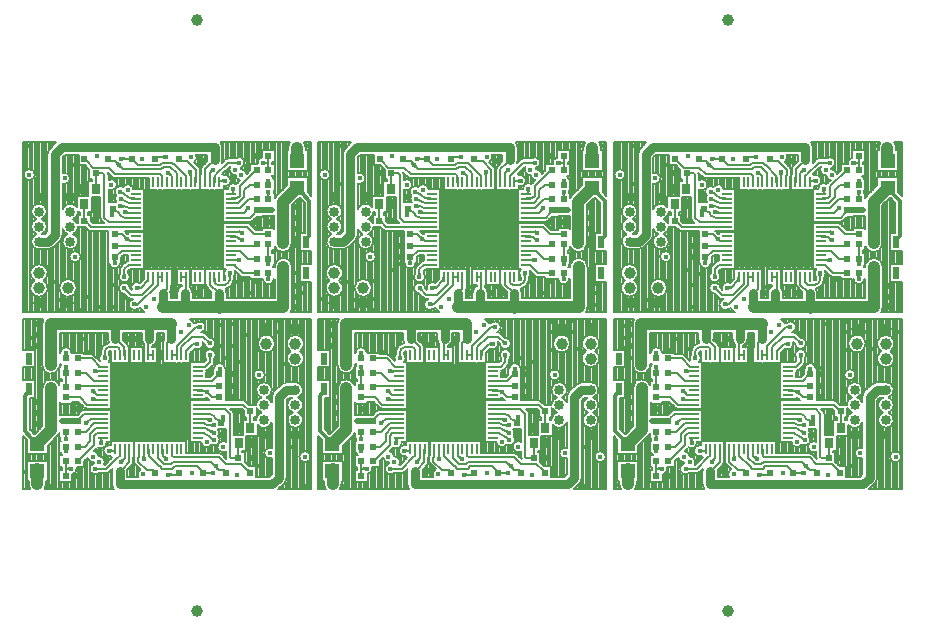
<source format=gbl>
G04*
G04 #@! TF.GenerationSoftware,Altium Limited,Altium Designer,21.1.0 (24)*
G04*
G04 Layer_Physical_Order=4*
G04 Layer_Color=16711680*
%FSLAX25Y25*%
%MOIN*%
G70*
G04*
G04 #@! TF.SameCoordinates,E17B2B31-19E6-4FC6-9C55-F749E7A6AAE1*
G04*
G04*
G04 #@! TF.FilePolarity,Positive*
G04*
G01*
G75*
%ADD10C,0.03937*%
%ADD11C,0.00787*%
%ADD13R,0.02362X0.01968*%
%ADD21R,0.01968X0.02362*%
%ADD22C,0.03937*%
%ADD23C,0.01968*%
%ADD24C,0.03347*%
%ADD25C,0.01772*%
%ADD26C,0.02756*%
%ADD27R,0.05000X0.05000*%
%ADD28R,0.03051X0.03445*%
%ADD29R,0.00984X0.03347*%
%ADD30R,0.03347X0.00984*%
%ADD31R,0.25591X0.25591*%
%ADD32R,0.02165X0.03937*%
%ADD33C,0.03150*%
%ADD34C,0.01181*%
%ADD35C,0.00787*%
G36*
X244980Y190109D02*
X244935Y190152D01*
X244888Y190190D01*
X244841Y190224D01*
X244791Y190253D01*
X244740Y190278D01*
X244688Y190299D01*
X244635Y190315D01*
X244579Y190326D01*
X244523Y190333D01*
X244465Y190335D01*
Y191122D01*
X244523Y191125D01*
X244579Y191131D01*
X244635Y191143D01*
X244688Y191159D01*
X244740Y191179D01*
X244791Y191204D01*
X244841Y191233D01*
X244888Y191267D01*
X244935Y191306D01*
X244980Y191349D01*
Y190109D01*
D02*
G37*
G36*
X146555D02*
X146510Y190152D01*
X146463Y190190D01*
X146415Y190224D01*
X146366Y190253D01*
X146315Y190278D01*
X146263Y190299D01*
X146209Y190315D01*
X146154Y190326D01*
X146098Y190333D01*
X146040Y190335D01*
Y191122D01*
X146098Y191125D01*
X146154Y191131D01*
X146209Y191143D01*
X146263Y191159D01*
X146315Y191179D01*
X146366Y191204D01*
X146415Y191233D01*
X146463Y191267D01*
X146510Y191306D01*
X146555Y191349D01*
Y190109D01*
D02*
G37*
G36*
X48130D02*
X48085Y190152D01*
X48038Y190190D01*
X47990Y190224D01*
X47941Y190253D01*
X47890Y190278D01*
X47838Y190299D01*
X47784Y190315D01*
X47729Y190326D01*
X47672Y190333D01*
X47614Y190335D01*
Y191122D01*
X47672Y191125D01*
X47729Y191131D01*
X47784Y191143D01*
X47838Y191159D01*
X47890Y191179D01*
X47941Y191204D01*
X47990Y191233D01*
X48038Y191267D01*
X48085Y191306D01*
X48130Y191349D01*
Y190109D01*
D02*
G37*
G36*
X231446Y190754D02*
X231493Y190716D01*
X231540Y190682D01*
X231590Y190652D01*
X231641Y190628D01*
X231693Y190607D01*
X231747Y190591D01*
X231802Y190580D01*
X231858Y190573D01*
X231916Y190571D01*
Y189784D01*
X231858Y189781D01*
X231802Y189774D01*
X231747Y189763D01*
X231693Y189747D01*
X231641Y189727D01*
X231590Y189702D01*
X231540Y189673D01*
X231493Y189639D01*
X231446Y189600D01*
X231401Y189557D01*
Y190797D01*
X231446Y190754D01*
D02*
G37*
G36*
X133021D02*
X133067Y190716D01*
X133115Y190682D01*
X133165Y190652D01*
X133216Y190628D01*
X133268Y190607D01*
X133321Y190591D01*
X133377Y190580D01*
X133433Y190573D01*
X133491Y190571D01*
Y189784D01*
X133433Y189781D01*
X133377Y189774D01*
X133321Y189763D01*
X133268Y189747D01*
X133216Y189727D01*
X133165Y189702D01*
X133115Y189673D01*
X133067Y189639D01*
X133021Y189600D01*
X132976Y189557D01*
Y190797D01*
X133021Y190754D01*
D02*
G37*
G36*
X34596D02*
X34642Y190716D01*
X34690Y190682D01*
X34740Y190652D01*
X34790Y190628D01*
X34843Y190607D01*
X34896Y190591D01*
X34951Y190580D01*
X35008Y190573D01*
X35066Y190571D01*
Y189784D01*
X35008Y189781D01*
X34951Y189774D01*
X34896Y189763D01*
X34843Y189747D01*
X34790Y189727D01*
X34740Y189702D01*
X34690Y189673D01*
X34642Y189639D01*
X34596Y189600D01*
X34551Y189557D01*
Y190797D01*
X34596Y190754D01*
D02*
G37*
G36*
X229572Y189088D02*
X229616Y189051D01*
X229662Y189017D01*
X229709Y188986D01*
X229758Y188958D01*
X229808Y188934D01*
X229860Y188912D01*
X229914Y188894D01*
X229969Y188878D01*
X230026Y188866D01*
X228996Y188175D01*
X229006Y188236D01*
X229010Y188295D01*
X229010Y188352D01*
X229003Y188407D01*
X228991Y188460D01*
X228974Y188511D01*
X228951Y188559D01*
X228922Y188607D01*
X228888Y188652D01*
X228849Y188695D01*
X229530Y189128D01*
X229572Y189088D01*
D02*
G37*
G36*
X131147D02*
X131191Y189051D01*
X131236Y189017D01*
X131284Y188986D01*
X131332Y188958D01*
X131383Y188934D01*
X131435Y188912D01*
X131488Y188894D01*
X131544Y188878D01*
X131600Y188866D01*
X130571Y188175D01*
X130581Y188236D01*
X130585Y188295D01*
X130584Y188352D01*
X130578Y188407D01*
X130566Y188460D01*
X130549Y188511D01*
X130526Y188559D01*
X130497Y188607D01*
X130463Y188652D01*
X130424Y188695D01*
X131104Y189128D01*
X131147Y189088D01*
D02*
G37*
G36*
X32722D02*
X32766Y189051D01*
X32811Y189017D01*
X32858Y188986D01*
X32907Y188958D01*
X32958Y188934D01*
X33010Y188912D01*
X33063Y188894D01*
X33118Y188878D01*
X33175Y188866D01*
X32145Y188175D01*
X32155Y188236D01*
X32160Y188295D01*
X32159Y188352D01*
X32153Y188407D01*
X32141Y188460D01*
X32123Y188511D01*
X32100Y188559D01*
X32072Y188607D01*
X32038Y188652D01*
X31999Y188695D01*
X32679Y189128D01*
X32722Y189088D01*
D02*
G37*
G36*
X278671Y189302D02*
X278717Y189264D01*
X278765Y189230D01*
X278814Y189200D01*
X278865Y189175D01*
X278917Y189155D01*
X278971Y189139D01*
X279026Y189128D01*
X279083Y189121D01*
X279141Y189119D01*
Y188331D01*
X279083Y188329D01*
X279026Y188322D01*
X278971Y188311D01*
X278917Y188295D01*
X278865Y188275D01*
X278814Y188250D01*
X278765Y188221D01*
X278717Y188187D01*
X278671Y188148D01*
X278625Y188105D01*
Y189345D01*
X278671Y189302D01*
D02*
G37*
G36*
X180245D02*
X180292Y189264D01*
X180340Y189230D01*
X180389Y189200D01*
X180440Y189175D01*
X180492Y189155D01*
X180546Y189139D01*
X180601Y189128D01*
X180657Y189121D01*
X180716Y189119D01*
Y188331D01*
X180657Y188329D01*
X180601Y188322D01*
X180546Y188311D01*
X180492Y188295D01*
X180440Y188275D01*
X180389Y188250D01*
X180340Y188221D01*
X180292Y188187D01*
X180245Y188148D01*
X180200Y188105D01*
Y189345D01*
X180245Y189302D01*
D02*
G37*
G36*
X81820D02*
X81867Y189264D01*
X81915Y189230D01*
X81964Y189200D01*
X82015Y189175D01*
X82067Y189155D01*
X82121Y189139D01*
X82176Y189128D01*
X82232Y189121D01*
X82290Y189119D01*
Y188331D01*
X82232Y188329D01*
X82176Y188322D01*
X82121Y188311D01*
X82067Y188295D01*
X82015Y188275D01*
X81964Y188250D01*
X81915Y188221D01*
X81867Y188187D01*
X81820Y188148D01*
X81775Y188105D01*
Y189345D01*
X81820Y189302D01*
D02*
G37*
G36*
X230753Y187978D02*
X230762Y187919D01*
X230774Y187862D01*
X230791Y187806D01*
X230811Y187753D01*
X230836Y187703D01*
X230864Y187654D01*
X230895Y187607D01*
X230931Y187563D01*
X230971Y187520D01*
X230451Y186926D01*
X230409Y186965D01*
X230364Y187000D01*
X230316Y187030D01*
X230267Y187056D01*
X230216Y187076D01*
X230162Y187093D01*
X230106Y187104D01*
X230048Y187111D01*
X229988Y187114D01*
X229925Y187112D01*
X230748Y188040D01*
X230753Y187978D01*
D02*
G37*
G36*
X132328D02*
X132337Y187919D01*
X132349Y187862D01*
X132366Y187806D01*
X132386Y187753D01*
X132410Y187703D01*
X132438Y187654D01*
X132470Y187607D01*
X132506Y187563D01*
X132545Y187520D01*
X132026Y186926D01*
X131983Y186965D01*
X131938Y187000D01*
X131891Y187030D01*
X131842Y187056D01*
X131790Y187076D01*
X131737Y187093D01*
X131681Y187104D01*
X131623Y187111D01*
X131563Y187114D01*
X131500Y187112D01*
X132323Y188040D01*
X132328Y187978D01*
D02*
G37*
G36*
X33902D02*
X33911Y187919D01*
X33924Y187862D01*
X33941Y187806D01*
X33961Y187753D01*
X33985Y187703D01*
X34013Y187654D01*
X34045Y187607D01*
X34081Y187563D01*
X34120Y187520D01*
X33601Y186926D01*
X33558Y186965D01*
X33513Y187000D01*
X33466Y187030D01*
X33417Y187056D01*
X33365Y187076D01*
X33312Y187093D01*
X33256Y187104D01*
X33198Y187111D01*
X33137Y187114D01*
X33075Y187112D01*
X33897Y188040D01*
X33902Y187978D01*
D02*
G37*
G36*
X261350Y185609D02*
X261288Y185608D01*
X261228Y185602D01*
X261170Y185592D01*
X261114Y185578D01*
X261061Y185559D01*
X261009Y185537D01*
X260960Y185510D01*
X260913Y185479D01*
X260869Y185444D01*
X260826Y185405D01*
X260269Y185961D01*
X260309Y186004D01*
X260344Y186049D01*
X260375Y186096D01*
X260401Y186145D01*
X260424Y186196D01*
X260442Y186250D01*
X260456Y186306D01*
X260466Y186363D01*
X260472Y186424D01*
X260473Y186486D01*
X261350Y185609D01*
D02*
G37*
G36*
X162925D02*
X162863Y185608D01*
X162803Y185602D01*
X162745Y185592D01*
X162689Y185578D01*
X162636Y185559D01*
X162584Y185537D01*
X162535Y185510D01*
X162488Y185479D01*
X162443Y185444D01*
X162401Y185405D01*
X161844Y185961D01*
X161883Y186004D01*
X161918Y186049D01*
X161949Y186096D01*
X161976Y186145D01*
X161999Y186196D01*
X162017Y186250D01*
X162031Y186306D01*
X162041Y186363D01*
X162047Y186424D01*
X162048Y186486D01*
X162925Y185609D01*
D02*
G37*
G36*
X64500D02*
X64438Y185608D01*
X64377Y185602D01*
X64320Y185592D01*
X64264Y185578D01*
X64210Y185559D01*
X64159Y185537D01*
X64110Y185510D01*
X64063Y185479D01*
X64018Y185444D01*
X63976Y185405D01*
X63419Y185961D01*
X63458Y186004D01*
X63493Y186049D01*
X63524Y186096D01*
X63551Y186145D01*
X63573Y186196D01*
X63592Y186250D01*
X63606Y186306D01*
X63616Y186363D01*
X63621Y186424D01*
X63623Y186486D01*
X64500Y185609D01*
D02*
G37*
G36*
X247173Y185550D02*
X247186Y185493D01*
X247202Y185438D01*
X247222Y185384D01*
X247245Y185333D01*
X247271Y185283D01*
X247301Y185235D01*
X247334Y185189D01*
X247371Y185144D01*
X247411Y185102D01*
X246945Y184454D01*
X246902Y184494D01*
X246857Y184528D01*
X246810Y184557D01*
X246760Y184581D01*
X246709Y184599D01*
X246656Y184613D01*
X246600Y184621D01*
X246543Y184625D01*
X246483Y184623D01*
X246421Y184615D01*
X247163Y185609D01*
X247173Y185550D01*
D02*
G37*
G36*
X148747D02*
X148760Y185493D01*
X148777Y185438D01*
X148797Y185384D01*
X148820Y185333D01*
X148846Y185283D01*
X148876Y185235D01*
X148909Y185189D01*
X148946Y185144D01*
X148985Y185102D01*
X148520Y184454D01*
X148477Y184494D01*
X148432Y184528D01*
X148384Y184557D01*
X148335Y184581D01*
X148284Y184599D01*
X148231Y184613D01*
X148175Y184621D01*
X148117Y184625D01*
X148058Y184623D01*
X147996Y184615D01*
X148738Y185609D01*
X148747Y185550D01*
D02*
G37*
G36*
X50322D02*
X50335Y185493D01*
X50352Y185438D01*
X50372Y185384D01*
X50395Y185333D01*
X50421Y185283D01*
X50451Y185235D01*
X50484Y185189D01*
X50520Y185144D01*
X50560Y185102D01*
X50094Y184454D01*
X50051Y184494D01*
X50006Y184528D01*
X49959Y184557D01*
X49910Y184581D01*
X49859Y184599D01*
X49805Y184613D01*
X49750Y184621D01*
X49692Y184625D01*
X49633Y184623D01*
X49571Y184615D01*
X50312Y185609D01*
X50322Y185550D01*
D02*
G37*
G36*
X254447Y184961D02*
X254412Y184913D01*
X254380Y184863D01*
X254352Y184813D01*
X254329Y184761D01*
X254310Y184708D01*
X254295Y184654D01*
X254285Y184598D01*
X254278Y184541D01*
X254276Y184484D01*
X253489Y184435D01*
X253486Y184493D01*
X253479Y184549D01*
X253467Y184604D01*
X253450Y184657D01*
X253429Y184708D01*
X253403Y184757D01*
X253372Y184805D01*
X253336Y184852D01*
X253295Y184896D01*
X253249Y184939D01*
X254488Y185008D01*
X254447Y184961D01*
D02*
G37*
G36*
X156022D02*
X155986Y184913D01*
X155955Y184863D01*
X155927Y184813D01*
X155904Y184761D01*
X155885Y184708D01*
X155870Y184654D01*
X155859Y184598D01*
X155853Y184541D01*
X155851Y184484D01*
X155064Y184435D01*
X155061Y184493D01*
X155054Y184549D01*
X155042Y184604D01*
X155025Y184657D01*
X155004Y184708D01*
X154977Y184757D01*
X154946Y184805D01*
X154910Y184852D01*
X154870Y184896D01*
X154824Y184939D01*
X156062Y185008D01*
X156022Y184961D01*
D02*
G37*
G36*
X57597D02*
X57561Y184913D01*
X57529Y184863D01*
X57502Y184813D01*
X57479Y184761D01*
X57460Y184708D01*
X57445Y184654D01*
X57434Y184598D01*
X57428Y184541D01*
X57426Y184484D01*
X56638Y184435D01*
X56636Y184493D01*
X56629Y184549D01*
X56617Y184604D01*
X56600Y184657D01*
X56579Y184708D01*
X56552Y184757D01*
X56521Y184805D01*
X56485Y184852D01*
X56445Y184896D01*
X56399Y184939D01*
X57637Y185008D01*
X57597Y184961D01*
D02*
G37*
G36*
X264796Y182177D02*
X264751Y182220D01*
X264704Y182258D01*
X264656Y182292D01*
X264607Y182322D01*
X264556Y182346D01*
X264504Y182367D01*
X264450Y182383D01*
X264395Y182394D01*
X264338Y182401D01*
X264281Y182403D01*
Y183190D01*
X264338Y183193D01*
X264395Y183200D01*
X264450Y183211D01*
X264504Y183227D01*
X264556Y183247D01*
X264607Y183272D01*
X264656Y183301D01*
X264704Y183335D01*
X264751Y183374D01*
X264796Y183417D01*
Y182177D01*
D02*
G37*
G36*
X166371D02*
X166325Y182220D01*
X166279Y182258D01*
X166231Y182292D01*
X166182Y182322D01*
X166131Y182346D01*
X166079Y182367D01*
X166025Y182383D01*
X165970Y182394D01*
X165913Y182401D01*
X165855Y182403D01*
Y183190D01*
X165913Y183193D01*
X165970Y183200D01*
X166025Y183211D01*
X166079Y183227D01*
X166131Y183247D01*
X166182Y183272D01*
X166231Y183301D01*
X166279Y183335D01*
X166325Y183374D01*
X166371Y183417D01*
Y182177D01*
D02*
G37*
G36*
X67945D02*
X67900Y182220D01*
X67854Y182258D01*
X67806Y182292D01*
X67756Y182322D01*
X67706Y182346D01*
X67653Y182367D01*
X67600Y182383D01*
X67545Y182394D01*
X67488Y182401D01*
X67430Y182403D01*
Y183190D01*
X67488Y183193D01*
X67545Y183200D01*
X67600Y183211D01*
X67653Y183227D01*
X67706Y183247D01*
X67756Y183272D01*
X67806Y183301D01*
X67854Y183335D01*
X67900Y183374D01*
X67945Y183417D01*
Y182177D01*
D02*
G37*
G36*
X280381Y182196D02*
X280343Y182150D01*
X280309Y182102D01*
X280279Y182053D01*
X280254Y182002D01*
X280234Y181949D01*
X280218Y181896D01*
X280207Y181841D01*
X280200Y181784D01*
X280198Y181726D01*
X279410D01*
X279408Y181784D01*
X279401Y181841D01*
X279390Y181896D01*
X279374Y181949D01*
X279354Y182002D01*
X279329Y182053D01*
X279299Y182102D01*
X279265Y182150D01*
X279227Y182196D01*
X279184Y182241D01*
X280424D01*
X280381Y182196D01*
D02*
G37*
G36*
X181956D02*
X181917Y182150D01*
X181883Y182102D01*
X181854Y182053D01*
X181829Y182002D01*
X181809Y181949D01*
X181793Y181896D01*
X181781Y181841D01*
X181775Y181784D01*
X181772Y181726D01*
X180985D01*
X180983Y181784D01*
X180976Y181841D01*
X180965Y181896D01*
X180949Y181949D01*
X180929Y182002D01*
X180903Y182053D01*
X180874Y182102D01*
X180840Y182150D01*
X180802Y182196D01*
X180759Y182241D01*
X181999D01*
X181956Y182196D01*
D02*
G37*
G36*
X83531D02*
X83492Y182150D01*
X83458Y182102D01*
X83429Y182053D01*
X83404Y182002D01*
X83384Y181949D01*
X83368Y181896D01*
X83356Y181841D01*
X83350Y181784D01*
X83347Y181726D01*
X82560D01*
X82558Y181784D01*
X82551Y181841D01*
X82539Y181896D01*
X82524Y181949D01*
X82503Y182002D01*
X82478Y182053D01*
X82449Y182102D01*
X82415Y182150D01*
X82376Y182196D01*
X82333Y182241D01*
X83574D01*
X83531Y182196D01*
D02*
G37*
G36*
X268648Y179472D02*
X268610Y179426D01*
X268576Y179378D01*
X268546Y179328D01*
X268521Y179278D01*
X268501Y179225D01*
X268485Y179172D01*
X268474Y179117D01*
X268467Y179060D01*
X268465Y179002D01*
X267677D01*
X267675Y179060D01*
X267668Y179117D01*
X267657Y179172D01*
X267641Y179225D01*
X267621Y179278D01*
X267596Y179328D01*
X267566Y179378D01*
X267532Y179426D01*
X267494Y179472D01*
X267451Y179517D01*
X268691D01*
X268648Y179472D01*
D02*
G37*
G36*
X170223D02*
X170184Y179426D01*
X170150Y179378D01*
X170121Y179328D01*
X170096Y179278D01*
X170076Y179225D01*
X170060Y179172D01*
X170049Y179117D01*
X170042Y179060D01*
X170039Y179002D01*
X169252D01*
X169250Y179060D01*
X169243Y179117D01*
X169232Y179172D01*
X169216Y179225D01*
X169196Y179278D01*
X169171Y179328D01*
X169141Y179378D01*
X169107Y179426D01*
X169069Y179472D01*
X169026Y179517D01*
X170266D01*
X170223Y179472D01*
D02*
G37*
G36*
X71798D02*
X71759Y179426D01*
X71725Y179378D01*
X71696Y179328D01*
X71671Y179278D01*
X71651Y179225D01*
X71635Y179172D01*
X71623Y179117D01*
X71617Y179060D01*
X71614Y179002D01*
X70827D01*
X70825Y179060D01*
X70818Y179117D01*
X70807Y179172D01*
X70791Y179225D01*
X70770Y179278D01*
X70745Y179328D01*
X70716Y179378D01*
X70682Y179426D01*
X70644Y179472D01*
X70601Y179517D01*
X71841D01*
X71798Y179472D01*
D02*
G37*
G36*
X280381Y178358D02*
X280343Y178311D01*
X280309Y178263D01*
X280279Y178214D01*
X280254Y178163D01*
X280234Y178111D01*
X280218Y178057D01*
X280207Y178002D01*
X280200Y177946D01*
X280198Y177888D01*
X279410Y177887D01*
X279408Y177945D01*
X279401Y178002D01*
X279390Y178057D01*
X279374Y178111D01*
X279354Y178163D01*
X279329Y178214D01*
X279299Y178263D01*
X279265Y178311D01*
X279227Y178358D01*
X279184Y178403D01*
X280424Y178403D01*
X280381Y178358D01*
D02*
G37*
G36*
X181956D02*
X181917Y178311D01*
X181883Y178263D01*
X181854Y178214D01*
X181829Y178163D01*
X181809Y178111D01*
X181793Y178057D01*
X181781Y178002D01*
X181775Y177946D01*
X181772Y177888D01*
X180985Y177887D01*
X180983Y177945D01*
X180976Y178002D01*
X180965Y178057D01*
X180949Y178111D01*
X180928Y178163D01*
X180903Y178214D01*
X180874Y178263D01*
X180840Y178311D01*
X180802Y178358D01*
X180759Y178403D01*
X181999Y178403D01*
X181956Y178358D01*
D02*
G37*
G36*
X83531D02*
X83492Y178311D01*
X83458Y178263D01*
X83429Y178214D01*
X83404Y178163D01*
X83384Y178111D01*
X83368Y178057D01*
X83356Y178002D01*
X83350Y177946D01*
X83347Y177888D01*
X82560Y177887D01*
X82558Y177945D01*
X82551Y178002D01*
X82539Y178057D01*
X82524Y178111D01*
X82503Y178163D01*
X82478Y178214D01*
X82449Y178263D01*
X82415Y178311D01*
X82376Y178358D01*
X82333Y178403D01*
X83574Y178403D01*
X83531Y178358D01*
D02*
G37*
G36*
X231455Y176999D02*
X231478Y176943D01*
X231503Y176890D01*
X231532Y176841D01*
X231565Y176794D01*
X231601Y176751D01*
X231640Y176711D01*
X231683Y176675D01*
X231729Y176642D01*
X231779Y176612D01*
X231399Y175922D01*
X231347Y175948D01*
X231294Y175970D01*
X231240Y175986D01*
X231186Y175998D01*
X231130Y176006D01*
X231074Y176008D01*
X231016Y176006D01*
X230958Y176000D01*
X230898Y175988D01*
X230838Y175973D01*
X231437Y177059D01*
X231455Y176999D01*
D02*
G37*
G36*
X133030D02*
X133053Y176943D01*
X133078Y176890D01*
X133107Y176841D01*
X133140Y176794D01*
X133176Y176751D01*
X133215Y176711D01*
X133258Y176675D01*
X133304Y176642D01*
X133354Y176612D01*
X132974Y175922D01*
X132922Y175948D01*
X132869Y175970D01*
X132815Y175986D01*
X132761Y175998D01*
X132705Y176006D01*
X132648Y176008D01*
X132591Y176006D01*
X132533Y176000D01*
X132473Y175988D01*
X132413Y175973D01*
X133012Y177059D01*
X133030Y176999D01*
D02*
G37*
G36*
X34605D02*
X34627Y176943D01*
X34653Y176890D01*
X34682Y176841D01*
X34714Y176794D01*
X34750Y176751D01*
X34790Y176711D01*
X34833Y176675D01*
X34879Y176642D01*
X34928Y176612D01*
X34548Y175922D01*
X34497Y175948D01*
X34444Y175970D01*
X34390Y175986D01*
X34335Y175998D01*
X34280Y176006D01*
X34223Y176008D01*
X34166Y176006D01*
X34107Y176000D01*
X34048Y175988D01*
X33988Y175973D01*
X34586Y177059D01*
X34605Y176999D01*
D02*
G37*
G36*
X231155Y174866D02*
X231200Y174826D01*
X231247Y174791D01*
X231296Y174760D01*
X231346Y174734D01*
X231398Y174713D01*
X231451Y174695D01*
X231506Y174683D01*
X231562Y174674D01*
X231620Y174671D01*
X231600Y173883D01*
X231542Y173883D01*
X231485Y173877D01*
X231430Y173867D01*
X231376Y173853D01*
X231323Y173834D01*
X231272Y173810D01*
X231222Y173782D01*
X231173Y173749D01*
X231125Y173712D01*
X231079Y173670D01*
X231111Y174910D01*
X231155Y174866D01*
D02*
G37*
G36*
X132730D02*
X132775Y174826D01*
X132822Y174791D01*
X132871Y174760D01*
X132921Y174734D01*
X132973Y174713D01*
X133026Y174695D01*
X133081Y174683D01*
X133137Y174674D01*
X133195Y174671D01*
X133175Y173883D01*
X133117Y173883D01*
X133060Y173877D01*
X133005Y173867D01*
X132951Y173853D01*
X132898Y173834D01*
X132846Y173810D01*
X132796Y173782D01*
X132747Y173749D01*
X132700Y173712D01*
X132654Y173670D01*
X132686Y174910D01*
X132730Y174866D01*
D02*
G37*
G36*
X34304D02*
X34350Y174826D01*
X34397Y174791D01*
X34446Y174760D01*
X34496Y174734D01*
X34547Y174713D01*
X34601Y174695D01*
X34655Y174683D01*
X34712Y174674D01*
X34770Y174671D01*
X34749Y173883D01*
X34692Y173883D01*
X34635Y173877D01*
X34580Y173867D01*
X34525Y173853D01*
X34473Y173834D01*
X34421Y173810D01*
X34371Y173782D01*
X34322Y173749D01*
X34275Y173712D01*
X34229Y173670D01*
X34260Y174910D01*
X34304Y174866D01*
D02*
G37*
G36*
X273063Y172742D02*
X273001Y172740D01*
X272941Y172734D01*
X272883Y172724D01*
X272828Y172709D01*
X272774Y172690D01*
X272723Y172668D01*
X272674Y172641D01*
X272627Y172609D01*
X272582Y172574D01*
X272539Y172535D01*
X271976Y173084D01*
X272015Y173127D01*
X272050Y173172D01*
X272081Y173219D01*
X272107Y173268D01*
X272130Y173319D01*
X272147Y173373D01*
X272161Y173429D01*
X272171Y173487D01*
X272176Y173547D01*
X272176Y173609D01*
X273063Y172742D01*
D02*
G37*
G36*
X174638D02*
X174576Y172740D01*
X174516Y172734D01*
X174458Y172724D01*
X174402Y172709D01*
X174349Y172690D01*
X174298Y172668D01*
X174249Y172641D01*
X174202Y172609D01*
X174157Y172574D01*
X174114Y172535D01*
X173550Y173084D01*
X173590Y173127D01*
X173625Y173172D01*
X173656Y173219D01*
X173682Y173268D01*
X173704Y173319D01*
X173722Y173373D01*
X173736Y173429D01*
X173745Y173487D01*
X173750Y173547D01*
X173751Y173609D01*
X174638Y172742D01*
D02*
G37*
G36*
X76213D02*
X76151Y172740D01*
X76091Y172734D01*
X76033Y172724D01*
X75977Y172709D01*
X75924Y172690D01*
X75872Y172668D01*
X75823Y172641D01*
X75776Y172609D01*
X75732Y172574D01*
X75689Y172535D01*
X75125Y173084D01*
X75165Y173127D01*
X75200Y173172D01*
X75230Y173219D01*
X75257Y173268D01*
X75279Y173319D01*
X75297Y173373D01*
X75311Y173429D01*
X75320Y173487D01*
X75325Y173547D01*
X75326Y173609D01*
X76213Y172742D01*
D02*
G37*
G36*
X228199Y172418D02*
X228218Y172128D01*
X228223Y172112D01*
X228228Y172103D01*
X226988D01*
X226994Y172112D01*
X226999Y172128D01*
X227003Y172150D01*
X227007Y172178D01*
X227013Y172255D01*
X227018Y172485D01*
X228199D01*
X228199Y172418D01*
D02*
G37*
G36*
X129774D02*
X129792Y172128D01*
X129797Y172112D01*
X129803Y172103D01*
X128563D01*
X128569Y172112D01*
X128574Y172128D01*
X128578Y172150D01*
X128582Y172178D01*
X128588Y172255D01*
X128593Y172485D01*
X129774D01*
X129774Y172418D01*
D02*
G37*
G36*
X31349D02*
X31367Y172128D01*
X31372Y172112D01*
X31378Y172103D01*
X30138D01*
X30143Y172112D01*
X30148Y172128D01*
X30153Y172150D01*
X30157Y172178D01*
X30163Y172255D01*
X30167Y172485D01*
X31348D01*
X31349Y172418D01*
D02*
G37*
G36*
X232616Y172865D02*
X232656Y172820D01*
X232698Y172779D01*
X232743Y172742D01*
X232789Y172710D01*
X232837Y172681D01*
X232888Y172658D01*
X232941Y172638D01*
X232995Y172622D01*
X233052Y172611D01*
X232930Y171833D01*
X232873Y171840D01*
X232816Y171842D01*
X232760Y171839D01*
X232704Y171832D01*
X232649Y171820D01*
X232595Y171803D01*
X232542Y171782D01*
X232489Y171756D01*
X232437Y171725D01*
X232386Y171689D01*
X232578Y172915D01*
X232616Y172865D01*
D02*
G37*
G36*
X134191D02*
X134231Y172820D01*
X134273Y172779D01*
X134317Y172742D01*
X134364Y172710D01*
X134412Y172681D01*
X134463Y172658D01*
X134515Y172638D01*
X134570Y172622D01*
X134627Y172611D01*
X134505Y171833D01*
X134448Y171840D01*
X134391Y171842D01*
X134334Y171839D01*
X134279Y171832D01*
X134224Y171820D01*
X134170Y171803D01*
X134117Y171782D01*
X134064Y171756D01*
X134012Y171725D01*
X133961Y171689D01*
X134153Y172915D01*
X134191Y172865D01*
D02*
G37*
G36*
X35766D02*
X35806Y172820D01*
X35848Y172779D01*
X35892Y172742D01*
X35939Y172710D01*
X35987Y172681D01*
X36037Y172658D01*
X36090Y172638D01*
X36145Y172622D01*
X36202Y172611D01*
X36080Y171833D01*
X36022Y171840D01*
X35965Y171842D01*
X35909Y171839D01*
X35854Y171832D01*
X35799Y171820D01*
X35745Y171803D01*
X35692Y171782D01*
X35639Y171756D01*
X35587Y171725D01*
X35536Y171689D01*
X35728Y172915D01*
X35766Y172865D01*
D02*
G37*
G36*
X270061Y165136D02*
X270035Y165188D01*
X270005Y165235D01*
X269972Y165277D01*
X269935Y165313D01*
X269894Y165343D01*
X269850Y165368D01*
X269802Y165387D01*
X269750Y165401D01*
X269695Y165409D01*
X269636Y165412D01*
X269690Y166199D01*
X269807Y166200D01*
X270272Y166234D01*
X270341Y166246D01*
X270456Y166277D01*
X270502Y166295D01*
X270061Y165136D01*
D02*
G37*
G36*
X171635D02*
X171609Y165188D01*
X171580Y165235D01*
X171547Y165277D01*
X171510Y165313D01*
X171469Y165343D01*
X171425Y165368D01*
X171377Y165387D01*
X171325Y165401D01*
X171270Y165409D01*
X171211Y165412D01*
X171265Y166199D01*
X171382Y166200D01*
X171847Y166234D01*
X171916Y166246D01*
X172031Y166277D01*
X172076Y166295D01*
X171635Y165136D01*
D02*
G37*
G36*
X73210D02*
X73184Y165188D01*
X73155Y165235D01*
X73121Y165277D01*
X73084Y165313D01*
X73044Y165343D01*
X72999Y165368D01*
X72951Y165387D01*
X72900Y165401D01*
X72844Y165409D01*
X72785Y165412D01*
X72840Y166199D01*
X72957Y166200D01*
X73422Y166234D01*
X73491Y166246D01*
X73606Y166277D01*
X73651Y166295D01*
X73210Y165136D01*
D02*
G37*
G36*
X232253Y164333D02*
X232298Y164298D01*
X232345Y164267D01*
X232394Y164240D01*
X232446Y164218D01*
X232499Y164199D01*
X232555Y164185D01*
X232613Y164175D01*
X232673Y164170D01*
X232735Y164168D01*
X231858Y163292D01*
X231857Y163354D01*
X231851Y163414D01*
X231841Y163472D01*
X231827Y163528D01*
X231809Y163581D01*
X231786Y163632D01*
X231760Y163681D01*
X231729Y163728D01*
X231693Y163773D01*
X231654Y163816D01*
X232211Y164373D01*
X232253Y164333D01*
D02*
G37*
G36*
X133828D02*
X133873Y164298D01*
X133920Y164267D01*
X133969Y164240D01*
X134020Y164218D01*
X134074Y164199D01*
X134130Y164185D01*
X134188Y164175D01*
X134248Y164170D01*
X134310Y164168D01*
X133433Y163292D01*
X133432Y163354D01*
X133426Y163414D01*
X133416Y163472D01*
X133402Y163528D01*
X133384Y163581D01*
X133361Y163632D01*
X133334Y163681D01*
X133303Y163728D01*
X133268Y163773D01*
X133229Y163816D01*
X133786Y164373D01*
X133828Y164333D01*
D02*
G37*
G36*
X35403D02*
X35448Y164298D01*
X35495Y164267D01*
X35544Y164240D01*
X35595Y164218D01*
X35649Y164199D01*
X35704Y164185D01*
X35762Y164175D01*
X35822Y164170D01*
X35885Y164168D01*
X35008Y163292D01*
X35006Y163354D01*
X35001Y163414D01*
X34991Y163472D01*
X34977Y163528D01*
X34958Y163581D01*
X34936Y163632D01*
X34909Y163681D01*
X34878Y163728D01*
X34843Y163773D01*
X34804Y163816D01*
X35360Y164373D01*
X35403Y164333D01*
D02*
G37*
G36*
X270201Y163954D02*
X270246Y163920D01*
X270293Y163892D01*
X270342Y163870D01*
X270393Y163853D01*
X270445Y163841D01*
X270500Y163836D01*
X270557Y163836D01*
X270615Y163841D01*
X270675Y163852D01*
X270005Y162809D01*
X269992Y162865D01*
X269976Y162919D01*
X269956Y162972D01*
X269934Y163023D01*
X269909Y163073D01*
X269881Y163121D01*
X269850Y163168D01*
X269815Y163213D01*
X269778Y163257D01*
X269738Y163300D01*
X270158Y163994D01*
X270201Y163954D01*
D02*
G37*
G36*
X171776D02*
X171821Y163920D01*
X171868Y163892D01*
X171917Y163870D01*
X171968Y163853D01*
X172020Y163841D01*
X172075Y163836D01*
X172132Y163836D01*
X172190Y163841D01*
X172250Y163852D01*
X171580Y162809D01*
X171567Y162865D01*
X171550Y162919D01*
X171531Y162972D01*
X171509Y163023D01*
X171484Y163073D01*
X171456Y163121D01*
X171424Y163168D01*
X171390Y163213D01*
X171353Y163257D01*
X171313Y163300D01*
X171732Y163994D01*
X171776Y163954D01*
D02*
G37*
G36*
X73351D02*
X73396Y163920D01*
X73443Y163892D01*
X73492Y163870D01*
X73542Y163853D01*
X73595Y163841D01*
X73650Y163836D01*
X73706Y163836D01*
X73765Y163841D01*
X73825Y163852D01*
X73155Y162809D01*
X73141Y162865D01*
X73125Y162919D01*
X73106Y162972D01*
X73084Y163023D01*
X73059Y163073D01*
X73030Y163121D01*
X72999Y163168D01*
X72965Y163213D01*
X72928Y163257D01*
X72888Y163300D01*
X73307Y163994D01*
X73351Y163954D01*
D02*
G37*
G36*
X228988Y156476D02*
X228995Y156420D01*
X229007Y156365D01*
X229022Y156311D01*
X229043Y156259D01*
X229068Y156208D01*
X229097Y156158D01*
X229131Y156110D01*
X229170Y156064D01*
X229213Y156019D01*
X227972D01*
X228015Y156064D01*
X228054Y156110D01*
X228088Y156158D01*
X228117Y156208D01*
X228142Y156259D01*
X228163Y156311D01*
X228178Y156365D01*
X228190Y156420D01*
X228197Y156476D01*
X228199Y156534D01*
X228986D01*
X228988Y156476D01*
D02*
G37*
G36*
X130563D02*
X130570Y156420D01*
X130581Y156365D01*
X130597Y156311D01*
X130618Y156259D01*
X130642Y156208D01*
X130672Y156158D01*
X130706Y156110D01*
X130744Y156064D01*
X130787Y156019D01*
X129547D01*
X129590Y156064D01*
X129629Y156110D01*
X129663Y156158D01*
X129692Y156208D01*
X129717Y156259D01*
X129737Y156311D01*
X129753Y156365D01*
X129764Y156420D01*
X129771Y156476D01*
X129774Y156534D01*
X130561D01*
X130563Y156476D01*
D02*
G37*
G36*
X32138D02*
X32145Y156420D01*
X32156Y156365D01*
X32172Y156311D01*
X32192Y156259D01*
X32217Y156208D01*
X32247Y156158D01*
X32281Y156110D01*
X32319Y156064D01*
X32362Y156019D01*
X31122D01*
X31165Y156064D01*
X31203Y156110D01*
X31238Y156158D01*
X31267Y156208D01*
X31292Y156259D01*
X31312Y156311D01*
X31328Y156365D01*
X31339Y156420D01*
X31346Y156476D01*
X31348Y156534D01*
X32136D01*
X32138Y156476D01*
D02*
G37*
G36*
X269478Y155749D02*
X269432Y155792D01*
X269385Y155830D01*
X269337Y155863D01*
X269287Y155892D01*
X269236Y155916D01*
X269183Y155936D01*
X269129Y155951D01*
X269074Y155962D01*
X269018Y155968D01*
X268959Y155969D01*
X268949Y156756D01*
X269007Y156759D01*
X269063Y156767D01*
X269118Y156779D01*
X269172Y156796D01*
X269224Y156817D01*
X269274Y156842D01*
X269323Y156872D01*
X269371Y156907D01*
X269417Y156946D01*
X269461Y156990D01*
X269478Y155749D01*
D02*
G37*
G36*
X171053D02*
X171007Y155792D01*
X170960Y155830D01*
X170911Y155863D01*
X170862Y155892D01*
X170810Y155916D01*
X170758Y155936D01*
X170704Y155951D01*
X170649Y155962D01*
X170592Y155968D01*
X170534Y155969D01*
X170524Y156756D01*
X170582Y156759D01*
X170638Y156767D01*
X170693Y156779D01*
X170747Y156796D01*
X170799Y156817D01*
X170849Y156842D01*
X170898Y156872D01*
X170946Y156907D01*
X170992Y156946D01*
X171036Y156990D01*
X171053Y155749D01*
D02*
G37*
G36*
X72627D02*
X72582Y155792D01*
X72535Y155830D01*
X72486Y155863D01*
X72436Y155892D01*
X72385Y155916D01*
X72333Y155936D01*
X72279Y155951D01*
X72224Y155962D01*
X72167Y155968D01*
X72109Y155969D01*
X72099Y156756D01*
X72157Y156759D01*
X72213Y156767D01*
X72268Y156779D01*
X72321Y156796D01*
X72373Y156817D01*
X72424Y156842D01*
X72473Y156872D01*
X72520Y156907D01*
X72566Y156946D01*
X72611Y156990D01*
X72627Y155749D01*
D02*
G37*
G36*
X280200Y156058D02*
X280207Y156002D01*
X280218Y155947D01*
X280234Y155893D01*
X280254Y155841D01*
X280279Y155790D01*
X280308Y155741D01*
X280342Y155693D01*
X280381Y155646D01*
X280424Y155601D01*
X279184D01*
X279227Y155646D01*
X279265Y155693D01*
X279299Y155741D01*
X279329Y155790D01*
X279353Y155841D01*
X279374Y155893D01*
X279390Y155947D01*
X279401Y156002D01*
X279408Y156058D01*
X279410Y156116D01*
X280198D01*
X280200Y156058D01*
D02*
G37*
G36*
X181775D02*
X181781Y156002D01*
X181793Y155947D01*
X181808Y155893D01*
X181829Y155841D01*
X181854Y155790D01*
X181883Y155741D01*
X181917Y155693D01*
X181956Y155646D01*
X181999Y155601D01*
X180759D01*
X180801Y155646D01*
X180840Y155693D01*
X180874Y155741D01*
X180903Y155790D01*
X180928Y155841D01*
X180949Y155893D01*
X180965Y155947D01*
X180976Y156002D01*
X180983Y156058D01*
X180985Y156116D01*
X181772D01*
X181775Y156058D01*
D02*
G37*
G36*
X83349D02*
X83356Y156002D01*
X83368Y155947D01*
X83383Y155893D01*
X83404Y155841D01*
X83429Y155790D01*
X83458Y155741D01*
X83492Y155693D01*
X83530Y155646D01*
X83574Y155601D01*
X82333D01*
X82376Y155646D01*
X82415Y155693D01*
X82449Y155741D01*
X82478Y155790D01*
X82503Y155841D01*
X82524Y155893D01*
X82539Y155947D01*
X82551Y156002D01*
X82557Y156058D01*
X82560Y156116D01*
X83347D01*
X83349Y156058D01*
D02*
G37*
G36*
X232151Y151885D02*
X232157Y151828D01*
X232169Y151773D01*
X232185Y151719D01*
X232205Y151667D01*
X232230Y151616D01*
X232259Y151567D01*
X232293Y151519D01*
X232332Y151473D01*
X232375Y151427D01*
X231135D01*
X231178Y151473D01*
X231216Y151519D01*
X231250Y151567D01*
X231280Y151616D01*
X231305Y151667D01*
X231325Y151719D01*
X231341Y151773D01*
X231352Y151828D01*
X231359Y151885D01*
X231361Y151943D01*
X232149D01*
X232151Y151885D01*
D02*
G37*
G36*
X133726D02*
X133732Y151828D01*
X133744Y151773D01*
X133759Y151719D01*
X133780Y151667D01*
X133805Y151616D01*
X133834Y151567D01*
X133868Y151519D01*
X133907Y151473D01*
X133950Y151427D01*
X132710D01*
X132753Y151473D01*
X132791Y151519D01*
X132825Y151567D01*
X132854Y151616D01*
X132879Y151667D01*
X132900Y151719D01*
X132915Y151773D01*
X132927Y151828D01*
X132934Y151885D01*
X132936Y151943D01*
X133723D01*
X133726Y151885D01*
D02*
G37*
G36*
X35300D02*
X35307Y151828D01*
X35318Y151773D01*
X35334Y151719D01*
X35355Y151667D01*
X35380Y151616D01*
X35409Y151567D01*
X35443Y151519D01*
X35481Y151473D01*
X35524Y151427D01*
X34284D01*
X34327Y151473D01*
X34366Y151519D01*
X34400Y151567D01*
X34429Y151616D01*
X34454Y151667D01*
X34475Y151719D01*
X34490Y151773D01*
X34502Y151828D01*
X34508Y151885D01*
X34511Y151943D01*
X35298D01*
X35300Y151885D01*
D02*
G37*
G36*
X267448Y151273D02*
X267409Y151227D01*
X267375Y151179D01*
X267346Y151129D01*
X267321Y151079D01*
X267301Y151026D01*
X267285Y150973D01*
X267274Y150918D01*
X267267Y150861D01*
X267265Y150803D01*
X266477D01*
X266475Y150861D01*
X266468Y150918D01*
X266457Y150973D01*
X266441Y151026D01*
X266421Y151079D01*
X266396Y151129D01*
X266366Y151179D01*
X266332Y151227D01*
X266294Y151273D01*
X266251Y151319D01*
X267491D01*
X267448Y151273D01*
D02*
G37*
G36*
X169023D02*
X168984Y151227D01*
X168950Y151179D01*
X168921Y151129D01*
X168896Y151079D01*
X168876Y151026D01*
X168860Y150973D01*
X168848Y150918D01*
X168842Y150861D01*
X168839Y150803D01*
X168052D01*
X168050Y150861D01*
X168043Y150918D01*
X168032Y150973D01*
X168016Y151026D01*
X167995Y151079D01*
X167971Y151129D01*
X167941Y151179D01*
X167907Y151227D01*
X167869Y151273D01*
X167826Y151319D01*
X169066D01*
X169023Y151273D01*
D02*
G37*
G36*
X70598D02*
X70559Y151227D01*
X70525Y151179D01*
X70496Y151129D01*
X70471Y151079D01*
X70450Y151026D01*
X70435Y150973D01*
X70423Y150918D01*
X70416Y150861D01*
X70414Y150803D01*
X69627D01*
X69625Y150861D01*
X69618Y150918D01*
X69606Y150973D01*
X69591Y151026D01*
X69570Y151079D01*
X69545Y151129D01*
X69516Y151179D01*
X69482Y151227D01*
X69443Y151273D01*
X69400Y151319D01*
X70641D01*
X70598Y151273D01*
D02*
G37*
G36*
X280200Y151200D02*
X280207Y151144D01*
X280218Y151089D01*
X280234Y151035D01*
X280254Y150983D01*
X280279Y150932D01*
X280308Y150882D01*
X280342Y150835D01*
X280381Y150788D01*
X280424Y150743D01*
X279184D01*
X279227Y150788D01*
X279265Y150835D01*
X279299Y150882D01*
X279329Y150932D01*
X279353Y150983D01*
X279374Y151035D01*
X279390Y151089D01*
X279401Y151144D01*
X279408Y151200D01*
X279410Y151258D01*
X280198D01*
X280200Y151200D01*
D02*
G37*
G36*
X181775D02*
X181781Y151144D01*
X181793Y151089D01*
X181808Y151035D01*
X181829Y150983D01*
X181854Y150932D01*
X181883Y150882D01*
X181917Y150835D01*
X181956Y150788D01*
X181999Y150743D01*
X180759D01*
X180801Y150788D01*
X180840Y150835D01*
X180874Y150882D01*
X180903Y150932D01*
X180928Y150983D01*
X180949Y151035D01*
X180965Y151089D01*
X180976Y151144D01*
X180983Y151200D01*
X180985Y151258D01*
X181772D01*
X181775Y151200D01*
D02*
G37*
G36*
X83349D02*
X83356Y151144D01*
X83368Y151089D01*
X83383Y151035D01*
X83404Y150983D01*
X83429Y150932D01*
X83458Y150882D01*
X83492Y150835D01*
X83530Y150788D01*
X83574Y150743D01*
X82333D01*
X82376Y150788D01*
X82415Y150835D01*
X82449Y150882D01*
X82478Y150932D01*
X82503Y150983D01*
X82524Y151035D01*
X82539Y151089D01*
X82551Y151144D01*
X82557Y151200D01*
X82560Y151258D01*
X83347D01*
X83349Y151200D01*
D02*
G37*
G36*
X236638Y147770D02*
X236686Y147733D01*
X236735Y147701D01*
X236785Y147673D01*
X236837Y147650D01*
X236890Y147630D01*
X236944Y147615D01*
X236999Y147604D01*
X237056Y147598D01*
X237114Y147596D01*
X237150Y146808D01*
X237092Y146806D01*
X237036Y146799D01*
X236981Y146787D01*
X236928Y146770D01*
X236876Y146749D01*
X236826Y146723D01*
X236778Y146693D01*
X236731Y146657D01*
X236686Y146617D01*
X236643Y146572D01*
X236592Y147811D01*
X236638Y147770D01*
D02*
G37*
G36*
X138213D02*
X138261Y147733D01*
X138310Y147701D01*
X138360Y147673D01*
X138411Y147650D01*
X138464Y147630D01*
X138519Y147615D01*
X138574Y147604D01*
X138630Y147598D01*
X138689Y147596D01*
X138725Y146808D01*
X138667Y146806D01*
X138610Y146799D01*
X138556Y146787D01*
X138503Y146770D01*
X138451Y146749D01*
X138401Y146723D01*
X138353Y146693D01*
X138306Y146657D01*
X138261Y146617D01*
X138217Y146572D01*
X138166Y147811D01*
X138213Y147770D01*
D02*
G37*
G36*
X39788D02*
X39835Y147733D01*
X39884Y147701D01*
X39935Y147673D01*
X39986Y147650D01*
X40039Y147630D01*
X40093Y147615D01*
X40149Y147604D01*
X40205Y147598D01*
X40263Y147596D01*
X40300Y146808D01*
X40242Y146806D01*
X40185Y146799D01*
X40130Y146787D01*
X40077Y146770D01*
X40026Y146749D01*
X39976Y146723D01*
X39928Y146693D01*
X39881Y146657D01*
X39836Y146617D01*
X39792Y146572D01*
X39741Y147811D01*
X39788Y147770D01*
D02*
G37*
G36*
X232679Y146937D02*
X232685Y146877D01*
X232695Y146819D01*
X232709Y146763D01*
X232727Y146709D01*
X232750Y146658D01*
X232777Y146609D01*
X232808Y146562D01*
X232843Y146517D01*
X232882Y146475D01*
X232325Y145918D01*
X232283Y145957D01*
X232238Y145992D01*
X232191Y146023D01*
X232142Y146050D01*
X232091Y146073D01*
X232037Y146091D01*
X231981Y146105D01*
X231923Y146115D01*
X231863Y146121D01*
X231801Y146122D01*
X232678Y146999D01*
X232679Y146937D01*
D02*
G37*
G36*
X134254D02*
X134260Y146877D01*
X134270Y146819D01*
X134284Y146763D01*
X134302Y146709D01*
X134325Y146658D01*
X134351Y146609D01*
X134382Y146562D01*
X134418Y146517D01*
X134457Y146475D01*
X133900Y145918D01*
X133858Y145957D01*
X133813Y145992D01*
X133766Y146023D01*
X133717Y146050D01*
X133665Y146073D01*
X133612Y146091D01*
X133556Y146105D01*
X133498Y146115D01*
X133438Y146121D01*
X133376Y146122D01*
X134253Y146999D01*
X134254Y146937D01*
D02*
G37*
G36*
X35829D02*
X35835Y146877D01*
X35844Y146819D01*
X35859Y146763D01*
X35877Y146709D01*
X35899Y146658D01*
X35926Y146609D01*
X35957Y146562D01*
X35992Y146517D01*
X36032Y146475D01*
X35475Y145918D01*
X35432Y145957D01*
X35388Y145992D01*
X35341Y146023D01*
X35291Y146050D01*
X35240Y146073D01*
X35187Y146091D01*
X35131Y146105D01*
X35073Y146115D01*
X35013Y146121D01*
X34951Y146122D01*
X35827Y146999D01*
X35829Y146937D01*
D02*
G37*
G36*
X235816Y142122D02*
X235862Y142084D01*
X235910Y142050D01*
X235960Y142020D01*
X236010Y141995D01*
X236063Y141975D01*
X236116Y141959D01*
X236171Y141948D01*
X236228Y141941D01*
X236286Y141939D01*
Y141151D01*
X236228Y141149D01*
X236171Y141142D01*
X236116Y141131D01*
X236063Y141115D01*
X236010Y141095D01*
X235960Y141070D01*
X235910Y141040D01*
X235862Y141006D01*
X235816Y140968D01*
X235771Y140925D01*
Y142165D01*
X235816Y142122D01*
D02*
G37*
G36*
X137391D02*
X137437Y142084D01*
X137485Y142050D01*
X137534Y142020D01*
X137585Y141995D01*
X137637Y141975D01*
X137691Y141959D01*
X137746Y141948D01*
X137803Y141941D01*
X137861Y141939D01*
Y141151D01*
X137803Y141149D01*
X137746Y141142D01*
X137691Y141131D01*
X137637Y141115D01*
X137585Y141095D01*
X137534Y141070D01*
X137485Y141040D01*
X137437Y141006D01*
X137391Y140968D01*
X137346Y140925D01*
Y142165D01*
X137391Y142122D01*
D02*
G37*
G36*
X38965D02*
X39012Y142084D01*
X39060Y142050D01*
X39109Y142020D01*
X39160Y141995D01*
X39212Y141975D01*
X39266Y141959D01*
X39321Y141948D01*
X39378Y141941D01*
X39435Y141939D01*
Y141151D01*
X39378Y141149D01*
X39321Y141142D01*
X39266Y141131D01*
X39212Y141115D01*
X39160Y141095D01*
X39109Y141070D01*
X39060Y141040D01*
X39012Y141006D01*
X38965Y140968D01*
X38920Y140925D01*
Y142165D01*
X38965Y142122D01*
D02*
G37*
G36*
X256357Y133425D02*
X256312Y133468D01*
X256265Y133507D01*
X256217Y133541D01*
X256168Y133570D01*
X256117Y133595D01*
X256065Y133616D01*
X256011Y133632D01*
X255956Y133643D01*
X255900Y133650D01*
X255842Y133652D01*
Y134439D01*
X255900Y134442D01*
X255956Y134448D01*
X256011Y134460D01*
X256065Y134476D01*
X256117Y134496D01*
X256168Y134521D01*
X256217Y134550D01*
X256265Y134584D01*
X256312Y134623D01*
X256357Y134666D01*
Y133425D01*
D02*
G37*
G36*
X157932D02*
X157887Y133468D01*
X157840Y133507D01*
X157792Y133541D01*
X157743Y133570D01*
X157692Y133595D01*
X157640Y133616D01*
X157586Y133632D01*
X157531Y133643D01*
X157474Y133650D01*
X157416Y133652D01*
Y134439D01*
X157474Y134442D01*
X157531Y134448D01*
X157586Y134460D01*
X157640Y134476D01*
X157692Y134496D01*
X157743Y134521D01*
X157792Y134550D01*
X157840Y134584D01*
X157887Y134623D01*
X157932Y134666D01*
Y133425D01*
D02*
G37*
G36*
X59506D02*
X59461Y133468D01*
X59415Y133507D01*
X59367Y133541D01*
X59317Y133570D01*
X59267Y133595D01*
X59215Y133616D01*
X59161Y133632D01*
X59106Y133643D01*
X59049Y133650D01*
X58991Y133652D01*
Y134439D01*
X59049Y134442D01*
X59106Y134448D01*
X59161Y134460D01*
X59215Y134476D01*
X59267Y134496D01*
X59317Y134521D01*
X59367Y134550D01*
X59415Y134584D01*
X59461Y134623D01*
X59506Y134666D01*
Y133425D01*
D02*
G37*
G36*
X259845Y129633D02*
X259890Y129598D01*
X259936Y129567D01*
X259986Y129541D01*
X260037Y129518D01*
X260090Y129500D01*
X260146Y129485D01*
X260204Y129476D01*
X260264Y129470D01*
X260327Y129469D01*
X259450Y128592D01*
X259448Y128654D01*
X259442Y128714D01*
X259433Y128772D01*
X259419Y128828D01*
X259400Y128881D01*
X259378Y128932D01*
X259351Y128982D01*
X259320Y129029D01*
X259285Y129073D01*
X259245Y129116D01*
X259802Y129673D01*
X259845Y129633D01*
D02*
G37*
G36*
X161419D02*
X161464Y129598D01*
X161511Y129567D01*
X161560Y129541D01*
X161612Y129518D01*
X161665Y129500D01*
X161721Y129485D01*
X161779Y129476D01*
X161839Y129470D01*
X161901Y129469D01*
X161024Y128592D01*
X161023Y128654D01*
X161017Y128714D01*
X161007Y128772D01*
X160993Y128828D01*
X160975Y128881D01*
X160952Y128932D01*
X160926Y128982D01*
X160895Y129029D01*
X160860Y129073D01*
X160820Y129116D01*
X161377Y129673D01*
X161419Y129633D01*
D02*
G37*
G36*
X62994D02*
X63039Y129598D01*
X63086Y129567D01*
X63135Y129541D01*
X63187Y129518D01*
X63240Y129500D01*
X63296Y129485D01*
X63354Y129476D01*
X63414Y129470D01*
X63476Y129469D01*
X62599Y128592D01*
X62598Y128654D01*
X62592Y128714D01*
X62582Y128772D01*
X62568Y128828D01*
X62550Y128881D01*
X62527Y128932D01*
X62501Y128982D01*
X62470Y129029D01*
X62434Y129073D01*
X62395Y129116D01*
X62952Y129673D01*
X62994Y129633D01*
D02*
G37*
G36*
X255536Y127779D02*
X255489Y127820D01*
X255442Y127857D01*
X255393Y127889D01*
X255342Y127917D01*
X255291Y127941D01*
X255238Y127960D01*
X255184Y127975D01*
X255129Y127986D01*
X255072Y127993D01*
X255014Y127995D01*
X254977Y128782D01*
X255035Y128785D01*
X255092Y128792D01*
X255147Y128804D01*
X255200Y128820D01*
X255251Y128841D01*
X255301Y128867D01*
X255350Y128898D01*
X255396Y128934D01*
X255441Y128974D01*
X255485Y129019D01*
X255536Y127779D01*
D02*
G37*
G36*
X157111D02*
X157064Y127820D01*
X157017Y127857D01*
X156967Y127889D01*
X156917Y127917D01*
X156866Y127941D01*
X156813Y127960D01*
X156759Y127975D01*
X156703Y127986D01*
X156647Y127993D01*
X156589Y127995D01*
X156552Y128782D01*
X156610Y128785D01*
X156667Y128792D01*
X156721Y128804D01*
X156775Y128820D01*
X156826Y128841D01*
X156876Y128867D01*
X156924Y128898D01*
X156971Y128934D01*
X157016Y128974D01*
X157060Y129019D01*
X157111Y127779D01*
D02*
G37*
G36*
X58686D02*
X58639Y127820D01*
X58591Y127857D01*
X58542Y127889D01*
X58492Y127917D01*
X58440Y127941D01*
X58388Y127960D01*
X58333Y127975D01*
X58278Y127986D01*
X58221Y127993D01*
X58163Y127995D01*
X58127Y128782D01*
X58185Y128785D01*
X58241Y128792D01*
X58296Y128804D01*
X58349Y128820D01*
X58401Y128841D01*
X58451Y128867D01*
X58499Y128898D01*
X58546Y128934D01*
X58591Y128974D01*
X58634Y129019D01*
X58686Y127779D01*
D02*
G37*
G36*
X212901Y124803D02*
X212862Y124756D01*
X212828Y124708D01*
X212799Y124659D01*
X212774Y124608D01*
X212754Y124556D01*
X212738Y124502D01*
X212726Y124447D01*
X212720Y124390D01*
X212717Y124332D01*
X211930D01*
X211928Y124390D01*
X211921Y124447D01*
X211910Y124502D01*
X211894Y124556D01*
X211873Y124608D01*
X211848Y124659D01*
X211819Y124708D01*
X211785Y124756D01*
X211747Y124803D01*
X211704Y124848D01*
X212944D01*
X212901Y124803D01*
D02*
G37*
G36*
X114476D02*
X114437Y124756D01*
X114403Y124708D01*
X114374Y124659D01*
X114349Y124608D01*
X114328Y124556D01*
X114313Y124502D01*
X114301Y124447D01*
X114295Y124390D01*
X114292Y124332D01*
X113505D01*
X113503Y124390D01*
X113496Y124447D01*
X113484Y124502D01*
X113469Y124556D01*
X113448Y124608D01*
X113423Y124659D01*
X113394Y124708D01*
X113360Y124756D01*
X113321Y124803D01*
X113278Y124848D01*
X114519D01*
X114476Y124803D01*
D02*
G37*
G36*
X16050D02*
X16012Y124756D01*
X15978Y124708D01*
X15948Y124659D01*
X15924Y124608D01*
X15903Y124556D01*
X15887Y124502D01*
X15876Y124447D01*
X15869Y124390D01*
X15867Y124332D01*
X15080D01*
X15077Y124390D01*
X15071Y124447D01*
X15059Y124502D01*
X15043Y124556D01*
X15023Y124608D01*
X14998Y124659D01*
X14969Y124708D01*
X14935Y124756D01*
X14896Y124803D01*
X14853Y124848D01*
X16093D01*
X16050Y124803D01*
D02*
G37*
G36*
X225653Y124729D02*
X225659Y124673D01*
X225671Y124618D01*
X225687Y124564D01*
X225707Y124512D01*
X225732Y124461D01*
X225761Y124412D01*
X225795Y124364D01*
X225834Y124317D01*
X225877Y124272D01*
X224637D01*
X224680Y124317D01*
X224718Y124364D01*
X224752Y124412D01*
X224781Y124461D01*
X224806Y124512D01*
X224827Y124564D01*
X224843Y124618D01*
X224854Y124673D01*
X224861Y124729D01*
X224863Y124787D01*
X225650D01*
X225653Y124729D01*
D02*
G37*
G36*
X127227D02*
X127234Y124673D01*
X127245Y124618D01*
X127261Y124564D01*
X127282Y124512D01*
X127307Y124461D01*
X127336Y124412D01*
X127370Y124364D01*
X127409Y124317D01*
X127452Y124272D01*
X126211D01*
X126254Y124317D01*
X126293Y124364D01*
X126327Y124412D01*
X126356Y124461D01*
X126381Y124512D01*
X126401Y124564D01*
X126417Y124618D01*
X126429Y124673D01*
X126435Y124729D01*
X126438Y124787D01*
X127225D01*
X127227Y124729D01*
D02*
G37*
G36*
X28802D02*
X28809Y124673D01*
X28820Y124618D01*
X28836Y124564D01*
X28857Y124512D01*
X28881Y124461D01*
X28911Y124412D01*
X28945Y124364D01*
X28983Y124317D01*
X29026Y124272D01*
X27786D01*
X27829Y124317D01*
X27868Y124364D01*
X27902Y124412D01*
X27931Y124461D01*
X27956Y124512D01*
X27976Y124564D01*
X27992Y124618D01*
X28003Y124673D01*
X28010Y124729D01*
X28013Y124787D01*
X28800D01*
X28802Y124729D01*
D02*
G37*
G36*
X260950Y124118D02*
X260911Y124072D01*
X260877Y124023D01*
X260848Y123974D01*
X260823Y123923D01*
X260803Y123871D01*
X260787Y123817D01*
X260775Y123762D01*
X260769Y123706D01*
X260767Y123648D01*
X259979D01*
X259977Y123706D01*
X259970Y123762D01*
X259959Y123817D01*
X259943Y123871D01*
X259923Y123923D01*
X259898Y123974D01*
X259868Y124023D01*
X259834Y124072D01*
X259796Y124118D01*
X259753Y124163D01*
X260993D01*
X260950Y124118D01*
D02*
G37*
G36*
X162525D02*
X162486Y124072D01*
X162452Y124023D01*
X162423Y123974D01*
X162398Y123923D01*
X162378Y123871D01*
X162362Y123817D01*
X162350Y123762D01*
X162344Y123706D01*
X162341Y123648D01*
X161554D01*
X161552Y123706D01*
X161545Y123762D01*
X161533Y123817D01*
X161518Y123871D01*
X161497Y123923D01*
X161472Y123974D01*
X161443Y124023D01*
X161409Y124072D01*
X161371Y124118D01*
X161328Y124163D01*
X162568D01*
X162525Y124118D01*
D02*
G37*
G36*
X64099D02*
X64061Y124072D01*
X64027Y124023D01*
X63998Y123974D01*
X63973Y123923D01*
X63952Y123871D01*
X63936Y123817D01*
X63925Y123762D01*
X63918Y123706D01*
X63916Y123648D01*
X63129D01*
X63126Y123706D01*
X63120Y123762D01*
X63108Y123817D01*
X63092Y123871D01*
X63072Y123923D01*
X63047Y123974D01*
X63018Y124023D01*
X62984Y124072D01*
X62945Y124118D01*
X62902Y124163D01*
X64142D01*
X64099Y124118D01*
D02*
G37*
G36*
X212901Y119944D02*
X212862Y119898D01*
X212828Y119850D01*
X212799Y119800D01*
X212774Y119750D01*
X212754Y119697D01*
X212738Y119644D01*
X212726Y119589D01*
X212720Y119532D01*
X212717Y119474D01*
X211930D01*
X211928Y119532D01*
X211921Y119589D01*
X211910Y119644D01*
X211894Y119697D01*
X211873Y119750D01*
X211848Y119800D01*
X211819Y119850D01*
X211785Y119898D01*
X211747Y119944D01*
X211704Y119989D01*
X212944D01*
X212901Y119944D01*
D02*
G37*
G36*
X114476D02*
X114437Y119898D01*
X114403Y119850D01*
X114374Y119800D01*
X114349Y119750D01*
X114328Y119697D01*
X114313Y119644D01*
X114301Y119589D01*
X114295Y119532D01*
X114292Y119474D01*
X113505D01*
X113503Y119532D01*
X113496Y119589D01*
X113484Y119644D01*
X113469Y119697D01*
X113448Y119750D01*
X113423Y119800D01*
X113394Y119850D01*
X113360Y119898D01*
X113321Y119944D01*
X113278Y119989D01*
X114519D01*
X114476Y119944D01*
D02*
G37*
G36*
X16050D02*
X16012Y119898D01*
X15978Y119850D01*
X15948Y119800D01*
X15924Y119750D01*
X15903Y119697D01*
X15887Y119644D01*
X15876Y119589D01*
X15869Y119532D01*
X15867Y119474D01*
X15080D01*
X15077Y119532D01*
X15071Y119589D01*
X15059Y119644D01*
X15043Y119697D01*
X15023Y119750D01*
X14998Y119800D01*
X14969Y119850D01*
X14935Y119898D01*
X14896Y119944D01*
X14853Y119989D01*
X16093D01*
X16050Y119944D01*
D02*
G37*
G36*
X264112Y119527D02*
X264074Y119480D01*
X264040Y119432D01*
X264010Y119383D01*
X263985Y119332D01*
X263965Y119280D01*
X263949Y119226D01*
X263938Y119171D01*
X263931Y119114D01*
X263929Y119056D01*
X263141D01*
X263139Y119114D01*
X263132Y119171D01*
X263121Y119226D01*
X263105Y119280D01*
X263085Y119332D01*
X263060Y119383D01*
X263030Y119432D01*
X262997Y119480D01*
X262958Y119527D01*
X262915Y119572D01*
X264155D01*
X264112Y119527D01*
D02*
G37*
G36*
X165687D02*
X165648Y119480D01*
X165614Y119432D01*
X165585Y119383D01*
X165560Y119332D01*
X165540Y119280D01*
X165524Y119226D01*
X165513Y119171D01*
X165506Y119114D01*
X165504Y119056D01*
X164716D01*
X164714Y119114D01*
X164707Y119171D01*
X164696Y119226D01*
X164680Y119280D01*
X164660Y119332D01*
X164635Y119383D01*
X164605Y119432D01*
X164571Y119480D01*
X164533Y119527D01*
X164490Y119572D01*
X165730D01*
X165687Y119527D01*
D02*
G37*
G36*
X67262D02*
X67223Y119480D01*
X67189Y119432D01*
X67160Y119383D01*
X67135Y119332D01*
X67115Y119280D01*
X67099Y119226D01*
X67087Y119171D01*
X67081Y119114D01*
X67078Y119056D01*
X66291D01*
X66289Y119114D01*
X66282Y119171D01*
X66271Y119226D01*
X66255Y119280D01*
X66234Y119332D01*
X66210Y119383D01*
X66180Y119432D01*
X66146Y119480D01*
X66108Y119527D01*
X66065Y119572D01*
X67305D01*
X67262Y119527D01*
D02*
G37*
G36*
X222695Y119799D02*
X222743Y119761D01*
X222791Y119727D01*
X222841Y119699D01*
X222892Y119674D01*
X222944Y119655D01*
X222998Y119640D01*
X223053Y119629D01*
X223110Y119623D01*
X223168Y119622D01*
X223179Y118834D01*
X223121Y118831D01*
X223064Y118824D01*
X223009Y118812D01*
X222956Y118795D01*
X222904Y118774D01*
X222853Y118748D01*
X222804Y118718D01*
X222757Y118684D01*
X222711Y118645D01*
X222666Y118601D01*
X222650Y119841D01*
X222695Y119799D01*
D02*
G37*
G36*
X124270D02*
X124317Y119761D01*
X124366Y119727D01*
X124416Y119699D01*
X124467Y119674D01*
X124519Y119655D01*
X124573Y119640D01*
X124628Y119629D01*
X124685Y119623D01*
X124743Y119622D01*
X124753Y118834D01*
X124695Y118831D01*
X124639Y118824D01*
X124584Y118812D01*
X124530Y118795D01*
X124478Y118774D01*
X124428Y118748D01*
X124379Y118718D01*
X124332Y118684D01*
X124286Y118645D01*
X124241Y118601D01*
X124225Y119841D01*
X124270Y119799D01*
D02*
G37*
G36*
X25845D02*
X25892Y119761D01*
X25940Y119727D01*
X25990Y119699D01*
X26041Y119674D01*
X26094Y119655D01*
X26148Y119640D01*
X26203Y119629D01*
X26260Y119623D01*
X26318Y119622D01*
X26328Y118834D01*
X26270Y118831D01*
X26214Y118824D01*
X26159Y118812D01*
X26105Y118795D01*
X26053Y118774D01*
X26003Y118748D01*
X25954Y118718D01*
X25906Y118684D01*
X25860Y118645D01*
X25816Y118601D01*
X25799Y119841D01*
X25845Y119799D01*
D02*
G37*
G36*
X222136Y112726D02*
X222152Y112672D01*
X222171Y112619D01*
X222193Y112567D01*
X222219Y112518D01*
X222247Y112469D01*
X222278Y112423D01*
X222312Y112377D01*
X222349Y112333D01*
X222390Y112291D01*
X221970Y111597D01*
X221927Y111636D01*
X221882Y111670D01*
X221834Y111698D01*
X221786Y111721D01*
X221735Y111738D01*
X221682Y111749D01*
X221627Y111755D01*
X221571Y111755D01*
X221513Y111749D01*
X221452Y111738D01*
X222123Y112782D01*
X222136Y112726D01*
D02*
G37*
G36*
X123711D02*
X123727Y112672D01*
X123746Y112619D01*
X123768Y112567D01*
X123793Y112518D01*
X123821Y112469D01*
X123853Y112423D01*
X123887Y112377D01*
X123924Y112333D01*
X123964Y112291D01*
X123545Y111597D01*
X123501Y111636D01*
X123456Y111670D01*
X123409Y111698D01*
X123360Y111721D01*
X123310Y111738D01*
X123257Y111749D01*
X123202Y111755D01*
X123146Y111755D01*
X123087Y111749D01*
X123027Y111738D01*
X123697Y112782D01*
X123711Y112726D01*
D02*
G37*
G36*
X25285D02*
X25302Y112672D01*
X25321Y112619D01*
X25343Y112567D01*
X25368Y112518D01*
X25396Y112469D01*
X25427Y112423D01*
X25462Y112377D01*
X25499Y112333D01*
X25539Y112291D01*
X25119Y111597D01*
X25076Y111636D01*
X25031Y111670D01*
X24984Y111698D01*
X24935Y111721D01*
X24884Y111738D01*
X24832Y111749D01*
X24777Y111755D01*
X24721Y111755D01*
X24662Y111749D01*
X24602Y111738D01*
X25272Y112782D01*
X25285Y112726D01*
D02*
G37*
G36*
X260271Y112237D02*
X260276Y112177D01*
X260286Y112119D01*
X260300Y112063D01*
X260319Y112010D01*
X260341Y111958D01*
X260368Y111909D01*
X260399Y111862D01*
X260434Y111817D01*
X260473Y111775D01*
X259917Y111218D01*
X259874Y111257D01*
X259829Y111293D01*
X259782Y111323D01*
X259733Y111350D01*
X259682Y111373D01*
X259628Y111391D01*
X259573Y111405D01*
X259515Y111415D01*
X259455Y111421D01*
X259392Y111422D01*
X260269Y112299D01*
X260271Y112237D01*
D02*
G37*
G36*
X161846D02*
X161851Y112177D01*
X161861Y112119D01*
X161875Y112063D01*
X161893Y112010D01*
X161916Y111958D01*
X161943Y111909D01*
X161974Y111862D01*
X162009Y111817D01*
X162048Y111775D01*
X161492Y111218D01*
X161449Y111257D01*
X161404Y111293D01*
X161357Y111323D01*
X161308Y111350D01*
X161257Y111373D01*
X161203Y111391D01*
X161147Y111405D01*
X161090Y111415D01*
X161029Y111421D01*
X160967Y111422D01*
X161844Y112299D01*
X161846Y112237D01*
D02*
G37*
G36*
X63420D02*
X63426Y112177D01*
X63436Y112119D01*
X63450Y112063D01*
X63468Y112010D01*
X63491Y111958D01*
X63518Y111909D01*
X63549Y111862D01*
X63584Y111817D01*
X63623Y111775D01*
X63066Y111218D01*
X63024Y111257D01*
X62979Y111293D01*
X62932Y111323D01*
X62883Y111350D01*
X62831Y111373D01*
X62778Y111391D01*
X62722Y111405D01*
X62664Y111415D01*
X62604Y111421D01*
X62542Y111422D01*
X63419Y112299D01*
X63420Y112237D01*
D02*
G37*
G36*
X222093Y110402D02*
X222123Y110355D01*
X222156Y110314D01*
X222193Y110278D01*
X222233Y110248D01*
X222278Y110223D01*
X222326Y110204D01*
X222377Y110190D01*
X222433Y110181D01*
X222492Y110179D01*
X222437Y109391D01*
X222321Y109390D01*
X221856Y109357D01*
X221786Y109344D01*
X221672Y109314D01*
X221626Y109295D01*
X222067Y110455D01*
X222093Y110402D01*
D02*
G37*
G36*
X123668D02*
X123697Y110355D01*
X123731Y110314D01*
X123767Y110278D01*
X123808Y110248D01*
X123853Y110223D01*
X123900Y110204D01*
X123952Y110190D01*
X124008Y110181D01*
X124067Y110179D01*
X124012Y109391D01*
X123896Y109390D01*
X123430Y109357D01*
X123361Y109344D01*
X123246Y109314D01*
X123201Y109295D01*
X123642Y110455D01*
X123668Y110402D01*
D02*
G37*
G36*
X25242D02*
X25272Y110355D01*
X25305Y110314D01*
X25342Y110278D01*
X25383Y110248D01*
X25427Y110223D01*
X25475Y110204D01*
X25527Y110190D01*
X25582Y110181D01*
X25641Y110179D01*
X25587Y109391D01*
X25470Y109390D01*
X25005Y109357D01*
X24936Y109344D01*
X24821Y109314D01*
X24776Y109295D01*
X25216Y110455D01*
X25242Y110402D01*
D02*
G37*
G36*
X259549Y102676D02*
X259511Y102726D01*
X259471Y102771D01*
X259429Y102812D01*
X259385Y102848D01*
X259339Y102881D01*
X259290Y102909D01*
X259240Y102933D01*
X259187Y102953D01*
X259132Y102968D01*
X259075Y102979D01*
X259197Y103757D01*
X259255Y103751D01*
X259312Y103749D01*
X259368Y103751D01*
X259423Y103759D01*
X259478Y103771D01*
X259532Y103787D01*
X259586Y103809D01*
X259638Y103835D01*
X259690Y103866D01*
X259741Y103901D01*
X259549Y102676D01*
D02*
G37*
G36*
X161124D02*
X161086Y102726D01*
X161046Y102771D01*
X161004Y102812D01*
X160960Y102848D01*
X160914Y102881D01*
X160865Y102909D01*
X160814Y102933D01*
X160762Y102953D01*
X160707Y102968D01*
X160650Y102979D01*
X160772Y103757D01*
X160830Y103751D01*
X160887Y103749D01*
X160943Y103751D01*
X160998Y103759D01*
X161053Y103771D01*
X161107Y103787D01*
X161160Y103809D01*
X161213Y103835D01*
X161265Y103866D01*
X161316Y103901D01*
X161124Y102676D01*
D02*
G37*
G36*
X62699D02*
X62661Y102726D01*
X62621Y102771D01*
X62579Y102812D01*
X62535Y102848D01*
X62488Y102881D01*
X62440Y102909D01*
X62389Y102933D01*
X62337Y102953D01*
X62282Y102968D01*
X62225Y102979D01*
X62347Y103757D01*
X62404Y103751D01*
X62461Y103749D01*
X62517Y103751D01*
X62573Y103759D01*
X62628Y103771D01*
X62682Y103787D01*
X62735Y103809D01*
X62788Y103835D01*
X62840Y103866D01*
X62891Y103901D01*
X62699Y102676D01*
D02*
G37*
G36*
X265134Y103478D02*
X265129Y103463D01*
X265124Y103441D01*
X265121Y103412D01*
X265115Y103336D01*
X265110Y103105D01*
X263929D01*
X263929Y103173D01*
X263910Y103463D01*
X263905Y103478D01*
X263899Y103487D01*
X265139D01*
X265134Y103478D01*
D02*
G37*
G36*
X166709D02*
X166704Y103463D01*
X166699Y103441D01*
X166695Y103412D01*
X166689Y103336D01*
X166685Y103105D01*
X165504D01*
X165503Y103173D01*
X165485Y103463D01*
X165480Y103478D01*
X165474Y103487D01*
X166714D01*
X166709Y103478D01*
D02*
G37*
G36*
X68283D02*
X68278Y103463D01*
X68274Y103441D01*
X68270Y103412D01*
X68264Y103336D01*
X68260Y103105D01*
X67078D01*
X67078Y103173D01*
X67059Y103463D01*
X67054Y103478D01*
X67049Y103487D01*
X68289D01*
X68283Y103478D01*
D02*
G37*
G36*
X220152Y102506D02*
X220113Y102463D01*
X220077Y102419D01*
X220047Y102372D01*
X220020Y102322D01*
X219998Y102271D01*
X219980Y102217D01*
X219966Y102162D01*
X219957Y102104D01*
X219952Y102044D01*
X219951Y101981D01*
X219064Y102848D01*
X219127Y102850D01*
X219186Y102857D01*
X219244Y102867D01*
X219300Y102882D01*
X219354Y102900D01*
X219405Y102923D01*
X219454Y102950D01*
X219501Y102981D01*
X219546Y103016D01*
X219588Y103056D01*
X220152Y102506D01*
D02*
G37*
G36*
X121727D02*
X121687Y102463D01*
X121652Y102419D01*
X121622Y102372D01*
X121595Y102322D01*
X121573Y102271D01*
X121555Y102217D01*
X121541Y102162D01*
X121532Y102104D01*
X121527Y102044D01*
X121526Y101981D01*
X120639Y102848D01*
X120701Y102850D01*
X120761Y102857D01*
X120819Y102867D01*
X120875Y102882D01*
X120928Y102900D01*
X120980Y102923D01*
X121029Y102950D01*
X121076Y102981D01*
X121120Y103016D01*
X121163Y103056D01*
X121727Y102506D01*
D02*
G37*
G36*
X23302D02*
X23262Y102463D01*
X23227Y102419D01*
X23196Y102372D01*
X23170Y102322D01*
X23147Y102271D01*
X23130Y102217D01*
X23116Y102162D01*
X23107Y102104D01*
X23101Y102044D01*
X23101Y101981D01*
X22214Y102848D01*
X22276Y102850D01*
X22336Y102857D01*
X22394Y102867D01*
X22450Y102882D01*
X22503Y102900D01*
X22554Y102923D01*
X22603Y102950D01*
X22650Y102981D01*
X22695Y103016D01*
X22738Y103056D01*
X23302Y102506D01*
D02*
G37*
G36*
X261017Y100680D02*
X260973Y100725D01*
X260927Y100764D01*
X260880Y100799D01*
X260831Y100830D01*
X260781Y100856D01*
X260730Y100878D01*
X260676Y100895D01*
X260622Y100908D01*
X260565Y100916D01*
X260507Y100920D01*
X260528Y101707D01*
X260586Y101708D01*
X260642Y101713D01*
X260698Y101723D01*
X260752Y101738D01*
X260805Y101757D01*
X260856Y101780D01*
X260906Y101808D01*
X260955Y101841D01*
X261002Y101878D01*
X261049Y101920D01*
X261017Y100680D01*
D02*
G37*
G36*
X162592D02*
X162548Y100725D01*
X162502Y100764D01*
X162455Y100799D01*
X162406Y100830D01*
X162356Y100856D01*
X162304Y100878D01*
X162251Y100895D01*
X162196Y100908D01*
X162140Y100916D01*
X162082Y100920D01*
X162102Y101707D01*
X162160Y101708D01*
X162217Y101713D01*
X162273Y101723D01*
X162327Y101738D01*
X162379Y101757D01*
X162431Y101780D01*
X162481Y101808D01*
X162530Y101841D01*
X162577Y101878D01*
X162623Y101920D01*
X162592Y100680D01*
D02*
G37*
G36*
X64166D02*
X64122Y100725D01*
X64077Y100764D01*
X64030Y100799D01*
X63981Y100830D01*
X63931Y100856D01*
X63879Y100878D01*
X63826Y100895D01*
X63771Y100908D01*
X63715Y100916D01*
X63657Y100920D01*
X63677Y101707D01*
X63735Y101708D01*
X63792Y101713D01*
X63847Y101723D01*
X63901Y101738D01*
X63954Y101757D01*
X64006Y101780D01*
X64056Y101808D01*
X64104Y101841D01*
X64152Y101878D01*
X64198Y101920D01*
X64166Y100680D01*
D02*
G37*
G36*
X260781Y99642D02*
X260834Y99621D01*
X260887Y99604D01*
X260942Y99592D01*
X260997Y99585D01*
X261054Y99582D01*
X261111Y99584D01*
X261170Y99591D01*
X261229Y99602D01*
X261289Y99618D01*
X260691Y98532D01*
X260672Y98591D01*
X260650Y98647D01*
X260624Y98700D01*
X260595Y98750D01*
X260563Y98796D01*
X260527Y98839D01*
X260487Y98879D01*
X260445Y98916D01*
X260398Y98949D01*
X260349Y98979D01*
X260729Y99668D01*
X260781Y99642D01*
D02*
G37*
G36*
X162355D02*
X162408Y99621D01*
X162462Y99604D01*
X162517Y99592D01*
X162572Y99585D01*
X162629Y99582D01*
X162686Y99584D01*
X162745Y99591D01*
X162804Y99602D01*
X162864Y99618D01*
X162266Y98532D01*
X162247Y98591D01*
X162225Y98647D01*
X162199Y98700D01*
X162170Y98750D01*
X162137Y98796D01*
X162102Y98839D01*
X162062Y98879D01*
X162019Y98916D01*
X161973Y98949D01*
X161924Y98979D01*
X162304Y99668D01*
X162355Y99642D01*
D02*
G37*
G36*
X63930D02*
X63983Y99621D01*
X64037Y99604D01*
X64091Y99592D01*
X64147Y99585D01*
X64204Y99582D01*
X64261Y99584D01*
X64319Y99591D01*
X64379Y99602D01*
X64439Y99618D01*
X63840Y98532D01*
X63822Y98591D01*
X63799Y98647D01*
X63774Y98700D01*
X63745Y98750D01*
X63712Y98796D01*
X63676Y98839D01*
X63637Y98879D01*
X63594Y98916D01*
X63548Y98949D01*
X63498Y98979D01*
X63878Y99668D01*
X63930Y99642D01*
D02*
G37*
G36*
X212719Y97645D02*
X212726Y97589D01*
X212738Y97534D01*
X212754Y97480D01*
X212774Y97428D01*
X212799Y97377D01*
X212828Y97327D01*
X212862Y97279D01*
X212901Y97233D01*
X212944Y97188D01*
X211703Y97188D01*
X211747Y97233D01*
X211785Y97279D01*
X211819Y97327D01*
X211848Y97377D01*
X211873Y97427D01*
X211894Y97480D01*
X211910Y97533D01*
X211921Y97588D01*
X211928Y97645D01*
X211930Y97703D01*
X212717Y97703D01*
X212719Y97645D01*
D02*
G37*
G36*
X114294D02*
X114301Y97589D01*
X114313Y97534D01*
X114328Y97480D01*
X114349Y97428D01*
X114374Y97377D01*
X114403Y97327D01*
X114437Y97279D01*
X114476Y97233D01*
X114518Y97188D01*
X113278Y97188D01*
X113321Y97233D01*
X113360Y97279D01*
X113394Y97327D01*
X113423Y97377D01*
X113448Y97427D01*
X113469Y97480D01*
X113484Y97533D01*
X113496Y97588D01*
X113502Y97645D01*
X113505Y97703D01*
X114292Y97703D01*
X114294Y97645D01*
D02*
G37*
G36*
X15869D02*
X15876Y97589D01*
X15887Y97534D01*
X15903Y97480D01*
X15924Y97428D01*
X15948Y97377D01*
X15978Y97327D01*
X16012Y97279D01*
X16050Y97233D01*
X16093Y97188D01*
X14853Y97188D01*
X14896Y97233D01*
X14935Y97279D01*
X14969Y97327D01*
X14998Y97377D01*
X15023Y97427D01*
X15043Y97480D01*
X15059Y97533D01*
X15070Y97588D01*
X15077Y97645D01*
X15079Y97703D01*
X15867Y97703D01*
X15869Y97645D01*
D02*
G37*
G36*
X224452Y96530D02*
X224459Y96474D01*
X224471Y96419D01*
X224486Y96365D01*
X224507Y96313D01*
X224532Y96262D01*
X224561Y96213D01*
X224595Y96165D01*
X224634Y96118D01*
X224677Y96073D01*
X223436D01*
X223479Y96118D01*
X223518Y96165D01*
X223552Y96213D01*
X223581Y96262D01*
X223606Y96313D01*
X223627Y96365D01*
X223642Y96419D01*
X223654Y96474D01*
X223660Y96530D01*
X223663Y96588D01*
X224450D01*
X224452Y96530D01*
D02*
G37*
G36*
X126027D02*
X126034Y96474D01*
X126045Y96419D01*
X126061Y96365D01*
X126082Y96313D01*
X126107Y96262D01*
X126136Y96213D01*
X126170Y96165D01*
X126208Y96118D01*
X126251Y96073D01*
X125011D01*
X125054Y96118D01*
X125093Y96165D01*
X125127Y96213D01*
X125156Y96262D01*
X125181Y96313D01*
X125201Y96365D01*
X125217Y96419D01*
X125229Y96474D01*
X125235Y96530D01*
X125238Y96588D01*
X126025D01*
X126027Y96530D01*
D02*
G37*
G36*
X27602D02*
X27609Y96474D01*
X27620Y96419D01*
X27636Y96365D01*
X27656Y96313D01*
X27681Y96262D01*
X27711Y96213D01*
X27745Y96165D01*
X27783Y96118D01*
X27826Y96073D01*
X26586D01*
X26629Y96118D01*
X26667Y96165D01*
X26702Y96213D01*
X26731Y96262D01*
X26756Y96313D01*
X26776Y96365D01*
X26792Y96419D01*
X26803Y96474D01*
X26810Y96530D01*
X26812Y96588D01*
X27600D01*
X27602Y96530D01*
D02*
G37*
G36*
X212719Y93806D02*
X212726Y93750D01*
X212738Y93695D01*
X212754Y93641D01*
X212774Y93589D01*
X212799Y93538D01*
X212828Y93489D01*
X212862Y93441D01*
X212901Y93394D01*
X212944Y93349D01*
X211703D01*
X211747Y93394D01*
X211785Y93441D01*
X211819Y93489D01*
X211848Y93538D01*
X211873Y93589D01*
X211894Y93641D01*
X211910Y93695D01*
X211921Y93750D01*
X211928Y93806D01*
X211930Y93864D01*
X212717D01*
X212719Y93806D01*
D02*
G37*
G36*
X114294D02*
X114301Y93750D01*
X114313Y93695D01*
X114328Y93641D01*
X114349Y93589D01*
X114374Y93538D01*
X114403Y93489D01*
X114437Y93441D01*
X114476Y93394D01*
X114518Y93349D01*
X113278D01*
X113321Y93394D01*
X113360Y93441D01*
X113394Y93489D01*
X113423Y93538D01*
X113448Y93589D01*
X113469Y93641D01*
X113484Y93695D01*
X113496Y93750D01*
X113502Y93806D01*
X113505Y93864D01*
X114292D01*
X114294Y93806D01*
D02*
G37*
G36*
X15869D02*
X15876Y93750D01*
X15887Y93695D01*
X15903Y93641D01*
X15924Y93589D01*
X15948Y93538D01*
X15978Y93489D01*
X16012Y93441D01*
X16050Y93394D01*
X16093Y93349D01*
X14853D01*
X14896Y93394D01*
X14935Y93441D01*
X14969Y93489D01*
X14998Y93538D01*
X15023Y93589D01*
X15043Y93641D01*
X15059Y93695D01*
X15070Y93750D01*
X15077Y93806D01*
X15079Y93864D01*
X15867D01*
X15869Y93806D01*
D02*
G37*
G36*
X227377Y93371D02*
X227423Y93332D01*
X227471Y93298D01*
X227521Y93269D01*
X227572Y93244D01*
X227624Y93224D01*
X227677Y93208D01*
X227732Y93197D01*
X227789Y93190D01*
X227847Y93187D01*
Y92400D01*
X227789Y92398D01*
X227732Y92391D01*
X227677Y92380D01*
X227624Y92364D01*
X227572Y92343D01*
X227521Y92319D01*
X227471Y92289D01*
X227423Y92255D01*
X227377Y92217D01*
X227332Y92174D01*
Y93414D01*
X227377Y93371D01*
D02*
G37*
G36*
X128952D02*
X128998Y93332D01*
X129046Y93298D01*
X129095Y93269D01*
X129146Y93244D01*
X129199Y93224D01*
X129252Y93208D01*
X129307Y93197D01*
X129364Y93190D01*
X129422Y93187D01*
Y92400D01*
X129364Y92398D01*
X129307Y92391D01*
X129252Y92380D01*
X129199Y92364D01*
X129146Y92343D01*
X129095Y92319D01*
X129046Y92289D01*
X128998Y92255D01*
X128952Y92217D01*
X128907Y92174D01*
Y93414D01*
X128952Y93371D01*
D02*
G37*
G36*
X30526D02*
X30573Y93332D01*
X30621Y93298D01*
X30670Y93269D01*
X30721Y93244D01*
X30773Y93224D01*
X30827Y93208D01*
X30882Y93197D01*
X30939Y93190D01*
X30997Y93187D01*
Y92400D01*
X30939Y92398D01*
X30882Y92391D01*
X30827Y92380D01*
X30773Y92364D01*
X30721Y92343D01*
X30670Y92319D01*
X30621Y92289D01*
X30573Y92255D01*
X30526Y92217D01*
X30481Y92174D01*
Y93414D01*
X30526Y93371D01*
D02*
G37*
G36*
X238641Y91098D02*
X238648Y91042D01*
X238660Y90987D01*
X238677Y90934D01*
X238699Y90883D01*
X238725Y90833D01*
X238756Y90785D01*
X238792Y90739D01*
X238833Y90694D01*
X238878Y90652D01*
X237640Y90583D01*
X237680Y90630D01*
X237716Y90678D01*
X237748Y90727D01*
X237775Y90778D01*
X237799Y90830D01*
X237818Y90883D01*
X237832Y90937D01*
X237843Y90992D01*
X237849Y91049D01*
X237851Y91107D01*
X238639Y91156D01*
X238641Y91098D01*
D02*
G37*
G36*
X140216D02*
X140223Y91042D01*
X140235Y90987D01*
X140252Y90934D01*
X140273Y90883D01*
X140300Y90833D01*
X140331Y90785D01*
X140367Y90739D01*
X140408Y90694D01*
X140453Y90652D01*
X139215Y90583D01*
X139255Y90630D01*
X139291Y90678D01*
X139322Y90727D01*
X139350Y90778D01*
X139373Y90830D01*
X139392Y90883D01*
X139407Y90937D01*
X139418Y90992D01*
X139424Y91049D01*
X139426Y91107D01*
X140214Y91156D01*
X140216Y91098D01*
D02*
G37*
G36*
X41791D02*
X41798Y91042D01*
X41810Y90987D01*
X41827Y90934D01*
X41848Y90883D01*
X41875Y90833D01*
X41906Y90785D01*
X41942Y90739D01*
X41982Y90694D01*
X42028Y90652D01*
X40789Y90583D01*
X40830Y90630D01*
X40866Y90678D01*
X40897Y90727D01*
X40925Y90778D01*
X40948Y90830D01*
X40967Y90883D01*
X40982Y90937D01*
X40992Y90992D01*
X40999Y91049D01*
X41001Y91107D01*
X41788Y91156D01*
X41791Y91098D01*
D02*
G37*
G36*
X245226Y91097D02*
X245271Y91063D01*
X245318Y91034D01*
X245367Y91010D01*
X245419Y90991D01*
X245472Y90978D01*
X245527Y90969D01*
X245585Y90966D01*
X245644Y90968D01*
X245706Y90975D01*
X244965Y89981D01*
X244955Y90040D01*
X244942Y90097D01*
X244925Y90153D01*
X244906Y90206D01*
X244882Y90258D01*
X244856Y90308D01*
X244826Y90356D01*
X244793Y90402D01*
X244757Y90446D01*
X244717Y90488D01*
X245183Y91136D01*
X245226Y91097D01*
D02*
G37*
G36*
X146800D02*
X146846Y91063D01*
X146893Y91034D01*
X146942Y91010D01*
X146993Y90991D01*
X147047Y90978D01*
X147102Y90969D01*
X147160Y90966D01*
X147219Y90968D01*
X147281Y90975D01*
X146539Y89981D01*
X146530Y90040D01*
X146517Y90097D01*
X146500Y90153D01*
X146480Y90206D01*
X146457Y90258D01*
X146431Y90308D01*
X146401Y90356D01*
X146368Y90402D01*
X146332Y90446D01*
X146292Y90488D01*
X146757Y91136D01*
X146800Y91097D01*
D02*
G37*
G36*
X48375D02*
X48420Y91063D01*
X48467Y91034D01*
X48517Y91010D01*
X48568Y90991D01*
X48621Y90978D01*
X48677Y90969D01*
X48735Y90966D01*
X48794Y90968D01*
X48856Y90975D01*
X48114Y89981D01*
X48105Y90040D01*
X48091Y90097D01*
X48075Y90153D01*
X48055Y90206D01*
X48032Y90258D01*
X48006Y90308D01*
X47976Y90356D01*
X47943Y90402D01*
X47906Y90446D01*
X47867Y90488D01*
X48332Y91136D01*
X48375Y91097D01*
D02*
G37*
G36*
X231858Y89629D02*
X231819Y89587D01*
X231784Y89542D01*
X231753Y89495D01*
X231726Y89446D01*
X231704Y89394D01*
X231685Y89341D01*
X231671Y89285D01*
X231661Y89227D01*
X231656Y89167D01*
X231654Y89105D01*
X230777Y89982D01*
X230840Y89983D01*
X230900Y89989D01*
X230958Y89999D01*
X231013Y90013D01*
X231067Y90031D01*
X231118Y90054D01*
X231167Y90080D01*
X231214Y90111D01*
X231259Y90146D01*
X231302Y90186D01*
X231858Y89629D01*
D02*
G37*
G36*
X133433D02*
X133394Y89587D01*
X133359Y89542D01*
X133328Y89495D01*
X133301Y89446D01*
X133279Y89394D01*
X133260Y89341D01*
X133246Y89285D01*
X133236Y89227D01*
X133230Y89167D01*
X133229Y89105D01*
X132352Y89982D01*
X132414Y89983D01*
X132475Y89989D01*
X132532Y89999D01*
X132588Y90013D01*
X132642Y90031D01*
X132693Y90054D01*
X132742Y90080D01*
X132789Y90111D01*
X132834Y90146D01*
X132877Y90186D01*
X133433Y89629D01*
D02*
G37*
G36*
X35008D02*
X34969Y89587D01*
X34934Y89542D01*
X34903Y89495D01*
X34876Y89446D01*
X34853Y89394D01*
X34835Y89341D01*
X34821Y89285D01*
X34811Y89227D01*
X34805Y89167D01*
X34804Y89105D01*
X33927Y89982D01*
X33989Y89983D01*
X34049Y89989D01*
X34107Y89999D01*
X34163Y90013D01*
X34216Y90031D01*
X34268Y90054D01*
X34317Y90080D01*
X34364Y90111D01*
X34409Y90146D01*
X34451Y90186D01*
X35008Y89629D01*
D02*
G37*
G36*
X261719Y88625D02*
X261764Y88591D01*
X261811Y88561D01*
X261860Y88535D01*
X261912Y88514D01*
X261965Y88498D01*
X262021Y88486D01*
X262080Y88479D01*
X262140Y88477D01*
X262202Y88479D01*
X261380Y87551D01*
X261375Y87612D01*
X261366Y87672D01*
X261353Y87729D01*
X261336Y87784D01*
X261316Y87837D01*
X261292Y87888D01*
X261264Y87937D01*
X261232Y87983D01*
X261196Y88028D01*
X261157Y88070D01*
X261676Y88665D01*
X261719Y88625D01*
D02*
G37*
G36*
X163294D02*
X163339Y88591D01*
X163386Y88561D01*
X163435Y88535D01*
X163487Y88514D01*
X163540Y88498D01*
X163596Y88486D01*
X163654Y88479D01*
X163715Y88477D01*
X163777Y88479D01*
X162954Y87551D01*
X162949Y87612D01*
X162941Y87672D01*
X162928Y87729D01*
X162911Y87784D01*
X162891Y87837D01*
X162867Y87888D01*
X162839Y87937D01*
X162807Y87983D01*
X162771Y88028D01*
X162732Y88070D01*
X163251Y88665D01*
X163294Y88625D01*
D02*
G37*
G36*
X64869D02*
X64913Y88591D01*
X64961Y88561D01*
X65010Y88535D01*
X65061Y88514D01*
X65115Y88498D01*
X65171Y88486D01*
X65229Y88479D01*
X65289Y88477D01*
X65352Y88479D01*
X64529Y87551D01*
X64524Y87612D01*
X64515Y87672D01*
X64503Y87729D01*
X64486Y87784D01*
X64466Y87837D01*
X64442Y87888D01*
X64414Y87937D01*
X64382Y87983D01*
X64346Y88028D01*
X64307Y88070D01*
X64826Y88665D01*
X64869Y88625D01*
D02*
G37*
G36*
X263122Y87354D02*
X263117Y87296D01*
X263118Y87239D01*
X263124Y87184D01*
X263136Y87131D01*
X263154Y87080D01*
X263177Y87031D01*
X263205Y86984D01*
X263239Y86939D01*
X263279Y86896D01*
X262598Y86463D01*
X262556Y86503D01*
X262512Y86540D01*
X262466Y86574D01*
X262419Y86604D01*
X262370Y86632D01*
X262320Y86657D01*
X262267Y86678D01*
X262214Y86697D01*
X262159Y86712D01*
X262102Y86725D01*
X263132Y87415D01*
X263122Y87354D01*
D02*
G37*
G36*
X164697D02*
X164692Y87296D01*
X164693Y87239D01*
X164699Y87184D01*
X164711Y87131D01*
X164729Y87080D01*
X164752Y87031D01*
X164780Y86984D01*
X164814Y86939D01*
X164853Y86896D01*
X164173Y86463D01*
X164130Y86503D01*
X164086Y86540D01*
X164041Y86574D01*
X163994Y86604D01*
X163945Y86632D01*
X163894Y86657D01*
X163842Y86678D01*
X163789Y86697D01*
X163733Y86712D01*
X163677Y86725D01*
X164707Y87415D01*
X164697Y87354D01*
D02*
G37*
G36*
X66271D02*
X66267Y87296D01*
X66268Y87239D01*
X66274Y87184D01*
X66286Y87131D01*
X66303Y87080D01*
X66326Y87031D01*
X66355Y86984D01*
X66389Y86939D01*
X66428Y86896D01*
X65747Y86463D01*
X65705Y86503D01*
X65661Y86540D01*
X65616Y86574D01*
X65568Y86604D01*
X65520Y86632D01*
X65469Y86657D01*
X65417Y86678D01*
X65364Y86697D01*
X65308Y86712D01*
X65251Y86725D01*
X66281Y87415D01*
X66271Y87354D01*
D02*
G37*
G36*
X213502Y86245D02*
X213457Y86288D01*
X213410Y86327D01*
X213363Y86361D01*
X213313Y86390D01*
X213262Y86415D01*
X213210Y86435D01*
X213156Y86451D01*
X213101Y86463D01*
X213045Y86469D01*
X212987Y86472D01*
Y87259D01*
X213045Y87261D01*
X213101Y87268D01*
X213156Y87279D01*
X213210Y87295D01*
X213262Y87316D01*
X213313Y87340D01*
X213363Y87370D01*
X213410Y87404D01*
X213457Y87442D01*
X213502Y87485D01*
Y86245D01*
D02*
G37*
G36*
X115077D02*
X115032Y86288D01*
X114985Y86327D01*
X114937Y86361D01*
X114888Y86390D01*
X114837Y86415D01*
X114785Y86435D01*
X114731Y86451D01*
X114676Y86463D01*
X114620Y86469D01*
X114562Y86472D01*
Y87259D01*
X114620Y87261D01*
X114676Y87268D01*
X114731Y87279D01*
X114785Y87295D01*
X114837Y87316D01*
X114888Y87340D01*
X114937Y87370D01*
X114985Y87404D01*
X115032Y87442D01*
X115077Y87485D01*
Y86245D01*
D02*
G37*
G36*
X16652D02*
X16607Y86288D01*
X16560Y86327D01*
X16512Y86361D01*
X16463Y86390D01*
X16412Y86415D01*
X16360Y86435D01*
X16306Y86451D01*
X16251Y86463D01*
X16194Y86469D01*
X16136Y86472D01*
Y87259D01*
X16194Y87261D01*
X16251Y87268D01*
X16306Y87279D01*
X16360Y87295D01*
X16412Y87316D01*
X16463Y87340D01*
X16512Y87370D01*
X16560Y87404D01*
X16607Y87442D01*
X16652Y87485D01*
Y86245D01*
D02*
G37*
G36*
X260726Y84793D02*
X260682Y84836D01*
X260635Y84875D01*
X260587Y84909D01*
X260538Y84938D01*
X260487Y84963D01*
X260435Y84983D01*
X260381Y84999D01*
X260326Y85011D01*
X260269Y85017D01*
X260211Y85020D01*
Y85807D01*
X260269Y85809D01*
X260326Y85816D01*
X260381Y85827D01*
X260435Y85843D01*
X260487Y85864D01*
X260538Y85889D01*
X260587Y85918D01*
X260635Y85952D01*
X260682Y85990D01*
X260726Y86033D01*
Y84793D01*
D02*
G37*
G36*
X162301D02*
X162256Y84836D01*
X162210Y84875D01*
X162162Y84909D01*
X162112Y84938D01*
X162062Y84963D01*
X162009Y84983D01*
X161956Y84999D01*
X161901Y85011D01*
X161844Y85017D01*
X161786Y85020D01*
Y85807D01*
X161844Y85809D01*
X161901Y85816D01*
X161956Y85827D01*
X162009Y85843D01*
X162062Y85864D01*
X162112Y85889D01*
X162162Y85918D01*
X162210Y85952D01*
X162256Y85990D01*
X162301Y86033D01*
Y84793D01*
D02*
G37*
G36*
X63876D02*
X63831Y84836D01*
X63784Y84875D01*
X63737Y84909D01*
X63687Y84938D01*
X63636Y84963D01*
X63584Y84983D01*
X63530Y84999D01*
X63475Y85011D01*
X63419Y85017D01*
X63361Y85020D01*
Y85807D01*
X63419Y85809D01*
X63475Y85816D01*
X63530Y85827D01*
X63584Y85843D01*
X63636Y85864D01*
X63687Y85889D01*
X63737Y85918D01*
X63784Y85952D01*
X63831Y85990D01*
X63876Y86033D01*
Y84793D01*
D02*
G37*
G36*
X247193Y85439D02*
X247239Y85400D01*
X247287Y85366D01*
X247336Y85337D01*
X247387Y85312D01*
X247439Y85292D01*
X247493Y85276D01*
X247548Y85265D01*
X247605Y85258D01*
X247663Y85255D01*
Y84468D01*
X247605Y84466D01*
X247548Y84459D01*
X247493Y84448D01*
X247439Y84432D01*
X247387Y84412D01*
X247336Y84387D01*
X247287Y84357D01*
X247239Y84323D01*
X247193Y84285D01*
X247147Y84242D01*
Y85482D01*
X247193Y85439D01*
D02*
G37*
G36*
X148767D02*
X148814Y85400D01*
X148862Y85366D01*
X148911Y85337D01*
X148962Y85312D01*
X149014Y85292D01*
X149068Y85276D01*
X149123Y85265D01*
X149179Y85258D01*
X149237Y85255D01*
Y84468D01*
X149179Y84466D01*
X149123Y84459D01*
X149068Y84448D01*
X149014Y84432D01*
X148962Y84412D01*
X148911Y84387D01*
X148862Y84357D01*
X148814Y84323D01*
X148767Y84285D01*
X148722Y84242D01*
Y85482D01*
X148767Y85439D01*
D02*
G37*
G36*
X50342D02*
X50389Y85400D01*
X50437Y85366D01*
X50486Y85337D01*
X50537Y85312D01*
X50589Y85292D01*
X50643Y85276D01*
X50698Y85265D01*
X50754Y85258D01*
X50812Y85255D01*
Y84468D01*
X50754Y84466D01*
X50698Y84459D01*
X50643Y84448D01*
X50589Y84432D01*
X50537Y84412D01*
X50486Y84387D01*
X50437Y84357D01*
X50389Y84323D01*
X50342Y84285D01*
X50297Y84242D01*
Y85482D01*
X50342Y85439D01*
D02*
G37*
D10*
X236221Y39369D02*
D03*
X59055D02*
D03*
Y236221D02*
D03*
X236221Y236220D02*
D03*
X288780Y133517D02*
D03*
Y128517D02*
D03*
Y123517D02*
D03*
X279134Y133517D02*
D03*
Y128517D02*
D03*
X190355Y133517D02*
D03*
Y128517D02*
D03*
Y123517D02*
D03*
X180709Y133517D02*
D03*
Y128517D02*
D03*
X91930Y133517D02*
D03*
Y128517D02*
D03*
Y123517D02*
D03*
X82284Y133517D02*
D03*
Y128517D02*
D03*
X6497Y142073D02*
D03*
Y147073D02*
D03*
Y152073D02*
D03*
X16143Y142073D02*
D03*
Y147073D02*
D03*
X104922Y142073D02*
D03*
Y147073D02*
D03*
Y152073D02*
D03*
X114568Y142073D02*
D03*
Y147073D02*
D03*
X203347Y142073D02*
D03*
Y147073D02*
D03*
Y152073D02*
D03*
X212993Y142073D02*
D03*
Y147073D02*
D03*
D11*
X204814Y136561D02*
G03*
X204359Y134986I2498J-1575D01*
G01*
X204814Y136561D02*
G03*
X204359Y134986I2498J-1575D01*
G01*
X226234Y130198D02*
G03*
X226628Y128834I2559J0D01*
G01*
X214193Y125533D02*
G03*
X212324Y127350I-1869J-53D01*
G01*
D02*
G03*
X210454Y125533I0J-1870D01*
G01*
X226932Y126025D02*
G03*
X226635Y125728I0J-297D01*
G01*
X226628Y128766D02*
G03*
X223879Y125728I304J-3038D01*
G01*
X237609Y130198D02*
G03*
X238003Y128834I2559J0D01*
G01*
X231323Y129813D02*
G03*
X231352Y130198I-2530J384D01*
G01*
X242333Y128834D02*
G03*
X242727Y130198I-2165J1364D01*
G01*
X244985Y129717D02*
G03*
X244692Y128867I1085J-850D01*
G01*
X238003Y128834D02*
G03*
X238393Y128355I2165J1364D01*
G01*
X241148Y127834D02*
G03*
X241803Y128229I-981J2364D01*
G01*
D02*
G03*
X242333Y128834I-1635J1969D01*
G01*
X233176Y127403D02*
G03*
X232772Y128364I-1378J-13D01*
G01*
X233176Y127403D02*
G03*
X232772Y128364I-1378J-13D01*
G01*
X207417Y116575D02*
G03*
X206029Y116228I0J-2953D01*
G01*
X210180Y120718D02*
G03*
X210264Y121419I-2868J701D01*
G01*
X204359D02*
G03*
X210158Y120635I2953J0D01*
G01*
X210727Y121596D02*
G03*
X210456Y120718I1596J-974D01*
G01*
X208805Y116228D02*
G03*
X207417Y116575I-1388J-2606D01*
G01*
X209418Y115793D02*
G03*
X208805Y116228I-2001J-2171D01*
G01*
X210158Y114719D02*
G03*
X209418Y115793I-2741J-1097D01*
G01*
X205284Y115664D02*
G03*
X204464Y113622I2133J-2042D01*
G01*
X218375Y107236D02*
G03*
X219349Y106832I974J974D01*
G01*
X218375Y107236D02*
G03*
X219349Y106832I974J974D01*
G01*
X221847Y124539D02*
G03*
X220873Y124943I-974J-974D01*
G01*
X221847Y124539D02*
G03*
X220873Y124943I-974J-974D01*
G01*
X226546Y122285D02*
G03*
X226658Y124878I-1290J1354D01*
G01*
X223855D02*
G03*
X223585Y122801I1402J-1238D01*
G01*
X256990Y135916D02*
G03*
X255751Y135447I0J-1870D01*
G01*
X255024Y135288D02*
G03*
X253746Y136561I-1795J-524D01*
G01*
X244939Y130198D02*
G03*
X244985Y129717I2559J0D01*
G01*
X255621Y135424D02*
G03*
X255024Y135288I0J-1378D01*
G01*
X244985Y129717D02*
G03*
X244692Y128867I1085J-850D01*
G01*
X255621Y135424D02*
G03*
X255024Y135288I0J-1378D01*
G01*
X257491Y132244D02*
G03*
X256990Y135916I-502J1801D01*
G01*
X259026Y131841D02*
G03*
X258052Y132244I-974J-974D01*
G01*
X259026Y131841D02*
G03*
X258052Y132244I-974J-974D01*
G01*
X258469Y128467D02*
G03*
X260451Y130449I1867J116D01*
G01*
X255201Y126810D02*
G03*
X257897Y129072I942J1616D01*
G01*
X260373Y126666D02*
G03*
X258971Y123558I0J-1870D01*
G01*
X261774D02*
G03*
X260373Y126666I-1402J1238D01*
G01*
X279134Y131470D02*
G03*
X279134Y131470I0J-2953D01*
G01*
X288780D02*
G03*
X287209Y126017I0J-2953D01*
G01*
D02*
G03*
X290352Y126017I1571J-2500D01*
G01*
D02*
G03*
X288780Y131470I-1571J2500D01*
G01*
X261347Y121373D02*
G03*
X261751Y122347I-974J974D01*
G01*
X258963Y119437D02*
G03*
X259809Y119834I-129J1372D01*
G01*
X258963Y119437D02*
G03*
X259809Y119834I-129J1372D01*
G01*
X258963Y110486D02*
G03*
X259268Y110441I420J1822D01*
G01*
X261347Y121373D02*
G03*
X261751Y122347I-974J974D01*
G01*
X265401Y120324D02*
G03*
X263535Y122074I-1866J-120D01*
G01*
D02*
G03*
X261669Y120324I0J-1870D01*
G01*
X276772Y119980D02*
G03*
X276772Y119980I0J-1870D01*
G01*
X281611Y112552D02*
G03*
X280859Y110740I1807J-1812D01*
G01*
X281609Y112550D02*
G03*
X280859Y110740I1809J-1809D01*
G01*
X285724Y115605D02*
G03*
X283912Y114853I0J-2559D01*
G01*
X285724Y115605D02*
G03*
X283915Y114856I0J-2559D01*
G01*
X288780Y115704D02*
G03*
X288064Y115605I0J-2657D01*
G01*
X278347Y115704D02*
G03*
X277446Y110546I0J-2657D01*
G01*
D02*
G03*
X275690Y108082I901J-2500D01*
G01*
X272412Y109185D02*
G03*
X271438Y109588I-974J-974D01*
G01*
X272412Y109185D02*
G03*
X271438Y109588I-974J-974D01*
G01*
X279248Y110546D02*
G03*
X278347Y115704I-901J2500D01*
G01*
X289682Y110546D02*
G03*
X288780Y115704I-901J2500D01*
G01*
X280859Y108914D02*
G03*
X279248Y110546I-2512J-868D01*
G01*
X210960Y104667D02*
G03*
X210370Y104576I0J-1969D01*
G01*
X218360Y106439D02*
G03*
X217386Y106035I0J-1378D01*
G01*
X209505Y97627D02*
G03*
X210158Y98618I-2088J2088D01*
G01*
X209505Y97627D02*
G03*
X210158Y98618I-2088J2088D01*
G01*
X210500Y96969D02*
G03*
X210520Y96063I1824J-413D01*
G01*
X218360Y106439D02*
G03*
X217386Y106035I0J-1378D01*
G01*
X225381Y94120D02*
G03*
X225907Y95710I-1324J1320D01*
G01*
X226699Y94664D02*
G03*
X225381Y94120I0J-1870D01*
G01*
X222990Y93905D02*
G03*
X225375Y94114I1067J1536D01*
G01*
X227271Y94574D02*
G03*
X226699Y94664I-571J-1781D01*
G01*
X225375Y94114D02*
G03*
X227271Y91013I1324J-1320D01*
G01*
X210549Y92126D02*
G03*
X211163Y91250I1774J590D01*
G01*
X214489Y85029D02*
G03*
X215950Y87313I-354J1836D01*
G01*
X199883Y81732D02*
G03*
X200463Y79974I2953J0D01*
G01*
X205208D02*
G03*
X205788Y81732I-2372J1758D01*
G01*
X223285Y90935D02*
G03*
X221785Y92660I-1867J-108D01*
G01*
X225021Y88110D02*
G03*
X223415Y90939I-1605J959D01*
G01*
X219584Y90460D02*
G03*
X221549Y88961I1834J367D01*
G01*
D02*
G03*
X221616Y88561I1867J108D01*
G01*
X235145Y91272D02*
G03*
X235046Y90760I1280J-511D01*
G01*
X235145Y91272D02*
G03*
X235046Y90760I1280J-511D01*
G01*
X227772Y86769D02*
G03*
X227664Y86034I2451J-735D01*
G01*
X234347Y87907D02*
G03*
X234751Y88882I-974J974D01*
G01*
X234347Y87907D02*
G03*
X234751Y88882I-974J974D01*
G01*
X221616Y88561D02*
G03*
X223273Y85354I393J-1828D01*
G01*
X225787D02*
G03*
X226761Y85758I0J1378D01*
G01*
X225787Y85354D02*
G03*
X226761Y85758I0J1378D01*
G01*
X227664Y81559D02*
G03*
X228214Y79974I2559J0D01*
G01*
X227664Y81559D02*
G03*
X228214Y79974I2559J0D01*
G01*
X268340Y105074D02*
G03*
X267937Y106048I-1378J0D01*
G01*
X268340Y105074D02*
G03*
X267937Y106048I-1378J0D01*
G01*
X263085Y97710D02*
G03*
X262986Y99960I-1541J1060D01*
G01*
X275897Y107018D02*
G03*
X277446Y105546I2451J1028D01*
G01*
X287730Y110487D02*
G03*
X287879Y105546I1051J-2441D01*
G01*
X289682D02*
G03*
X289682Y110546I-901J2500D01*
G01*
X277446Y105546D02*
G03*
X275694Y103200I901J-2500D01*
G01*
X276241Y101426D02*
G03*
X280859Y102179I2106J1621D01*
G01*
X287879Y105546D02*
G03*
X289682Y105546I901J-2500D01*
G01*
X263336Y95448D02*
G03*
X263085Y97710I-1601J967D01*
G01*
X260753Y94824D02*
G03*
X263085Y95121I982J1591D01*
G01*
X235046Y89211D02*
G03*
X235450Y88237I1378J0D01*
G01*
X235046Y89211D02*
G03*
X235450Y88237I1378J0D01*
G01*
X237107Y86579D02*
G03*
X236363Y84118I928J-1624D01*
G01*
X257318Y95710D02*
G03*
X260753Y94824I1866J130D01*
G01*
X263085Y95121D02*
G03*
X265584Y92514I1601J-967D01*
G01*
X264686Y96024D02*
G03*
X263336Y95448I0J-1870D01*
G01*
X265584Y95793D02*
G03*
X264686Y96024I-899J-1640D01*
G01*
X264320Y91566D02*
G03*
X263346Y91970I-974J-974D01*
G01*
X264320Y91566D02*
G03*
X263346Y91970I-974J-974D01*
G01*
X265584Y90827D02*
G03*
X265800Y90087I1378J0D01*
G01*
X265584Y90827D02*
G03*
X265800Y90087I1378J0D01*
G01*
X280237Y93878D02*
G03*
X280859Y90244I0J-1870D01*
G01*
Y93771D02*
G03*
X280237Y93878I-622J-1764D01*
G01*
X292009Y92658D02*
G03*
X292009Y92658I0J-1870D01*
G01*
X285228Y82055D02*
G03*
X285977Y83865I-1809J1809D01*
G01*
X285225Y82053D02*
G03*
X285977Y83865I-1807J1812D01*
G01*
X258809Y101829D02*
G03*
X258470Y101911I-351J-705D01*
G01*
X259437Y101516D02*
G03*
X260217Y101321I833J1674D01*
G01*
X260019Y105061D02*
G03*
X260151Y105057I89J782D01*
G01*
X262282Y103312D02*
G03*
X263210Y102928I928J931D01*
G01*
X263987Y102477D02*
G03*
X263986Y102477I-337J-335D01*
G01*
X264126Y102141D02*
G03*
X263987Y102477I-475J0D01*
G01*
X226932Y127403D02*
G03*
X225257Y125728I0J-1675D01*
G01*
X230223Y126419D02*
G03*
X229239Y127403I-984J0D01*
G01*
X262080Y103663D02*
G03*
X262281Y103313I761J204D01*
G01*
D02*
G03*
X262282Y103312I929J929D01*
G01*
X262080Y103664D02*
G03*
X262080Y103663I761J203D01*
G01*
X262080Y103664D02*
G03*
X261593Y104513I-1809J-473D01*
G01*
X260270Y105061D02*
G03*
X260151Y105057I0J-1870D01*
G01*
X261591Y104515D02*
G03*
X260270Y105061I-1321J-1324D01*
G01*
X261593Y104513D02*
G03*
X261591Y104515I-1322J-1322D01*
G01*
X224810Y111360D02*
G03*
X224711Y111458I-98J0D01*
G01*
X204118Y136561D02*
X198085D01*
X204814D02*
X204128D01*
X198085Y126465D02*
Y136561D01*
X199719Y126465D02*
Y136561D01*
X204444Y135688D02*
Y136561D01*
X201938Y126465D02*
X198085D01*
X204359Y127745D02*
Y131383D01*
X198085Y126465D02*
Y136561D01*
X204359Y131383D02*
Y134986D01*
X210264Y131383D02*
Y132034D01*
Y127745D02*
Y131383D01*
X224129Y126938D02*
Y132034D01*
X226234D02*
X210264D01*
X213892Y126499D02*
Y132034D01*
X225703Y128523D02*
Y132034D01*
X226234Y130198D02*
Y132034D01*
X224916Y128021D02*
Y132034D01*
X211530Y127174D02*
Y132034D01*
X212317Y127350D02*
Y132034D01*
X210743Y126479D02*
Y132034D01*
X226491Y128749D02*
Y129081D01*
X213105Y127179D02*
Y132034D01*
X198932Y126465D02*
Y136561D01*
X200506Y126465D02*
Y136561D01*
X198144Y126465D02*
Y136561D01*
X201294Y126465D02*
Y136561D01*
X216254Y125533D02*
Y132034D01*
X215467Y125533D02*
Y132034D01*
X204359Y121419D02*
Y127745D01*
X210264Y125533D02*
Y127745D01*
X201938Y120559D02*
Y126465D01*
X214680Y125533D02*
Y132034D01*
X219404Y124943D02*
Y132034D01*
X220192Y124943D02*
Y132034D01*
X220979Y124938D02*
Y132034D01*
X221766Y124614D02*
Y132034D01*
X222554Y123833D02*
Y132034D01*
X223341Y123045D02*
Y132034D01*
X217042Y125533D02*
Y132034D01*
X217829Y125533D02*
Y132034D01*
X218617Y124943D02*
Y132034D01*
X227271Y126025D02*
X226932D01*
X231352Y130198D02*
Y132034D01*
X237609D02*
X231352D01*
X232002Y129134D02*
Y132034D01*
X237609Y130198D02*
Y132034D01*
X232790Y128346D02*
Y132034D01*
X232772Y128364D02*
X231323Y129813D01*
X238393Y128229D02*
X238003D01*
Y128834D01*
X238393Y127403D02*
Y128229D01*
X238302Y127403D02*
Y128229D01*
X242727Y130198D02*
Y132034D01*
X242333Y128229D02*
Y128834D01*
X244939Y130198D02*
Y132034D01*
X242727D01*
X241148Y127403D02*
Y127834D01*
X242239Y128229D02*
Y128694D01*
X242333Y128229D02*
X241803D01*
X233577Y127403D02*
Y132034D01*
X235152Y127403D02*
Y132034D01*
X235940Y127403D02*
Y132034D01*
X234365Y127403D02*
Y132034D01*
X227271Y122285D02*
Y126025D01*
X233570Y122088D02*
Y127403D01*
X233373Y122088D02*
Y127403D01*
X236523D02*
X235145D01*
X236523D02*
X235145D01*
X233570D01*
X237514D02*
Y132034D01*
X241451Y127403D02*
Y127984D01*
X236727Y127403D02*
Y132034D01*
X244601Y127403D02*
Y132034D01*
X244692Y127403D02*
Y128867D01*
X242239Y127403D02*
Y128229D01*
X238097Y127403D02*
X236523D01*
X238294Y122088D02*
Y127403D01*
X238097Y122088D02*
Y127403D01*
X242822D02*
X241247D01*
X244593Y122088D02*
Y127403D01*
X242822Y122088D02*
Y127403D01*
X198932Y116228D02*
Y120559D01*
X201938D02*
X198085D01*
X198144Y116228D02*
Y120559D01*
X200506Y116228D02*
Y120559D01*
X201294Y116228D02*
Y120559D01*
X199719Y116228D02*
Y120559D01*
X198085Y116228D02*
Y120559D01*
X201938Y116228D02*
X198085D01*
X198085D02*
Y120559D01*
X206806Y116511D02*
Y118510D01*
X206029Y116228D02*
X205284D01*
X210727Y121596D02*
X210264D01*
X218426Y124943D02*
Y125533D01*
X214489D01*
X207593Y116569D02*
Y118480D01*
X208381Y116413D02*
Y118666D01*
X209418Y116228D02*
X208805D01*
X210158Y116781D02*
Y120635D01*
X210946Y116781D02*
X210158D01*
X209168Y116228D02*
Y119123D01*
X206018Y116228D02*
Y118764D01*
X205231Y115607D02*
Y119324D01*
X209418Y115793D02*
Y116228D01*
X209955Y115130D02*
Y120104D01*
X201938Y110323D02*
X200213D01*
X201938D02*
Y116228D01*
X204464Y108991D02*
Y113622D01*
X205284Y115664D02*
Y116228D01*
X210743Y115915D02*
Y116781D01*
X210946Y115915D02*
X210158D01*
Y114719D02*
Y115915D01*
X210946D02*
Y116781D01*
X216416Y109195D02*
X214292D01*
X218375Y107236D02*
X216416Y109195D01*
X210370Y108407D02*
Y108991D01*
X214292Y108407D02*
Y109195D01*
Y108407D02*
X210370D01*
X222152Y106439D02*
X218360D01*
X220873Y124943D02*
X218426D01*
X223879Y124915D02*
Y125728D01*
X226635Y124915D02*
Y125728D01*
X223585Y122801D02*
X221847Y124539D01*
X227271Y122285D02*
X226546D01*
X228845Y122088D02*
X227467D01*
X230223D02*
X228845D01*
X227467Y120710D02*
Y122088D01*
X238097D02*
X236523D01*
X239869D02*
X238294D01*
X236523D02*
X235145D01*
X241247D02*
X239869D01*
X242822D02*
X241247D01*
X239869D01*
X231798D02*
X230420D01*
X231798D02*
X230420D01*
X230223D02*
X228845D01*
X235145D02*
X233570D01*
X236523D02*
X235145D01*
X233373D02*
X231798D01*
X222152Y106832D02*
X219349D01*
X227467Y108309D02*
Y109687D01*
Y106734D02*
Y108309D01*
Y109883D02*
Y111261D01*
Y109883D02*
Y111261D01*
Y108309D02*
Y109687D01*
X220192Y106439D02*
Y106832D01*
X220979Y106439D02*
Y106832D01*
X219404Y106439D02*
Y106832D01*
X227467Y106537D02*
X222152D01*
X227467Y106734D02*
X222152D01*
X221766Y106439D02*
Y106832D01*
X227467Y116183D02*
Y117561D01*
Y117757D02*
Y119135D01*
Y116183D02*
Y117561D01*
Y119332D02*
Y120710D01*
Y119332D02*
Y120710D01*
Y117757D02*
Y119135D01*
Y111458D02*
Y112836D01*
Y113033D02*
Y114411D01*
Y111458D02*
Y112836D01*
Y114608D02*
Y115986D01*
Y114608D02*
Y115986D01*
Y113033D02*
Y114411D01*
X254837Y135719D02*
Y136561D01*
X255625Y135424D02*
Y136561D01*
X256412Y135824D02*
Y136561D01*
X257199Y135904D02*
Y136561D01*
X257987Y135628D02*
Y136561D01*
X258052Y132244D02*
X257491D01*
X258459Y128510D02*
X257897Y129072D01*
X258774Y134605D02*
Y136561D01*
X294042D02*
X253746D01*
X259561Y131305D02*
Y136561D01*
X260349Y130518D02*
Y136561D01*
X261136Y130273D02*
Y136561D01*
X261924Y129570D02*
Y136561D01*
X258774Y132040D02*
Y133487D01*
X260408Y130459D02*
X259026Y131841D01*
X253845Y125454D02*
X255201Y126810D01*
X255625Y122285D02*
Y126628D01*
X257199Y122285D02*
Y126882D01*
X257987Y122285D02*
Y128115D01*
X256412Y122285D02*
Y126575D01*
X253845Y124844D02*
Y125454D01*
Y124844D02*
Y125454D01*
Y122285D02*
Y124844D01*
X254837Y122285D02*
Y126446D01*
X258774Y122697D02*
Y123826D01*
X254050Y122285D02*
Y125659D01*
X259561Y126481D02*
Y126880D01*
X261136Y126503D02*
Y126893D01*
X258774Y125766D02*
Y127553D01*
X261924Y125841D02*
Y127595D01*
X263498Y122074D02*
Y136561D01*
X262711Y121883D02*
Y136561D01*
X258995Y122918D02*
Y123520D01*
X258362Y122285D02*
X258995Y122918D01*
X261751Y122347D02*
Y123520D01*
X261924Y121153D02*
Y123751D01*
X278459Y131392D02*
Y136561D01*
X279246Y131468D02*
Y136561D01*
X277672Y131082D02*
Y136561D01*
X280034Y131330D02*
Y136561D01*
X280821Y130941D02*
Y136561D01*
X281609Y130129D02*
Y136561D01*
X264286Y121917D02*
Y136561D01*
X265073Y121268D02*
Y136561D01*
X276097Y119854D02*
Y136561D01*
X276884Y130429D02*
Y136561D01*
Y119977D02*
Y126605D01*
X287908Y131338D02*
Y136561D01*
X288695Y131469D02*
Y136561D01*
X287121Y130959D02*
Y136561D01*
X289483Y131385D02*
Y136561D01*
X290270Y131067D02*
Y136561D01*
X291057Y130397D02*
Y136561D01*
X286333Y125170D02*
Y126865D01*
Y130169D02*
Y136561D01*
X291057Y125397D02*
Y126638D01*
X270585Y109588D02*
Y136561D01*
X271373Y109588D02*
Y136561D01*
X272160Y109384D02*
Y136561D01*
X272947Y108650D02*
Y136561D01*
X274522Y108082D02*
Y136561D01*
X273735Y108082D02*
Y136561D01*
X266648Y109588D02*
Y136561D01*
X267436Y109588D02*
Y136561D01*
X265861Y109588D02*
Y136561D01*
X269010Y109588D02*
Y136561D01*
X269798Y109588D02*
Y136561D01*
X268223Y109588D02*
Y136561D01*
X275309Y119275D02*
Y136561D01*
X283184Y114124D02*
Y136561D01*
X282396Y113337D02*
Y136561D01*
X284758Y115416D02*
Y136561D01*
X285546Y115599D02*
Y136561D01*
X283971Y114910D02*
Y136561D01*
X277672Y119750D02*
Y125952D01*
X278459Y118918D02*
Y125643D01*
X279246Y115547D02*
Y125567D01*
X280034Y115100D02*
Y125705D01*
X280821Y114017D02*
Y126094D01*
X281609Y112550D02*
Y126906D01*
X249121Y122088D02*
X247743D01*
X250696D02*
X249318D01*
X249121D02*
X247743D01*
X252271D02*
X250893D01*
X252271D02*
X250893D01*
X250696D02*
X249318D01*
X247546D02*
X246168D01*
X247546D02*
X246168D01*
X244593D01*
X253648Y117757D02*
Y119135D01*
Y119332D02*
Y120710D01*
Y117757D02*
Y119135D01*
Y122088D02*
X252271D01*
X258362Y122285D02*
X253845D01*
X253648Y120710D02*
Y122088D01*
X259809Y119834D02*
X261347Y121373D01*
X261136Y118135D02*
Y121162D01*
X253648Y119332D02*
Y120710D01*
X258963Y117757D02*
Y119135D01*
X261669Y120324D02*
X261337D01*
Y118336D02*
Y120324D01*
X253648Y113033D02*
Y114411D01*
Y114608D02*
Y115986D01*
Y113033D02*
Y114411D01*
Y116183D02*
Y117561D01*
Y116183D02*
Y117561D01*
Y114608D02*
Y115986D01*
Y106734D02*
Y108112D01*
Y109687D01*
Y106734D02*
Y108112D01*
Y111458D02*
Y112836D01*
Y111458D02*
Y112836D01*
Y109883D02*
Y111458D01*
X258963Y117757D02*
Y119135D01*
X260464Y117462D02*
X258963D01*
X260349D02*
Y120375D01*
X260464Y117462D02*
X261337Y118336D01*
X259561Y117462D02*
Y119638D01*
X258963Y109687D02*
X253648D01*
X258963Y109883D02*
X253648D01*
X260163Y109588D02*
X258963D01*
Y109883D02*
Y110486D01*
X260066Y109677D02*
X259311Y110432D01*
X259561Y109588D02*
Y110181D01*
X265668Y116478D02*
Y120324D01*
X278459Y115701D02*
Y117303D01*
X276097Y114460D02*
Y116366D01*
X276884Y115265D02*
Y116244D01*
X265668Y112620D02*
Y116387D01*
X277672Y115617D02*
Y116471D01*
X287121Y115605D02*
Y121075D01*
X287908Y115605D02*
Y120696D01*
X286333Y115605D02*
Y121865D01*
X289483Y115609D02*
Y120649D01*
X290270Y115247D02*
Y120968D01*
X291057Y114416D02*
Y121638D01*
X281611Y112552D02*
X283912Y114853D01*
X288695Y115702D02*
Y120566D01*
X288064Y115605D02*
X285724D01*
X265668Y109588D02*
Y112541D01*
X275309Y108082D02*
Y116945D01*
X276097Y109460D02*
Y111633D01*
X276884Y110265D02*
Y110828D01*
X271438Y109588D02*
X265668D01*
X270867Y106832D02*
X267153D01*
X275690Y108082D02*
X273515D01*
X272412Y109185D01*
X280034Y110100D02*
Y110993D01*
X280821Y109017D02*
Y112076D01*
X290270Y110247D02*
Y110846D01*
X291057Y109416D02*
Y111676D01*
X280859Y108914D02*
Y110740D01*
X285977Y109680D02*
X286784Y110487D01*
X287121Y110122D02*
Y110487D01*
X287730D02*
X286784D01*
X286333Y109082D02*
Y110036D01*
X200213Y100056D02*
Y110323D01*
X200506Y99763D02*
Y110323D01*
X201294Y98975D02*
Y110323D01*
X202869Y99343D02*
Y136561D01*
X204444Y100918D02*
Y120717D01*
X204464Y105342D02*
Y108991D01*
X203656Y100130D02*
Y136561D01*
X204464Y101692D02*
Y105342D01*
Y100938D02*
Y101692D01*
X210370Y105342D02*
Y108407D01*
X210743Y104655D02*
Y108407D01*
X210370Y104576D02*
Y105342D01*
X213892Y104667D02*
Y108407D01*
X214680Y104864D02*
Y109195D01*
X213105Y104667D02*
Y108407D01*
X216254Y104903D02*
Y109195D01*
X217042Y105691D02*
Y108569D01*
X215467Y104864D02*
Y109195D01*
X211530Y104667D02*
Y108407D01*
X212317Y104667D02*
Y108407D01*
X214292Y104667D02*
X210960D01*
X216215Y104864D02*
X217386Y106035D01*
X216215Y104864D02*
X214292D01*
X199272Y96543D02*
X198085Y97729D01*
X201730Y98539D02*
X200213Y100056D01*
X198085Y79974D02*
Y97729D01*
X202081Y98555D02*
Y136561D01*
X202065Y98539D02*
X204464Y100938D01*
X202065Y98539D02*
X201730D01*
X198144Y79974D02*
Y97671D01*
X198932Y79974D02*
Y96883D01*
X198085Y79974D02*
Y97729D01*
X199272Y91571D02*
Y96543D01*
X206241Y91571D02*
Y94363D01*
X206806Y79974D02*
Y94928D01*
X206241Y94363D02*
X209505Y97627D01*
X209168Y79974D02*
Y97290D01*
X210158Y96969D02*
Y98618D01*
X209955Y79974D02*
Y98207D01*
X208381Y79974D02*
Y96503D01*
X210158Y92126D02*
Y96063D01*
X207593Y79974D02*
Y95716D01*
X210500Y96969D02*
X210158D01*
X210520Y96063D02*
X210158D01*
X217829Y106332D02*
Y107781D01*
X218617Y106439D02*
Y107043D01*
X227467Y102009D02*
Y103387D01*
Y102009D02*
Y103387D01*
Y100435D02*
Y101813D01*
Y97285D02*
Y98663D01*
Y97285D02*
Y98663D01*
Y95907D02*
Y97285D01*
Y98860D02*
Y100238D01*
Y100435D02*
Y101813D01*
Y98860D02*
Y100238D01*
X228853Y95907D02*
Y122088D01*
X229640Y95907D02*
Y122088D01*
X228065Y95907D02*
Y122088D01*
X231215Y95907D02*
Y122088D01*
X232790Y95907D02*
Y122088D01*
X230428Y95907D02*
Y122088D01*
X227467Y103584D02*
Y104962D01*
Y106537D01*
Y103584D02*
Y104962D01*
X231798Y95907D02*
X230420D01*
X231798D02*
X230420D01*
X230223D02*
X228845D01*
X226491Y94652D02*
Y95710D01*
X227271Y94574D02*
Y95710D01*
X222554Y92313D02*
Y93429D01*
X221785Y92660D02*
X222814Y93690D01*
X223341Y90938D02*
Y93713D01*
X224916Y93357D02*
Y93780D01*
X224129Y90798D02*
Y93572D01*
X233577Y95907D02*
Y122088D01*
X234948Y95907D02*
X233373D01*
X232002D02*
Y122088D01*
X234365Y95907D02*
Y122088D01*
X235152Y95907D02*
Y122088D01*
X235145Y91272D02*
Y95907D01*
X228845D02*
X227467D01*
X230223D02*
X228845D01*
X227271Y95710D02*
X225907D01*
X233373Y95907D02*
X231995D01*
X233373D02*
X231995D01*
X234948Y90592D02*
Y95907D01*
X203656Y89539D02*
Y91571D01*
X206241D02*
X199272D01*
X202869Y89539D02*
Y91571D01*
X205231Y89539D02*
Y91571D01*
X206018Y89539D02*
Y91571D01*
X204444Y89539D02*
Y91571D01*
X199719Y89539D02*
Y91571D01*
X200506Y89539D02*
Y91571D01*
X206241Y89539D02*
X199272D01*
X201294D02*
Y91571D01*
X202081Y89539D02*
Y91571D01*
X206241Y82571D02*
X205788D01*
X210549Y92126D02*
X210158D01*
X211163Y91250D02*
X210158D01*
Y87313D02*
Y91250D01*
X210743D02*
Y91717D01*
X218426Y87313D02*
X215950D01*
X210743Y86417D02*
Y87313D01*
X210946D02*
X210158D01*
X210946Y86417D02*
X210158D01*
X210946D02*
Y86865D01*
Y87313D01*
X199272Y82571D02*
Y89539D01*
X199883Y82571D02*
X199272D01*
X205788Y81732D02*
Y82571D01*
X206241D02*
Y89539D01*
X210158Y82480D02*
Y86417D01*
X206018Y79974D02*
Y82571D01*
X199719Y79974D02*
Y82571D01*
X200463Y79974D02*
X198085D01*
X199883Y81732D02*
Y82571D01*
X210743Y79974D02*
Y82480D01*
X214489D02*
Y85029D01*
X215467Y79974D02*
Y85553D01*
X214680Y79974D02*
Y85076D01*
X217042Y79974D02*
Y87313D01*
X217829Y79974D02*
Y87313D01*
X216254Y79974D02*
Y87313D01*
X211530Y79974D02*
Y82480D01*
X214489D02*
X210158D01*
X228214Y79974D02*
X205208D01*
X213105D02*
Y82480D01*
X213892Y79974D02*
Y82480D01*
X212317Y79974D02*
Y82480D01*
X224916Y90185D02*
Y92231D01*
X226491Y89385D02*
Y90935D01*
X227271Y90592D02*
Y91013D01*
X225703Y88597D02*
Y91211D01*
X218426Y89302D02*
X219584Y90460D01*
X218426Y87313D02*
Y89302D01*
X220979Y88293D02*
Y89009D01*
X220192Y87174D02*
Y89415D01*
X227698Y90592D02*
X227271D01*
X235046Y89211D02*
Y90760D01*
X234751Y88882D02*
Y90592D01*
X235145Y91272D02*
Y93151D01*
X227278Y90172D02*
Y90592D01*
X225216Y88110D02*
X227698Y90592D01*
X232766Y86326D02*
X234347Y87907D01*
X219404Y79974D02*
Y90280D01*
X218617Y79974D02*
Y89492D01*
X225703Y79974D02*
Y85354D01*
X225787D02*
X223273D01*
X220192Y79974D02*
Y86291D01*
X221766Y79974D02*
Y84878D01*
X222554Y79974D02*
Y84943D01*
X220979Y79974D02*
Y85171D01*
X224129Y79974D02*
Y85354D01*
X224916Y79974D02*
Y85354D01*
X223341Y79974D02*
Y85354D01*
X226761Y85758D02*
X227772Y86769D01*
X232782Y84118D02*
Y86034D01*
X227278Y79974D02*
Y86275D01*
X233577Y84118D02*
Y87138D01*
X234365Y84118D02*
Y87925D01*
X232790Y84118D02*
Y86350D01*
X226491Y79974D02*
Y85548D01*
X227664Y81559D02*
Y86034D01*
X253648Y102009D02*
Y103387D01*
Y103584D02*
Y104962D01*
Y102009D02*
Y103387D01*
Y105159D02*
Y106537D01*
Y105159D02*
Y106537D01*
Y103584D02*
Y104962D01*
Y97285D02*
Y98663D01*
Y98860D02*
Y100238D01*
Y97285D02*
Y98663D01*
Y100435D02*
Y101813D01*
Y100435D02*
Y101813D01*
Y98860D02*
Y100238D01*
X267937Y106048D02*
X267153Y106832D01*
X268223Y105631D02*
Y106832D01*
X269010Y98181D02*
Y106832D01*
X268340Y98181D02*
Y105074D01*
X265584Y99976D02*
X263001D01*
X263498Y97039D02*
Y99976D01*
X265073Y95983D02*
Y99976D01*
X271221Y98181D02*
X268340D01*
X264286Y95980D02*
Y99976D01*
X241451Y95907D02*
Y122088D01*
X242239Y95907D02*
Y122088D01*
X240664Y95907D02*
Y122088D01*
X243813Y95907D02*
Y132034D01*
X244601Y95907D02*
Y122088D01*
X243026Y95907D02*
Y132034D01*
X236727Y95907D02*
Y122088D01*
X237514Y95907D02*
Y122088D01*
X235940Y95907D02*
Y122088D01*
X239089Y95907D02*
Y122088D01*
X239877Y95907D02*
Y122088D01*
X238302Y95907D02*
Y122088D01*
X250113Y95907D02*
Y122088D01*
X250900Y95907D02*
Y122088D01*
X249325Y95907D02*
Y122088D01*
X251688Y95907D02*
Y122088D01*
X253262Y91970D02*
Y122088D01*
X252475Y91970D02*
Y122088D01*
X246176Y95907D02*
Y122088D01*
X246963Y95907D02*
Y122088D01*
X245388Y95907D02*
Y122088D01*
X247750Y95907D02*
Y122088D01*
X248538Y95907D02*
Y122088D01*
X265584Y95793D02*
Y99976D01*
X271566Y104145D02*
Y106134D01*
X270867Y106832D01*
X271373Y103200D02*
Y106327D01*
X275897Y104145D02*
X275109D01*
X275897D02*
Y107018D01*
X275309Y103200D02*
Y104145D01*
X272160Y103200D02*
Y104145D01*
X272353D02*
X271566D01*
X272353Y103200D02*
X271221D01*
X275109D02*
Y104145D01*
X275694Y103200D02*
X275109D01*
X272353D02*
Y104145D01*
X276097Y104460D02*
Y106633D01*
X291057Y104416D02*
Y106676D01*
X286333Y104082D02*
Y107010D01*
X276884Y105265D02*
Y105828D01*
X287121Y105122D02*
Y105971D01*
X290270Y105247D02*
Y105846D01*
X270585Y98181D02*
Y106832D01*
X271221Y98181D02*
Y103200D01*
X269798Y98181D02*
Y106832D01*
X276241Y97787D02*
Y101426D01*
X280821Y93784D02*
Y102076D01*
X280859Y93771D02*
Y102179D01*
X276241Y97787D02*
X272403D01*
X277672Y84118D02*
Y100476D01*
X276884Y84118D02*
Y100828D01*
X279246Y93594D02*
Y100546D01*
X280034Y93867D02*
Y100993D01*
X278459Y92588D02*
Y100391D01*
X285977Y83865D02*
Y109680D01*
X291845Y92650D02*
Y136561D01*
X286333Y79974D02*
Y102010D01*
X292632Y92550D02*
Y136561D01*
X293420Y92015D02*
Y136561D01*
X294042Y79974D02*
Y136561D01*
X287908Y79974D02*
Y100536D01*
X288695Y79974D02*
Y100390D01*
X287121Y79974D02*
Y100971D01*
X290270Y91476D02*
Y100846D01*
X291057Y92397D02*
Y101676D01*
X289483Y79974D02*
Y100483D01*
X242822Y95907D02*
X241444D01*
X242822D02*
X241444D01*
X241247D02*
X239869D01*
X244397D02*
X243019D01*
X245971D02*
X244593D01*
X244397D02*
X243019D01*
X238097D02*
X236719D01*
X238097D02*
X236719D01*
X235145D01*
X239672D02*
X238294D01*
X241247D02*
X239869D01*
X239672D02*
X238294D01*
X250696D02*
X249318D01*
X250696D02*
X249318D01*
X249121D02*
X247743D01*
X252271D02*
X250696D01*
X253648Y95710D02*
Y97285D01*
X247546Y95907D02*
X246168D01*
X247546D02*
X246168D01*
X245971D02*
X244593D01*
X249121D02*
X247743D01*
X257318Y95710D02*
X253648D01*
X252271Y91970D02*
Y95907D01*
X254837Y91970D02*
Y95710D01*
X255625Y91970D02*
Y95710D01*
X254050Y91970D02*
Y95710D01*
X235152Y84118D02*
Y88681D01*
X237107Y86579D02*
X235450Y88237D01*
X236363Y84118D02*
X232782D01*
X236727Y86291D02*
Y86959D01*
X235940Y84118D02*
Y87747D01*
X257199Y91970D02*
Y95710D01*
X256412Y91970D02*
Y95710D01*
X262711Y91970D02*
Y94820D01*
X261136Y91970D02*
Y94644D01*
X257987Y91970D02*
Y94404D01*
X258774Y91970D02*
Y94016D01*
X263346Y91970D02*
X252271D01*
X260349D02*
Y94378D01*
X261924Y91970D02*
Y94555D01*
X259561Y91970D02*
Y94009D01*
X263498Y91962D02*
Y92709D01*
X264286Y91600D02*
Y92327D01*
X271172Y92334D02*
Y92767D01*
X265584Y90827D02*
Y92514D01*
X265800Y90087D02*
X264320Y91566D01*
X265073Y90814D02*
Y92324D01*
X272403Y92767D02*
X271172D01*
X272403D02*
Y97787D01*
X272160Y88907D02*
Y92767D01*
X272947Y88120D02*
Y97787D01*
X271373Y92334D02*
Y92767D01*
X271960Y92334D02*
X271172D01*
X273406Y87661D02*
X271960Y89108D01*
Y92334D01*
X275591Y87661D02*
X273406D01*
X274522D02*
Y97787D01*
X275309Y87661D02*
Y97787D01*
X273735Y87661D02*
Y97787D01*
X278459Y84118D02*
Y91428D01*
X279246Y84118D02*
Y90422D01*
X276097Y84118D02*
Y97787D01*
X275591Y84118D02*
Y87661D01*
X280034Y84118D02*
Y90149D01*
X280052Y84118D02*
X275591D01*
X280821Y84887D02*
Y90231D01*
X280859Y84925D02*
Y90244D01*
X280052Y84118D02*
X280859Y84925D01*
X291057Y79974D02*
Y89177D01*
X290270Y79974D02*
Y90099D01*
X292632Y79974D02*
Y89024D01*
X293420Y79974D02*
Y89560D01*
X291845Y79974D02*
Y88924D01*
X283971Y79974D02*
Y80799D01*
X283147Y79974D02*
X285225Y82053D01*
X294042Y79974D02*
X283147D01*
X285546D02*
Y82443D01*
X284758Y79974D02*
Y81586D01*
X225787Y86732D02*
X229647Y90592D01*
X225787Y86732D02*
X222009D01*
X229647Y90592D02*
X229647D01*
X230768Y89069D02*
Y89096D01*
X247800Y86852D02*
X244328D01*
X243519Y87661D01*
X243377D01*
X260745Y89039D02*
X248038D01*
X262461Y87323D02*
X260745Y89039D01*
X261544Y98769D02*
X258701Y100336D01*
X258524Y98526D02*
X258219Y98667D01*
X261736Y96415D02*
X260770Y96899D01*
X259958Y97711D01*
X258524Y98526D01*
X245843Y90100D02*
X245662D01*
X244593Y91169D02*
Y93151D01*
X242920Y90378D02*
Y93250D01*
X245068Y88230D02*
X242920Y90378D01*
X247229Y88230D02*
X245068D01*
X239869Y91169D02*
Y93151D01*
X243377Y87661D02*
X239869Y91169D01*
X245662Y90100D02*
X244593Y91169D01*
X247229Y88230D02*
X248038Y89039D01*
X258211Y85356D02*
X255906Y87661D01*
X247800Y86852D02*
X248609Y87661D01*
X255906D02*
X248609D01*
X231897Y90224D02*
Y93250D01*
X230768Y89096D02*
X231897Y90224D01*
X229647Y90592D02*
X230223Y91169D01*
Y93151D01*
X212324Y94094D02*
X212324Y94095D01*
X212324Y92712D02*
Y94094D01*
X233373Y88882D02*
Y93151D01*
X231286Y86795D02*
X233373Y88882D01*
X231286Y86795D02*
X230906D01*
X230316Y86204D02*
X230906Y86795D01*
X265552Y88386D02*
X263346Y90592D01*
X248320D01*
X247743Y91169D01*
X258454Y84916D02*
X258211Y85159D01*
Y85356D01*
X247743Y91169D02*
Y93151D01*
X258454Y85402D02*
X258465Y85413D01*
X258454Y84916D02*
Y85402D01*
X263334Y86283D02*
X262264Y87353D01*
Y87595D01*
X261359Y85413D02*
X258465D01*
X265158Y86283D02*
X263334D01*
X265749Y85693D02*
X265158Y86283D01*
X258219Y98667D02*
X257198Y98693D01*
X258701Y100336D02*
X256306D01*
X258470Y101911D02*
X258464Y101911D01*
X259437Y101516D02*
X258809Y101829D01*
X261040Y110651D02*
X259383Y112308D01*
X263503Y110651D02*
X261040D01*
X259153Y112496D02*
X258929D01*
X258589Y112836D02*
X256404D01*
X258929Y112496D02*
X258589Y112836D01*
X256404D02*
X256306Y112935D01*
X263503Y114509D02*
X256306D01*
X256990Y134046D02*
X255621D01*
X249221Y127645D02*
X255621Y134046D01*
X249221Y124747D02*
Y127645D01*
X250794Y124746D02*
Y127225D01*
X258052Y130866D02*
X254436D01*
X250794Y127225D02*
X254436Y130866D01*
X252467Y126025D02*
X254831Y128389D01*
X256106D02*
X254831D01*
X256106D02*
X256142Y128425D01*
X252467Y124844D02*
Y126025D01*
X252369Y124746D02*
X252467Y124844D01*
X260335Y128583D02*
X258052Y130866D01*
X272835Y86283D02*
X270733Y88386D01*
X265552D01*
X266962Y90827D02*
Y105074D01*
X269794Y90366D02*
X267424D01*
X266962Y90827D01*
Y105074D02*
X265401Y106635D01*
X265749Y85496D02*
Y85693D01*
X236424Y89211D02*
Y90760D01*
X239352Y86283D02*
X236424Y89211D01*
Y90760D02*
X236523Y90859D01*
X238294Y89986D02*
X238245Y90035D01*
Y93200D02*
X238196Y93250D01*
X236523Y90859D02*
Y93151D01*
X238245Y90035D02*
Y93200D01*
X224810Y108210D02*
X219349D01*
X216987Y110573D02*
X212324D01*
X219349Y108210D02*
X216987Y110573D01*
X229148Y130040D02*
X228793D01*
X260019Y105061D02*
X260019Y105061D01*
X263535Y102928D02*
X263210D01*
X263986Y102477D02*
X263535Y102928D01*
X263987Y102477D02*
X263986Y102477D01*
X216851Y103551D02*
X218360Y105061D01*
X224810D02*
X218360D01*
X219065Y101962D02*
Y101977D01*
X220575Y103486D01*
X224810D02*
X220575D01*
X218851Y98937D02*
X216261D01*
X224810Y101911D02*
X221826D01*
X216261Y89282D02*
X215845D01*
X221840Y97774D02*
X222729Y98663D01*
X218851Y98937D02*
X221826Y101911D01*
X220462Y95988D02*
Y98344D01*
X221840Y94664D02*
Y97774D01*
X224711Y98663D02*
X222729D01*
X220462Y98344D02*
X222355Y100238D01*
X249410Y84862D02*
X246515D01*
X249991Y85443D02*
Y85496D01*
X250001D02*
X249991D01*
X249410Y84862D02*
X249991Y85443D01*
X233373Y93151D02*
X233471Y93250D01*
X273623Y85693D02*
X273032Y86283D01*
X272835D01*
X273623Y85496D02*
Y85693D01*
X269794Y90661D02*
Y95474D01*
X241536Y86283D02*
X239352D01*
X244593Y93151D02*
X244495Y93250D01*
X247743Y93151D02*
X247645Y93250D01*
X236523Y93151D02*
X236621Y93250D01*
X242127Y85693D02*
X241536Y86283D01*
X242127Y85496D02*
Y85693D01*
X239869Y93151D02*
X239771Y93250D01*
X247498Y130198D02*
X247400D01*
X247597D02*
X247498D01*
X249219Y124746D02*
X249221Y124747D01*
X230322Y124746D02*
X230223Y126025D01*
X229239Y127403D02*
X226932D01*
X230223Y126025D02*
Y126419D01*
X225257Y123565D02*
Y125728D01*
X239771Y124746D02*
Y129812D01*
X240156Y130198D01*
X240168D02*
X240156D01*
X246070Y128867D02*
X247400Y130198D01*
X246070Y124746D02*
Y128867D01*
X231798Y127390D02*
X229148Y130040D01*
X231798Y124844D02*
Y127390D01*
X231897Y124746D02*
X231798Y124844D01*
X260019Y105061D02*
X256306D01*
X212324Y113946D02*
Y118750D01*
X257198Y98693D02*
X256306Y98761D01*
X261665Y101284D02*
X260217Y101321D01*
X258464Y101911D02*
X256306D01*
X260180Y103298D02*
X259902Y103327D01*
X260195Y103283D02*
X260180Y103298D01*
X260270Y103191D02*
X258387Y103486D01*
X260270Y103191D02*
X260195Y103283D01*
X258387Y103486D02*
X257586D01*
Y103387D02*
X256306Y103486D01*
X265401Y106635D02*
X256306D01*
X260373Y122347D02*
Y124796D01*
X258834Y120809D02*
X260373Y122347D01*
X258834Y120809D02*
X256306D01*
X212324Y119340D02*
Y120614D01*
X212324Y98937D02*
X212324Y98937D01*
X212324Y96555D02*
Y98937D01*
X224810Y120809D02*
X223629D01*
X220873Y123565D02*
X216261D01*
X223629Y120809D02*
X220873Y123565D01*
X223530Y119232D02*
X223492D01*
X224810Y119234D02*
X223634D01*
X223530Y119232D02*
X223634Y119234D01*
X222025Y119213D02*
X223492Y119232D01*
X271438Y108210D02*
X256306D01*
X256306Y108210D02*
X256306Y108210D01*
X273611Y106037D02*
X271438Y108210D01*
X273731Y100494D02*
Y106114D01*
X249219Y124746D02*
X247645D01*
X224810Y97187D02*
X224155D01*
X224810Y109785D02*
X221836D01*
X228747Y92811D02*
Y93250D01*
X224057Y97088D02*
X224155Y97187D01*
X228730Y92794D02*
X228747Y92811D01*
X230223Y93151D02*
X230322Y93250D01*
X228730Y92794D02*
X226699D01*
X224057Y95441D02*
Y97088D01*
X221521Y110100D02*
X221255D01*
X221836Y109785D02*
X221521Y110100D01*
X224711Y111458D02*
X222665D01*
X221521Y112602D01*
X221255D01*
X241345Y124746D02*
X239771D01*
X214135Y86865D02*
X212324D01*
X261034Y116084D02*
X263306Y118356D01*
X261034Y116084D02*
X256306D01*
X263503Y118356D02*
X263306D01*
X263503D02*
X263535Y118388D01*
X216261Y113946D02*
X216824Y114509D01*
X224810D02*
X216824D01*
X212324Y86865D02*
Y89282D01*
Y84449D02*
Y86865D01*
X212324Y123565D02*
Y125480D01*
X263535Y118388D02*
Y120204D01*
X221671Y116084D02*
X219006Y118750D01*
X216261D01*
X224810Y116084D02*
X221671D01*
X218568Y94095D02*
X216261D01*
X224711Y100238D02*
X224810Y100336D01*
X224711Y100238D02*
X222355D01*
X218568Y94095D02*
X220462Y95988D01*
X216458Y89282D02*
X221840Y94664D01*
X224711Y98663D02*
X224810Y98761D01*
X216458Y89282D02*
X216261D01*
X212324Y89282D02*
X212324Y89282D01*
X106389Y136561D02*
G03*
X105934Y134986I2498J-1575D01*
G01*
X106389Y136561D02*
G03*
X105934Y134986I2498J-1575D01*
G01*
X127809Y130198D02*
G03*
X128203Y128834I2559J0D01*
G01*
X115768Y125533D02*
G03*
X113899Y127350I-1869J-53D01*
G01*
D02*
G03*
X112029Y125533I0J-1870D01*
G01*
X128506Y126025D02*
G03*
X128209Y125728I0J-297D01*
G01*
X128203Y128766D02*
G03*
X125453Y125728I304J-3038D01*
G01*
X139184Y130198D02*
G03*
X139577Y128834I2559J0D01*
G01*
X132898Y129813D02*
G03*
X132927Y130198I-2530J384D01*
G01*
X143908Y128834D02*
G03*
X144302Y130198I-2165J1364D01*
G01*
X146560Y129717D02*
G03*
X146267Y128867I1085J-850D01*
G01*
X139577Y128834D02*
G03*
X139967Y128355I2165J1364D01*
G01*
X142723Y127834D02*
G03*
X143378Y128229I-981J2364D01*
G01*
D02*
G03*
X143908Y128834I-1635J1969D01*
G01*
X134751Y127403D02*
G03*
X134347Y128364I-1378J-13D01*
G01*
X134751Y127403D02*
G03*
X134347Y128364I-1378J-13D01*
G01*
X108992Y116575D02*
G03*
X107604Y116228I0J-2953D01*
G01*
X111755Y120718D02*
G03*
X111839Y121419I-2868J701D01*
G01*
X105934D02*
G03*
X111733Y120635I2953J0D01*
G01*
X112302Y121596D02*
G03*
X112031Y120718I1596J-974D01*
G01*
X110380Y116228D02*
G03*
X108992Y116575I-1388J-2606D01*
G01*
X110993Y115793D02*
G03*
X110380Y116228I-2001J-2171D01*
G01*
X111733Y114719D02*
G03*
X110993Y115793I-2741J-1097D01*
G01*
X106859Y115664D02*
G03*
X106039Y113622I2133J-2042D01*
G01*
X119949Y107236D02*
G03*
X120924Y106832I974J974D01*
G01*
X119949Y107236D02*
G03*
X120924Y106832I974J974D01*
G01*
X123422Y124539D02*
G03*
X122448Y124943I-974J-974D01*
G01*
X123422Y124539D02*
G03*
X122448Y124943I-974J-974D01*
G01*
X128121Y122285D02*
G03*
X128233Y124878I-1290J1354D01*
G01*
X125430D02*
G03*
X125160Y122801I1402J-1238D01*
G01*
X158564Y135916D02*
G03*
X157326Y135447I0J-1870D01*
G01*
X156599Y135288D02*
G03*
X155321Y136561I-1795J-524D01*
G01*
X146514Y130198D02*
G03*
X146560Y129717I2559J0D01*
G01*
X157196Y135424D02*
G03*
X156599Y135288I0J-1378D01*
G01*
X146560Y129717D02*
G03*
X146267Y128867I1085J-850D01*
G01*
X157196Y135424D02*
G03*
X156599Y135288I0J-1378D01*
G01*
X159066Y132244D02*
G03*
X158564Y135916I-502J1801D01*
G01*
X160601Y131841D02*
G03*
X159627Y132244I-974J-974D01*
G01*
X160601Y131841D02*
G03*
X159627Y132244I-974J-974D01*
G01*
X160044Y128467D02*
G03*
X162026Y130449I1867J116D01*
G01*
X156775Y126810D02*
G03*
X159472Y129072I942J1616D01*
G01*
X161948Y126666D02*
G03*
X160546Y123558I0J-1870D01*
G01*
X163349D02*
G03*
X161948Y126666I-1402J1238D01*
G01*
X180709Y131470D02*
G03*
X180709Y131470I0J-2953D01*
G01*
X190355D02*
G03*
X188784Y126017I0J-2953D01*
G01*
D02*
G03*
X191926Y126017I1571J-2500D01*
G01*
D02*
G03*
X190355Y131470I-1571J2500D01*
G01*
X162922Y121373D02*
G03*
X163326Y122347I-974J974D01*
G01*
X160538Y119437D02*
G03*
X161383Y119834I-129J1372D01*
G01*
X160538Y119437D02*
G03*
X161383Y119834I-129J1372D01*
G01*
X160538Y110486D02*
G03*
X160843Y110441I420J1822D01*
G01*
X162922Y121373D02*
G03*
X163326Y122347I-974J974D01*
G01*
X166976Y120324D02*
G03*
X165110Y122074I-1866J-120D01*
G01*
D02*
G03*
X163244Y120324I0J-1870D01*
G01*
X178347Y119980D02*
G03*
X178347Y119980I0J-1870D01*
G01*
X183186Y112552D02*
G03*
X182434Y110740I1807J-1812D01*
G01*
X183183Y112550D02*
G03*
X182434Y110740I1809J-1809D01*
G01*
X187299Y115605D02*
G03*
X185487Y114853I0J-2559D01*
G01*
X187299Y115605D02*
G03*
X185490Y114856I0J-2559D01*
G01*
X190355Y115704D02*
G03*
X189638Y115605I0J-2657D01*
G01*
X179922Y115704D02*
G03*
X179021Y110546I0J-2657D01*
G01*
D02*
G03*
X177265Y108082I901J-2500D01*
G01*
X173987Y109185D02*
G03*
X173013Y109588I-974J-974D01*
G01*
X173987Y109185D02*
G03*
X173013Y109588I-974J-974D01*
G01*
X180823Y110546D02*
G03*
X179922Y115704I-901J2500D01*
G01*
X191256Y110546D02*
G03*
X190355Y115704I-901J2500D01*
G01*
X182434Y108914D02*
G03*
X180823Y110546I-2512J-868D01*
G01*
X112535Y104667D02*
G03*
X111944Y104576I0J-1969D01*
G01*
X119935Y106439D02*
G03*
X118961Y106035I0J-1378D01*
G01*
X111080Y97627D02*
G03*
X111733Y98618I-2088J2088D01*
G01*
X111080Y97627D02*
G03*
X111733Y98618I-2088J2088D01*
G01*
X112075Y96969D02*
G03*
X112094Y96063I1824J-413D01*
G01*
X119935Y106439D02*
G03*
X118961Y106035I0J-1378D01*
G01*
X126956Y94120D02*
G03*
X127482Y95710I-1324J1320D01*
G01*
X128274Y94664D02*
G03*
X126956Y94120I0J-1870D01*
G01*
X124564Y93905D02*
G03*
X126950Y94114I1067J1536D01*
G01*
X128845Y94574D02*
G03*
X128274Y94664I-571J-1781D01*
G01*
X126950Y94114D02*
G03*
X128845Y91013I1324J-1320D01*
G01*
X112124Y92126D02*
G03*
X112738Y91250I1774J590D01*
G01*
X116064Y85029D02*
G03*
X117525Y87313I-354J1836D01*
G01*
X101458Y81732D02*
G03*
X102038Y79974I2953J0D01*
G01*
X106783D02*
G03*
X107363Y81732I-2372J1758D01*
G01*
X124860Y90935D02*
G03*
X123360Y92660I-1867J-108D01*
G01*
X126596Y88110D02*
G03*
X124990Y90939I-1605J959D01*
G01*
X121159Y90460D02*
G03*
X123123Y88961I1834J367D01*
G01*
D02*
G03*
X123191Y88561I1867J108D01*
G01*
X136719Y91272D02*
G03*
X136621Y90760I1280J-511D01*
G01*
X136719Y91272D02*
G03*
X136621Y90760I1280J-511D01*
G01*
X129347Y86769D02*
G03*
X129239Y86034I2451J-735D01*
G01*
X135922Y87907D02*
G03*
X136326Y88882I-974J974D01*
G01*
X135922Y87907D02*
G03*
X136326Y88882I-974J974D01*
G01*
X123191Y88561D02*
G03*
X124848Y85354I393J-1828D01*
G01*
X127362D02*
G03*
X128336Y85758I0J1378D01*
G01*
X127362Y85354D02*
G03*
X128336Y85758I0J1378D01*
G01*
X129239Y81559D02*
G03*
X129789Y79974I2559J0D01*
G01*
X129239Y81559D02*
G03*
X129789Y79974I2559J0D01*
G01*
X169915Y105074D02*
G03*
X169512Y106048I-1378J0D01*
G01*
X169915Y105074D02*
G03*
X169512Y106048I-1378J0D01*
G01*
X164660Y97710D02*
G03*
X164561Y99960I-1541J1060D01*
G01*
X177471Y107018D02*
G03*
X179021Y105546I2451J1028D01*
G01*
X189304Y110487D02*
G03*
X189454Y105546I1051J-2441D01*
G01*
X191256D02*
G03*
X191256Y110546I-901J2500D01*
G01*
X179021Y105546D02*
G03*
X177269Y103200I901J-2500D01*
G01*
X177816Y101426D02*
G03*
X182434Y102179I2106J1621D01*
G01*
X189454Y105546D02*
G03*
X191256Y105546I901J-2500D01*
G01*
X164911Y95448D02*
G03*
X164660Y97710I-1601J967D01*
G01*
X162328Y94824D02*
G03*
X164660Y95121I982J1591D01*
G01*
X136621Y89211D02*
G03*
X137025Y88237I1378J0D01*
G01*
X136621Y89211D02*
G03*
X137025Y88237I1378J0D01*
G01*
X138682Y86579D02*
G03*
X137938Y84118I928J-1624D01*
G01*
X158893Y95710D02*
G03*
X162328Y94824I1866J130D01*
G01*
X164660Y95121D02*
G03*
X167159Y92514I1601J-967D01*
G01*
X166261Y96024D02*
G03*
X164911Y95448I0J-1870D01*
G01*
X167159Y95793D02*
G03*
X166261Y96024I-899J-1640D01*
G01*
X165895Y91566D02*
G03*
X164921Y91970I-974J-974D01*
G01*
X165895Y91566D02*
G03*
X164921Y91970I-974J-974D01*
G01*
X167159Y90827D02*
G03*
X167375Y90087I1378J0D01*
G01*
X167159Y90827D02*
G03*
X167375Y90087I1378J0D01*
G01*
X181812Y93878D02*
G03*
X182434Y90244I0J-1870D01*
G01*
Y93771D02*
G03*
X181812Y93878I-622J-1764D01*
G01*
X193583Y92658D02*
G03*
X193583Y92658I0J-1870D01*
G01*
X186802Y82055D02*
G03*
X187552Y83865I-1809J1809D01*
G01*
X186800Y82053D02*
G03*
X187552Y83865I-1807J1812D01*
G01*
X160384Y101829D02*
G03*
X160045Y101911I-351J-705D01*
G01*
X161012Y101516D02*
G03*
X161792Y101321I833J1674D01*
G01*
X161594Y105061D02*
G03*
X161726Y105057I89J782D01*
G01*
X163857Y103312D02*
G03*
X164785Y102928I928J931D01*
G01*
X165562Y102477D02*
G03*
X165561Y102477I-337J-335D01*
G01*
X165700Y102141D02*
G03*
X165562Y102477I-475J0D01*
G01*
X128506Y127403D02*
G03*
X126831Y125728I0J-1675D01*
G01*
X131798Y126419D02*
G03*
X130814Y127403I-984J0D01*
G01*
X163654Y103663D02*
G03*
X163855Y103313I761J204D01*
G01*
D02*
G03*
X163857Y103312I929J929D01*
G01*
X163654Y103664D02*
G03*
X163654Y103663I761J203D01*
G01*
X163654Y103664D02*
G03*
X163167Y104513I-1809J-473D01*
G01*
X161845Y105061D02*
G03*
X161726Y105057I0J-1870D01*
G01*
X163166Y104515D02*
G03*
X161845Y105061I-1321J-1324D01*
G01*
X163167Y104513D02*
G03*
X163166Y104515I-1322J-1322D01*
G01*
X126385Y111360D02*
G03*
X126286Y111458I-98J0D01*
G01*
X105693Y136561D02*
X99660D01*
X106389D02*
X105703D01*
X99660Y126465D02*
Y136561D01*
X101294Y126465D02*
Y136561D01*
X106018Y135688D02*
Y136561D01*
X103512Y126465D02*
X99660D01*
X105934Y127745D02*
Y131383D01*
X99660Y126465D02*
Y136561D01*
X105934Y131383D02*
Y134986D01*
X111839Y131383D02*
Y132034D01*
Y127745D02*
Y131383D01*
X125703Y126938D02*
Y132034D01*
X127809D02*
X111839D01*
X115467Y126499D02*
Y132034D01*
X127278Y128523D02*
Y132034D01*
X127809Y130198D02*
Y132034D01*
X126491Y128021D02*
Y132034D01*
X113105Y127174D02*
Y132034D01*
X113892Y127350D02*
Y132034D01*
X112318Y126479D02*
Y132034D01*
X128066Y128749D02*
Y129081D01*
X114680Y127179D02*
Y132034D01*
X100506Y126465D02*
Y136561D01*
X102081Y126465D02*
Y136561D01*
X99719Y126465D02*
Y136561D01*
X102869Y126465D02*
Y136561D01*
X117829Y125533D02*
Y132034D01*
X117042Y125533D02*
Y132034D01*
X105934Y121419D02*
Y127745D01*
X111839Y125533D02*
Y127745D01*
X103512Y120559D02*
Y126465D01*
X116254Y125533D02*
Y132034D01*
X120979Y124943D02*
Y132034D01*
X121766Y124943D02*
Y132034D01*
X122554Y124938D02*
Y132034D01*
X123341Y124614D02*
Y132034D01*
X124128Y123833D02*
Y132034D01*
X124916Y123045D02*
Y132034D01*
X118617Y125533D02*
Y132034D01*
X119404Y125533D02*
Y132034D01*
X120192Y124943D02*
Y132034D01*
X128845Y126025D02*
X128506D01*
X132927Y130198D02*
Y132034D01*
X139184D02*
X132927D01*
X133577Y129134D02*
Y132034D01*
X139184Y130198D02*
Y132034D01*
X134365Y128346D02*
Y132034D01*
X134347Y128364D02*
X132898Y129813D01*
X139967Y128229D02*
X139577D01*
Y128834D01*
X139967Y127403D02*
Y128229D01*
X139876Y127403D02*
Y128229D01*
X144302Y130198D02*
Y132034D01*
X143908Y128229D02*
Y128834D01*
X146514Y130198D02*
Y132034D01*
X144302D01*
X142723Y127403D02*
Y127834D01*
X143814Y128229D02*
Y128694D01*
X143908Y128229D02*
X143378D01*
X135152Y127403D02*
Y132034D01*
X136727Y127403D02*
Y132034D01*
X137514Y127403D02*
Y132034D01*
X135940Y127403D02*
Y132034D01*
X128845Y122285D02*
Y126025D01*
X135145Y122088D02*
Y127403D01*
X134948Y122088D02*
Y127403D01*
X138097D02*
X136719D01*
X138097D02*
X136719D01*
X135145D01*
X139089D02*
Y132034D01*
X143026Y127403D02*
Y127984D01*
X138302Y127403D02*
Y132034D01*
X146176Y127403D02*
Y132034D01*
X146267Y127403D02*
Y128867D01*
X143814Y127403D02*
Y128229D01*
X139672Y127403D02*
X138097D01*
X139869Y122088D02*
Y127403D01*
X139672Y122088D02*
Y127403D01*
X144397D02*
X142822D01*
X146168Y122088D02*
Y127403D01*
X144397Y122088D02*
Y127403D01*
X100506Y116228D02*
Y120559D01*
X103512D02*
X99660D01*
X99719Y116228D02*
Y120559D01*
X102081Y116228D02*
Y120559D01*
X102869Y116228D02*
Y120559D01*
X101294Y116228D02*
Y120559D01*
X99660Y116228D02*
Y120559D01*
X103512Y116228D02*
X99660D01*
X99660D02*
Y120559D01*
X108380Y116511D02*
Y118510D01*
X107604Y116228D02*
X106859D01*
X112302Y121596D02*
X111839D01*
X120001Y124943D02*
Y125533D01*
X116064D01*
X109168Y116569D02*
Y118480D01*
X109955Y116413D02*
Y118666D01*
X110993Y116228D02*
X110380D01*
X111733Y116781D02*
Y120635D01*
X112521Y116781D02*
X111733D01*
X110743Y116228D02*
Y119123D01*
X107593Y116228D02*
Y118764D01*
X106806Y115607D02*
Y119324D01*
X110993Y115793D02*
Y116228D01*
X111530Y115130D02*
Y120104D01*
X103512Y110323D02*
X101788D01*
X103512D02*
Y116228D01*
X106039Y108991D02*
Y113622D01*
X106859Y115664D02*
Y116228D01*
X112318Y115915D02*
Y116781D01*
X112521Y115915D02*
X111733D01*
Y114719D02*
Y115915D01*
X112521D02*
Y116781D01*
X117991Y109195D02*
X115867D01*
X119949Y107236D02*
X117991Y109195D01*
X111944Y108407D02*
Y108991D01*
X115867Y108407D02*
Y109195D01*
Y108407D02*
X111944D01*
X123727Y106439D02*
X119935D01*
X122448Y124943D02*
X120001D01*
X125453Y124915D02*
Y125728D01*
X128209Y124915D02*
Y125728D01*
X125160Y122801D02*
X123422Y124539D01*
X128845Y122285D02*
X128121D01*
X130420Y122088D02*
X129042D01*
X131798D02*
X130420D01*
X129042Y120710D02*
Y122088D01*
X139672D02*
X138097D01*
X141444D02*
X139869D01*
X138097D02*
X136719D01*
X142822D02*
X141444D01*
X144397D02*
X142822D01*
X141444D01*
X133373D02*
X131995D01*
X133373D02*
X131995D01*
X131798D02*
X130420D01*
X136719D02*
X135145D01*
X138097D02*
X136719D01*
X134948D02*
X133373D01*
X123727Y106832D02*
X120924D01*
X129042Y108309D02*
Y109687D01*
Y106734D02*
Y108309D01*
Y109883D02*
Y111261D01*
Y109883D02*
Y111261D01*
Y108309D02*
Y109687D01*
X121766Y106439D02*
Y106832D01*
X122554Y106439D02*
Y106832D01*
X120979Y106439D02*
Y106832D01*
X129042Y106537D02*
X123727D01*
X129042Y106734D02*
X123727D01*
X123341Y106439D02*
Y106832D01*
X129042Y116183D02*
Y117561D01*
Y117757D02*
Y119135D01*
Y116183D02*
Y117561D01*
Y119332D02*
Y120710D01*
Y119332D02*
Y120710D01*
Y117757D02*
Y119135D01*
Y111458D02*
Y112836D01*
Y113033D02*
Y114411D01*
Y111458D02*
Y112836D01*
Y114608D02*
Y115986D01*
Y114608D02*
Y115986D01*
Y113033D02*
Y114411D01*
X156412Y135719D02*
Y136561D01*
X157199Y135424D02*
Y136561D01*
X157987Y135824D02*
Y136561D01*
X158774Y135904D02*
Y136561D01*
X159562Y135628D02*
Y136561D01*
X159627Y132244D02*
X159066D01*
X160034Y128510D02*
X159472Y129072D01*
X160349Y134605D02*
Y136561D01*
X195617D02*
X155321D01*
X161136Y131305D02*
Y136561D01*
X161924Y130518D02*
Y136561D01*
X162711Y130273D02*
Y136561D01*
X163498Y129570D02*
Y136561D01*
X160349Y132040D02*
Y133487D01*
X161983Y130459D02*
X160601Y131841D01*
X155420Y125454D02*
X156775Y126810D01*
X157199Y122285D02*
Y126628D01*
X158774Y122285D02*
Y126882D01*
X159562Y122285D02*
Y128115D01*
X157987Y122285D02*
Y126575D01*
X155420Y124844D02*
Y125454D01*
Y124844D02*
Y125454D01*
Y122285D02*
Y124844D01*
X156412Y122285D02*
Y126446D01*
X160349Y122697D02*
Y123826D01*
X155624Y122285D02*
Y125659D01*
X161136Y126481D02*
Y126880D01*
X162711Y126503D02*
Y126893D01*
X160349Y125766D02*
Y127553D01*
X163498Y125841D02*
Y127595D01*
X165073Y122074D02*
Y136561D01*
X164286Y121883D02*
Y136561D01*
X160570Y122918D02*
Y123520D01*
X159937Y122285D02*
X160570Y122918D01*
X163326Y122347D02*
Y123520D01*
X163498Y121153D02*
Y123751D01*
X180034Y131392D02*
Y136561D01*
X180821Y131468D02*
Y136561D01*
X179246Y131082D02*
Y136561D01*
X181609Y131330D02*
Y136561D01*
X182396Y130941D02*
Y136561D01*
X183184Y130129D02*
Y136561D01*
X165861Y121917D02*
Y136561D01*
X166648Y121268D02*
Y136561D01*
X177672Y119854D02*
Y136561D01*
X178459Y130429D02*
Y136561D01*
Y119977D02*
Y126605D01*
X189483Y131338D02*
Y136561D01*
X190270Y131469D02*
Y136561D01*
X188695Y130959D02*
Y136561D01*
X191058Y131385D02*
Y136561D01*
X191845Y131067D02*
Y136561D01*
X192632Y130397D02*
Y136561D01*
X187908Y125170D02*
Y126865D01*
Y130169D02*
Y136561D01*
X192632Y125397D02*
Y126638D01*
X172160Y109588D02*
Y136561D01*
X172947Y109588D02*
Y136561D01*
X173735Y109384D02*
Y136561D01*
X174522Y108650D02*
Y136561D01*
X176097Y108082D02*
Y136561D01*
X175310Y108082D02*
Y136561D01*
X168223Y109588D02*
Y136561D01*
X169010Y109588D02*
Y136561D01*
X167436Y109588D02*
Y136561D01*
X170585Y109588D02*
Y136561D01*
X171372Y109588D02*
Y136561D01*
X169798Y109588D02*
Y136561D01*
X176884Y119275D02*
Y136561D01*
X184758Y114124D02*
Y136561D01*
X183971Y113337D02*
Y136561D01*
X186333Y115416D02*
Y136561D01*
X187120Y115599D02*
Y136561D01*
X185546Y114910D02*
Y136561D01*
X179246Y119750D02*
Y125952D01*
X180034Y118918D02*
Y125643D01*
X180821Y115547D02*
Y125567D01*
X181609Y115100D02*
Y125705D01*
X182396Y114017D02*
Y126094D01*
X183184Y112550D02*
Y126906D01*
X150696Y122088D02*
X149318D01*
X152271D02*
X150893D01*
X150696D02*
X149318D01*
X153845D02*
X152467D01*
X153845D02*
X152467D01*
X152271D02*
X150893D01*
X149121D02*
X147743D01*
X149121D02*
X147743D01*
X146168D01*
X155223Y117757D02*
Y119135D01*
Y119332D02*
Y120710D01*
Y117757D02*
Y119135D01*
Y122088D02*
X153845D01*
X159937Y122285D02*
X155420D01*
X155223Y120710D02*
Y122088D01*
X161383Y119834D02*
X162922Y121373D01*
X162711Y118135D02*
Y121162D01*
X155223Y119332D02*
Y120710D01*
X160538Y117757D02*
Y119135D01*
X163244Y120324D02*
X162912D01*
Y118336D02*
Y120324D01*
X155223Y113033D02*
Y114411D01*
Y114608D02*
Y115986D01*
Y113033D02*
Y114411D01*
Y116183D02*
Y117561D01*
Y116183D02*
Y117561D01*
Y114608D02*
Y115986D01*
Y106734D02*
Y108112D01*
Y109687D01*
Y106734D02*
Y108112D01*
Y111458D02*
Y112836D01*
Y111458D02*
Y112836D01*
Y109883D02*
Y111458D01*
X160538Y117757D02*
Y119135D01*
X162038Y117462D02*
X160538D01*
X161924D02*
Y120375D01*
X162038Y117462D02*
X162912Y118336D01*
X161136Y117462D02*
Y119638D01*
X160538Y109687D02*
X155223D01*
X160538Y109883D02*
X155223D01*
X161738Y109588D02*
X160538D01*
Y109883D02*
Y110486D01*
X161641Y109677D02*
X160886Y110432D01*
X161136Y109588D02*
Y110181D01*
X167243Y116478D02*
Y120324D01*
X180034Y115701D02*
Y117303D01*
X177672Y114460D02*
Y116366D01*
X178459Y115265D02*
Y116244D01*
X167243Y112620D02*
Y116387D01*
X179246Y115617D02*
Y116471D01*
X188695Y115605D02*
Y121075D01*
X189483Y115605D02*
Y120696D01*
X187908Y115605D02*
Y121865D01*
X191058Y115609D02*
Y120649D01*
X191845Y115247D02*
Y120968D01*
X192632Y114416D02*
Y121638D01*
X183186Y112552D02*
X185487Y114853D01*
X190270Y115702D02*
Y120566D01*
X189638Y115605D02*
X187299D01*
X167243Y109588D02*
Y112541D01*
X176884Y108082D02*
Y116945D01*
X177672Y109460D02*
Y111633D01*
X178459Y110265D02*
Y110828D01*
X173013Y109588D02*
X167243D01*
X172442Y106832D02*
X168727D01*
X177265Y108082D02*
X175090D01*
X173987Y109185D01*
X181609Y110100D02*
Y110993D01*
X182396Y109017D02*
Y112076D01*
X191845Y110247D02*
Y110846D01*
X192632Y109416D02*
Y111676D01*
X182434Y108914D02*
Y110740D01*
X187552Y109680D02*
X188359Y110487D01*
X188695Y110122D02*
Y110487D01*
X189304D02*
X188359D01*
X187908Y109082D02*
Y110036D01*
X101788Y100056D02*
Y110323D01*
X102081Y99763D02*
Y110323D01*
X102869Y98975D02*
Y110323D01*
X104444Y99343D02*
Y136561D01*
X106018Y100918D02*
Y120717D01*
X106039Y105342D02*
Y108991D01*
X105231Y100130D02*
Y136561D01*
X106039Y101692D02*
Y105342D01*
Y100938D02*
Y101692D01*
X111944Y105342D02*
Y108407D01*
X112318Y104655D02*
Y108407D01*
X111944Y104576D02*
Y105342D01*
X115467Y104667D02*
Y108407D01*
X116254Y104864D02*
Y109195D01*
X114680Y104667D02*
Y108407D01*
X117829Y104903D02*
Y109195D01*
X118617Y105691D02*
Y108569D01*
X117042Y104864D02*
Y109195D01*
X113105Y104667D02*
Y108407D01*
X113892Y104667D02*
Y108407D01*
X115867Y104667D02*
X112535D01*
X117790Y104864D02*
X118961Y106035D01*
X117790Y104864D02*
X115867D01*
X100847Y96543D02*
X99660Y97729D01*
X103305Y98539D02*
X101788Y100056D01*
X99660Y79974D02*
Y97729D01*
X103656Y98555D02*
Y136561D01*
X103640Y98539D02*
X106039Y100938D01*
X103640Y98539D02*
X103305D01*
X99719Y79974D02*
Y97671D01*
X100506Y79974D02*
Y96883D01*
X99660Y79974D02*
Y97729D01*
X100847Y91571D02*
Y96543D01*
X107816Y91571D02*
Y94363D01*
X108380Y79974D02*
Y94928D01*
X107816Y94363D02*
X111080Y97627D01*
X110743Y79974D02*
Y97290D01*
X111733Y96969D02*
Y98618D01*
X111530Y79974D02*
Y98207D01*
X109955Y79974D02*
Y96503D01*
X111733Y92126D02*
Y96063D01*
X109168Y79974D02*
Y95716D01*
X112075Y96969D02*
X111733D01*
X112094Y96063D02*
X111733D01*
X119404Y106332D02*
Y107781D01*
X120192Y106439D02*
Y107043D01*
X129042Y102009D02*
Y103387D01*
Y102009D02*
Y103387D01*
Y100435D02*
Y101813D01*
Y97285D02*
Y98663D01*
Y97285D02*
Y98663D01*
Y95907D02*
Y97285D01*
Y98860D02*
Y100238D01*
Y100435D02*
Y101813D01*
Y98860D02*
Y100238D01*
X130428Y95907D02*
Y122088D01*
X131215Y95907D02*
Y122088D01*
X129640Y95907D02*
Y122088D01*
X132790Y95907D02*
Y122088D01*
X134365Y95907D02*
Y122088D01*
X132002Y95907D02*
Y122088D01*
X129042Y103584D02*
Y104962D01*
Y106537D01*
Y103584D02*
Y104962D01*
X133373Y95907D02*
X131995D01*
X133373D02*
X131995D01*
X131798D02*
X130420D01*
X128066Y94652D02*
Y95710D01*
X128845Y94574D02*
Y95710D01*
X124128Y92313D02*
Y93429D01*
X123360Y92660D02*
X124389Y93690D01*
X124916Y90938D02*
Y93713D01*
X126491Y93357D02*
Y93780D01*
X125703Y90798D02*
Y93572D01*
X135152Y95907D02*
Y122088D01*
X136523Y95907D02*
X134948D01*
X133577D02*
Y122088D01*
X135940Y95907D02*
Y122088D01*
X136727Y95907D02*
Y122088D01*
X136719Y91272D02*
Y95907D01*
X130420D02*
X129042D01*
X131798D02*
X130420D01*
X128845Y95710D02*
X127482D01*
X134948Y95907D02*
X133570D01*
X134948D02*
X133570D01*
X136523Y90592D02*
Y95907D01*
X105231Y89539D02*
Y91571D01*
X107816D02*
X100847D01*
X104444Y89539D02*
Y91571D01*
X106806Y89539D02*
Y91571D01*
X107593Y89539D02*
Y91571D01*
X106018Y89539D02*
Y91571D01*
X101294Y89539D02*
Y91571D01*
X102081Y89539D02*
Y91571D01*
X107816Y89539D02*
X100847D01*
X102869D02*
Y91571D01*
X103656Y89539D02*
Y91571D01*
X107816Y82571D02*
X107363D01*
X112124Y92126D02*
X111733D01*
X112738Y91250D02*
X111733D01*
Y87313D02*
Y91250D01*
X112318D02*
Y91717D01*
X120001Y87313D02*
X117525D01*
X112318Y86417D02*
Y87313D01*
X112521D02*
X111733D01*
X112521Y86417D02*
X111733D01*
X112521D02*
Y86865D01*
Y87313D01*
X100847Y82571D02*
Y89539D01*
X101458Y82571D02*
X100847D01*
X107363Y81732D02*
Y82571D01*
X107816D02*
Y89539D01*
X111733Y82480D02*
Y86417D01*
X107593Y79974D02*
Y82571D01*
X101294Y79974D02*
Y82571D01*
X102038Y79974D02*
X99660D01*
X101458Y81732D02*
Y82571D01*
X112318Y79974D02*
Y82480D01*
X116064D02*
Y85029D01*
X117042Y79974D02*
Y85553D01*
X116254Y79974D02*
Y85076D01*
X118617Y79974D02*
Y87313D01*
X119404Y79974D02*
Y87313D01*
X117829Y79974D02*
Y87313D01*
X113105Y79974D02*
Y82480D01*
X116064D02*
X111733D01*
X129789Y79974D02*
X106783D01*
X114680D02*
Y82480D01*
X115467Y79974D02*
Y82480D01*
X113892Y79974D02*
Y82480D01*
X126491Y90185D02*
Y92231D01*
X128066Y89385D02*
Y90935D01*
X128845Y90592D02*
Y91013D01*
X127278Y88597D02*
Y91211D01*
X120001Y89302D02*
X121159Y90460D01*
X120001Y87313D02*
Y89302D01*
X122554Y88293D02*
Y89009D01*
X121766Y87174D02*
Y89415D01*
X129273Y90592D02*
X128845D01*
X136621Y89211D02*
Y90760D01*
X136326Y88882D02*
Y90592D01*
X136719Y91272D02*
Y93151D01*
X128853Y90172D02*
Y90592D01*
X126791Y88110D02*
X129273Y90592D01*
X134341Y86326D02*
X135922Y87907D01*
X120979Y79974D02*
Y90280D01*
X120192Y79974D02*
Y89492D01*
X127278Y79974D02*
Y85354D01*
X127362D02*
X124848D01*
X121766Y79974D02*
Y86291D01*
X123341Y79974D02*
Y84878D01*
X124128Y79974D02*
Y84943D01*
X122554Y79974D02*
Y85171D01*
X125703Y79974D02*
Y85354D01*
X126491Y79974D02*
Y85354D01*
X124916Y79974D02*
Y85354D01*
X128336Y85758D02*
X129347Y86769D01*
X134357Y84118D02*
Y86034D01*
X128853Y79974D02*
Y86275D01*
X135152Y84118D02*
Y87138D01*
X135940Y84118D02*
Y87925D01*
X134365Y84118D02*
Y86350D01*
X128066Y79974D02*
Y85548D01*
X129239Y81559D02*
Y86034D01*
X155223Y102009D02*
Y103387D01*
Y103584D02*
Y104962D01*
Y102009D02*
Y103387D01*
Y105159D02*
Y106537D01*
Y105159D02*
Y106537D01*
Y103584D02*
Y104962D01*
Y97285D02*
Y98663D01*
Y98860D02*
Y100238D01*
Y97285D02*
Y98663D01*
Y100435D02*
Y101813D01*
Y100435D02*
Y101813D01*
Y98860D02*
Y100238D01*
X169512Y106048D02*
X168727Y106832D01*
X169798Y105631D02*
Y106832D01*
X170585Y98181D02*
Y106832D01*
X169915Y98181D02*
Y105074D01*
X167159Y99976D02*
X164576D01*
X165073Y97039D02*
Y99976D01*
X166648Y95983D02*
Y99976D01*
X172796Y98181D02*
X169915D01*
X165861Y95980D02*
Y99976D01*
X143026Y95907D02*
Y122088D01*
X143814Y95907D02*
Y122088D01*
X142239Y95907D02*
Y122088D01*
X145388Y95907D02*
Y132034D01*
X146176Y95907D02*
Y122088D01*
X144601Y95907D02*
Y132034D01*
X138302Y95907D02*
Y122088D01*
X139089Y95907D02*
Y122088D01*
X137514Y95907D02*
Y122088D01*
X140664Y95907D02*
Y122088D01*
X141451Y95907D02*
Y122088D01*
X139876Y95907D02*
Y122088D01*
X151688Y95907D02*
Y122088D01*
X152475Y95907D02*
Y122088D01*
X150900Y95907D02*
Y122088D01*
X153262Y95907D02*
Y122088D01*
X154837Y91970D02*
Y122088D01*
X154050Y91970D02*
Y122088D01*
X147750Y95907D02*
Y122088D01*
X148538Y95907D02*
Y122088D01*
X146963Y95907D02*
Y122088D01*
X149325Y95907D02*
Y122088D01*
X150113Y95907D02*
Y122088D01*
X167159Y95793D02*
Y99976D01*
X173141Y104145D02*
Y106134D01*
X172442Y106832D01*
X172947Y103200D02*
Y106327D01*
X177471Y104145D02*
X176684D01*
X177471D02*
Y107018D01*
X176884Y103200D02*
Y104145D01*
X173735Y103200D02*
Y104145D01*
X173928D02*
X173141D01*
X173928Y103200D02*
X172796D01*
X176684D02*
Y104145D01*
X177269Y103200D02*
X176684D01*
X173928D02*
Y104145D01*
X177672Y104460D02*
Y106633D01*
X192632Y104416D02*
Y106676D01*
X187908Y104082D02*
Y107010D01*
X178459Y105265D02*
Y105828D01*
X188695Y105122D02*
Y105971D01*
X191845Y105247D02*
Y105846D01*
X172160Y98181D02*
Y106832D01*
X172796Y98181D02*
Y103200D01*
X171372Y98181D02*
Y106832D01*
X177816Y97787D02*
Y101426D01*
X182396Y93784D02*
Y102076D01*
X182434Y93771D02*
Y102179D01*
X177816Y97787D02*
X173977D01*
X179246Y84118D02*
Y100476D01*
X178459Y84118D02*
Y100828D01*
X180821Y93594D02*
Y100546D01*
X181609Y93867D02*
Y100993D01*
X180034Y92588D02*
Y100391D01*
X187552Y83865D02*
Y109680D01*
X193420Y92650D02*
Y136561D01*
X187908Y79974D02*
Y102010D01*
X194207Y92550D02*
Y136561D01*
X194994Y92015D02*
Y136561D01*
X195617Y79974D02*
Y136561D01*
X189483Y79974D02*
Y100536D01*
X190270Y79974D02*
Y100390D01*
X188695Y79974D02*
Y100971D01*
X191845Y91476D02*
Y100846D01*
X192632Y92397D02*
Y101676D01*
X191058Y79974D02*
Y100483D01*
X144397Y95907D02*
X143019D01*
X144397D02*
X143019D01*
X142822D02*
X141444D01*
X145971D02*
X144593D01*
X147546D02*
X146168D01*
X145971D02*
X144593D01*
X139672D02*
X138294D01*
X139672D02*
X138294D01*
X136719D01*
X141247D02*
X139869D01*
X142822D02*
X141444D01*
X141247D02*
X139869D01*
X152271D02*
X150893D01*
X152271D02*
X150893D01*
X150696D02*
X149318D01*
X153845D02*
X152271D01*
X155223Y95710D02*
Y97285D01*
X149121Y95907D02*
X147743D01*
X149121D02*
X147743D01*
X147546D02*
X146168D01*
X150696D02*
X149318D01*
X158893Y95710D02*
X155223D01*
X153845Y91970D02*
Y95907D01*
X156412Y91970D02*
Y95710D01*
X157199Y91970D02*
Y95710D01*
X155624Y91970D02*
Y95710D01*
X136727Y84118D02*
Y88681D01*
X138682Y86579D02*
X137025Y88237D01*
X137938Y84118D02*
X134357D01*
X138302Y86291D02*
Y86959D01*
X137514Y84118D02*
Y87747D01*
X158774Y91970D02*
Y95710D01*
X157987Y91970D02*
Y95710D01*
X164286Y91970D02*
Y94820D01*
X162711Y91970D02*
Y94644D01*
X159562Y91970D02*
Y94404D01*
X160349Y91970D02*
Y94016D01*
X164921Y91970D02*
X153845D01*
X161924D02*
Y94378D01*
X163498Y91970D02*
Y94555D01*
X161136Y91970D02*
Y94009D01*
X165073Y91962D02*
Y92709D01*
X165861Y91600D02*
Y92327D01*
X172747Y92334D02*
Y92767D01*
X167159Y90827D02*
Y92514D01*
X167375Y90087D02*
X165895Y91566D01*
X166648Y90814D02*
Y92324D01*
X173977Y92767D02*
X172747D01*
X173977D02*
Y97787D01*
X173735Y88907D02*
Y92767D01*
X174522Y88120D02*
Y97787D01*
X172947Y92334D02*
Y92767D01*
X173535Y92334D02*
X172747D01*
X174981Y87661D02*
X173535Y89108D01*
Y92334D01*
X177166Y87661D02*
X174981D01*
X176097D02*
Y97787D01*
X176884Y87661D02*
Y97787D01*
X175310Y87661D02*
Y97787D01*
X180034Y84118D02*
Y91428D01*
X180821Y84118D02*
Y90422D01*
X177672Y84118D02*
Y97787D01*
X177166Y84118D02*
Y87661D01*
X181609Y84118D02*
Y90149D01*
X181627Y84118D02*
X177166D01*
X182396Y84887D02*
Y90231D01*
X182434Y84925D02*
Y90244D01*
X181627Y84118D02*
X182434Y84925D01*
X192632Y79974D02*
Y89177D01*
X191845Y79974D02*
Y90099D01*
X194207Y79974D02*
Y89024D01*
X194994Y79974D02*
Y89560D01*
X193420Y79974D02*
Y88924D01*
X185546Y79974D02*
Y80799D01*
X184721Y79974D02*
X186800Y82053D01*
X195617Y79974D02*
X184721D01*
X187120D02*
Y82443D01*
X186333Y79974D02*
Y81586D01*
X127362Y86732D02*
X131222Y90592D01*
X127362Y86732D02*
X123583D01*
X131222Y90592D02*
X131222D01*
X132343Y89069D02*
Y89096D01*
X149374Y86852D02*
X145903D01*
X145094Y87661D01*
X144951D01*
X162320Y89039D02*
X149613D01*
X164036Y87323D02*
X162320Y89039D01*
X163119Y98769D02*
X160276Y100336D01*
X160098Y98526D02*
X159793Y98667D01*
X163310Y96415D02*
X162344Y96899D01*
X161533Y97711D01*
X160098Y98526D01*
X147417Y90100D02*
X147237D01*
X146168Y91169D02*
Y93151D01*
X144495Y90378D02*
Y93250D01*
X146643Y88230D02*
X144495Y90378D01*
X148804Y88230D02*
X146643D01*
X141444Y91169D02*
Y93151D01*
X144951Y87661D02*
X141444Y91169D01*
X147237Y90100D02*
X146168Y91169D01*
X148804Y88230D02*
X149613Y89039D01*
X159786Y85356D02*
X157481Y87661D01*
X149374Y86852D02*
X150184Y87661D01*
X157481D02*
X150184D01*
X133471Y90224D02*
Y93250D01*
X132343Y89096D02*
X133471Y90224D01*
X131222Y90592D02*
X131798Y91169D01*
Y93151D01*
X113898Y94094D02*
X113899Y94095D01*
X113898Y92712D02*
Y94094D01*
X134948Y88882D02*
Y93151D01*
X132861Y86795D02*
X134948Y88882D01*
X132861Y86795D02*
X132481D01*
X131891Y86204D02*
X132481Y86795D01*
X167127Y88386D02*
X164921Y90592D01*
X149894D01*
X149318Y91169D01*
X160029Y84916D02*
X159786Y85159D01*
Y85356D01*
X149318Y91169D02*
Y93151D01*
X160029Y85402D02*
X160040Y85413D01*
X160029Y84916D02*
Y85402D01*
X164909Y86283D02*
X163839Y87353D01*
Y87595D01*
X162934Y85413D02*
X160040D01*
X166733Y86283D02*
X164909D01*
X167324Y85693D02*
X166733Y86283D01*
X159793Y98667D02*
X158773Y98693D01*
X160276Y100336D02*
X157881D01*
X160045Y101911D02*
X160039Y101911D01*
X161012Y101516D02*
X160384Y101829D01*
X162615Y110651D02*
X160958Y112308D01*
X165078Y110651D02*
X162615D01*
X160728Y112496D02*
X160504D01*
X160164Y112836D02*
X157979D01*
X160504Y112496D02*
X160164Y112836D01*
X157979D02*
X157881Y112935D01*
X165078Y114509D02*
X157881D01*
X158564Y134046D02*
X157196D01*
X150796Y127645D02*
X157196Y134046D01*
X150796Y124747D02*
Y127645D01*
X152369Y124746D02*
Y127225D01*
X159627Y130866D02*
X156011D01*
X152369Y127225D02*
X156011Y130866D01*
X154042Y126025D02*
X156406Y128389D01*
X157681D02*
X156406D01*
X157681D02*
X157717Y128425D01*
X154042Y124844D02*
Y126025D01*
X153944Y124746D02*
X154042Y124844D01*
X161910Y128583D02*
X159627Y130866D01*
X174410Y86283D02*
X172308Y88386D01*
X167127D01*
X168537Y90827D02*
Y105074D01*
X171369Y90366D02*
X168999D01*
X168537Y90827D01*
Y105074D02*
X166975Y106635D01*
X167324Y85496D02*
Y85693D01*
X137999Y89211D02*
Y90760D01*
X140927Y86283D02*
X137999Y89211D01*
Y90760D02*
X138097Y90859D01*
X139869Y89986D02*
X139820Y90035D01*
Y93200D02*
X139771Y93250D01*
X138097Y90859D02*
Y93151D01*
X139820Y90035D02*
Y93200D01*
X126385Y108210D02*
X120924D01*
X118562Y110573D02*
X113899D01*
X120924Y108210D02*
X118562Y110573D01*
X130722Y130040D02*
X130368D01*
X161594Y105061D02*
X161594Y105061D01*
X165110Y102928D02*
X164785D01*
X165561Y102477D02*
X165110Y102928D01*
X165562Y102477D02*
X165561Y102477D01*
X118426Y103551D02*
X119935Y105061D01*
X126385D02*
X119935D01*
X120640Y101962D02*
Y101977D01*
X122150Y103486D01*
X126385D02*
X122150D01*
X120426Y98937D02*
X117835D01*
X126385Y101911D02*
X123400D01*
X117835Y89282D02*
X117420D01*
X123414Y97774D02*
X124304Y98663D01*
X120426Y98937D02*
X123400Y101911D01*
X122037Y95988D02*
Y98344D01*
X123414Y94664D02*
Y97774D01*
X126286Y98663D02*
X124304D01*
X122037Y98344D02*
X123930Y100238D01*
X150985Y84862D02*
X148090D01*
X151566Y85443D02*
Y85496D01*
X151576D02*
X151566D01*
X150985Y84862D02*
X151566Y85443D01*
X134948Y93151D02*
X135046Y93250D01*
X175198Y85693D02*
X174607Y86283D01*
X174410D01*
X175198Y85496D02*
Y85693D01*
X171369Y90661D02*
Y95474D01*
X143111Y86283D02*
X140927D01*
X146168Y93151D02*
X146070Y93250D01*
X149318Y93151D02*
X149219Y93250D01*
X138097Y93151D02*
X138196Y93250D01*
X143702Y85693D02*
X143111Y86283D01*
X143702Y85496D02*
Y85693D01*
X141444Y93151D02*
X141345Y93250D01*
X149073Y130198D02*
X148975D01*
X149172D02*
X149073D01*
X150794Y124746D02*
X150796Y124747D01*
X131897Y124746D02*
X131798Y126025D01*
X130814Y127403D02*
X128506D01*
X131798Y126025D02*
Y126419D01*
X126831Y123565D02*
Y125728D01*
X141345Y124746D02*
Y129812D01*
X141731Y130198D01*
X141743D02*
X141731D01*
X147645Y128867D02*
X148975Y130198D01*
X147645Y124746D02*
Y128867D01*
X133373Y127390D02*
X130722Y130040D01*
X133373Y124844D02*
Y127390D01*
X133471Y124746D02*
X133373Y124844D01*
X161594Y105061D02*
X157881D01*
X113899Y113946D02*
Y118750D01*
X158773Y98693D02*
X157881Y98761D01*
X163240Y101284D02*
X161792Y101321D01*
X160039Y101911D02*
X157881D01*
X161755Y103298D02*
X161477Y103327D01*
X161770Y103283D02*
X161755Y103298D01*
X161845Y103191D02*
X159962Y103486D01*
X161845Y103191D02*
X161770Y103283D01*
X159962Y103486D02*
X159160D01*
Y103387D02*
X157881Y103486D01*
X166975Y106635D02*
X157881D01*
X161948Y122347D02*
Y124796D01*
X160409Y120809D02*
X161948Y122347D01*
X160409Y120809D02*
X157881D01*
X113899Y119340D02*
Y120614D01*
X113898Y98937D02*
X113899Y98937D01*
X113898Y96555D02*
Y98937D01*
X126385Y120809D02*
X125204D01*
X122448Y123565D02*
X117835D01*
X125204Y120809D02*
X122448Y123565D01*
X125105Y119232D02*
X125067D01*
X126385Y119234D02*
X125209D01*
X125105Y119232D02*
X125209Y119234D01*
X123600Y119213D02*
X125067Y119232D01*
X173013Y108210D02*
X157881D01*
X157881Y108210D02*
X157881Y108210D01*
X175186Y106037D02*
X173013Y108210D01*
X175306Y100494D02*
Y106114D01*
X150794Y124746D02*
X149219D01*
X126385Y97187D02*
X125730D01*
X126385Y109785D02*
X123411D01*
X130322Y92811D02*
Y93250D01*
X125631Y97088D02*
X125730Y97187D01*
X130305Y92794D02*
X130322Y92811D01*
X131798Y93151D02*
X131897Y93250D01*
X130305Y92794D02*
X128274D01*
X125631Y95441D02*
Y97088D01*
X123096Y110100D02*
X122830D01*
X123411Y109785D02*
X123096Y110100D01*
X126286Y111458D02*
X124240D01*
X123096Y112602D01*
X122830D01*
X142920Y124746D02*
X141345D01*
X115709Y86865D02*
X113899D01*
X162609Y116084D02*
X164881Y118356D01*
X162609Y116084D02*
X157881D01*
X165078Y118356D02*
X164881D01*
X165078D02*
X165110Y118388D01*
X117835Y113946D02*
X118398Y114509D01*
X126385D02*
X118398D01*
X113899Y86865D02*
Y89282D01*
Y84449D02*
Y86865D01*
X113899Y123565D02*
Y125480D01*
X165110Y118388D02*
Y120204D01*
X123246Y116084D02*
X120581Y118750D01*
X117835D01*
X126385Y116084D02*
X123246D01*
X120143Y94095D02*
X117835D01*
X126286Y100238D02*
X126385Y100336D01*
X126286Y100238D02*
X123930D01*
X120143Y94095D02*
X122037Y95988D01*
X118032Y89282D02*
X123414Y94664D01*
X126286Y98663D02*
X126385Y98761D01*
X118032Y89282D02*
X117835D01*
X113899Y89282D02*
X113899Y89282D01*
X7964Y136561D02*
G03*
X7508Y134986I2498J-1575D01*
G01*
X7964Y136561D02*
G03*
X7508Y134986I2498J-1575D01*
G01*
X29384Y130198D02*
G03*
X29778Y128834I2559J0D01*
G01*
X17343Y125533D02*
G03*
X15473Y127350I-1869J-53D01*
G01*
D02*
G03*
X13604Y125533I0J-1870D01*
G01*
X30081Y126025D02*
G03*
X29784Y125728I0J-297D01*
G01*
X29778Y128766D02*
G03*
X27028Y125728I304J-3038D01*
G01*
X40758Y130198D02*
G03*
X41152Y128834I2559J0D01*
G01*
X34473Y129813D02*
G03*
X34502Y130198I-2530J384D01*
G01*
X45483Y128834D02*
G03*
X45877Y130198I-2165J1364D01*
G01*
X48134Y129717D02*
G03*
X47841Y128867I1085J-850D01*
G01*
X41152Y128834D02*
G03*
X41542Y128355I2165J1364D01*
G01*
X44298Y127834D02*
G03*
X44953Y128229I-981J2364D01*
G01*
D02*
G03*
X45483Y128834I-1635J1969D01*
G01*
X36326Y127403D02*
G03*
X35922Y128364I-1378J-13D01*
G01*
X36326Y127403D02*
G03*
X35922Y128364I-1378J-13D01*
G01*
X10566Y116575D02*
G03*
X9179Y116228I0J-2953D01*
G01*
X13330Y120718D02*
G03*
X13414Y121419I-2868J701D01*
G01*
X7508D02*
G03*
X13308Y120635I2953J0D01*
G01*
X13877Y121596D02*
G03*
X13606Y120718I1596J-974D01*
G01*
X11954Y116228D02*
G03*
X10566Y116575I-1388J-2606D01*
G01*
X12567Y115793D02*
G03*
X11954Y116228I-2001J-2171D01*
G01*
X13308Y114719D02*
G03*
X12567Y115793I-2741J-1097D01*
G01*
X8434Y115664D02*
G03*
X7614Y113622I2133J-2042D01*
G01*
X21524Y107236D02*
G03*
X22499Y106832I974J974D01*
G01*
X21524Y107236D02*
G03*
X22499Y106832I974J974D01*
G01*
X24997Y124539D02*
G03*
X24023Y124943I-974J-974D01*
G01*
X24997Y124539D02*
G03*
X24023Y124943I-974J-974D01*
G01*
X29696Y122285D02*
G03*
X29808Y124878I-1290J1354D01*
G01*
X27005D02*
G03*
X26735Y122801I1402J-1238D01*
G01*
X60139Y135916D02*
G03*
X58901Y135447I0J-1870D01*
G01*
X58174Y135288D02*
G03*
X56896Y136561I-1795J-524D01*
G01*
X48089Y130198D02*
G03*
X48134Y129717I2559J0D01*
G01*
X58771Y135424D02*
G03*
X58174Y135288I0J-1378D01*
G01*
X48134Y129717D02*
G03*
X47841Y128867I1085J-850D01*
G01*
X58771Y135424D02*
G03*
X58174Y135288I0J-1378D01*
G01*
X60641Y132244D02*
G03*
X60139Y135916I-502J1801D01*
G01*
X62176Y131841D02*
G03*
X61202Y132244I-974J-974D01*
G01*
X62176Y131841D02*
G03*
X61202Y132244I-974J-974D01*
G01*
X61619Y128467D02*
G03*
X63601Y130449I1867J116D01*
G01*
X58350Y126810D02*
G03*
X61047Y129072I942J1616D01*
G01*
X63522Y126666D02*
G03*
X62121Y123558I0J-1870D01*
G01*
X64924D02*
G03*
X63522Y126666I-1402J1238D01*
G01*
X82284Y131470D02*
G03*
X82284Y131470I0J-2953D01*
G01*
X91930D02*
G03*
X90359Y126017I0J-2953D01*
G01*
D02*
G03*
X93501Y126017I1571J-2500D01*
G01*
D02*
G03*
X91930Y131470I-1571J2500D01*
G01*
X64497Y121373D02*
G03*
X64900Y122347I-974J974D01*
G01*
X62113Y119437D02*
G03*
X62958Y119834I-129J1372D01*
G01*
X62113Y119437D02*
G03*
X62958Y119834I-129J1372D01*
G01*
X62113Y110486D02*
G03*
X62418Y110441I420J1822D01*
G01*
X64497Y121373D02*
G03*
X64900Y122347I-974J974D01*
G01*
X68551Y120324D02*
G03*
X66685Y122074I-1866J-120D01*
G01*
D02*
G03*
X64818Y120324I0J-1870D01*
G01*
X79922Y119980D02*
G03*
X79922Y119980I0J-1870D01*
G01*
X84761Y112552D02*
G03*
X84009Y110740I1807J-1812D01*
G01*
X84758Y112550D02*
G03*
X84009Y110740I1809J-1809D01*
G01*
X88874Y115605D02*
G03*
X87062Y114853I0J-2559D01*
G01*
X88874Y115605D02*
G03*
X87064Y114856I0J-2559D01*
G01*
X91930Y115704D02*
G03*
X91213Y115605I0J-2657D01*
G01*
X81497Y115704D02*
G03*
X80596Y110546I0J-2657D01*
G01*
D02*
G03*
X78840Y108082I901J-2500D01*
G01*
X75562Y109185D02*
G03*
X74588Y109588I-974J-974D01*
G01*
X75562Y109185D02*
G03*
X74588Y109588I-974J-974D01*
G01*
X82398Y110546D02*
G03*
X81497Y115704I-901J2500D01*
G01*
X92831Y110546D02*
G03*
X91930Y115704I-901J2500D01*
G01*
X84009Y108914D02*
G03*
X82398Y110546I-2512J-868D01*
G01*
X14110Y104667D02*
G03*
X13519Y104576I0J-1969D01*
G01*
X21510Y106439D02*
G03*
X20536Y106035I0J-1378D01*
G01*
X12654Y97627D02*
G03*
X13308Y98618I-2088J2088D01*
G01*
X12654Y97627D02*
G03*
X13308Y98618I-2088J2088D01*
G01*
X13649Y96969D02*
G03*
X13669Y96063I1824J-413D01*
G01*
X21510Y106439D02*
G03*
X20536Y106035I0J-1378D01*
G01*
X28530Y94120D02*
G03*
X29057Y95710I-1324J1320D01*
G01*
X29849Y94664D02*
G03*
X28530Y94120I0J-1870D01*
G01*
X26139Y93905D02*
G03*
X28524Y94114I1067J1536D01*
G01*
X30420Y94574D02*
G03*
X29849Y94664I-571J-1781D01*
G01*
X28524Y94114D02*
G03*
X30420Y91013I1324J-1320D01*
G01*
X13699Y92126D02*
G03*
X14312Y91250I1774J590D01*
G01*
X17639Y85029D02*
G03*
X19100Y87313I-354J1836D01*
G01*
X3032Y81732D02*
G03*
X3613Y79974I2953J0D01*
G01*
X8358D02*
G03*
X8938Y81732I-2372J1758D01*
G01*
X26435Y90935D02*
G03*
X24935Y92660I-1867J-108D01*
G01*
X28171Y88110D02*
G03*
X26565Y90939I-1605J959D01*
G01*
X22734Y90460D02*
G03*
X24698Y88961I1834J367D01*
G01*
D02*
G03*
X24765Y88561I1867J108D01*
G01*
X38294Y91272D02*
G03*
X38196Y90760I1280J-511D01*
G01*
X38294Y91272D02*
G03*
X38196Y90760I1280J-511D01*
G01*
X30922Y86769D02*
G03*
X30814Y86034I2451J-735D01*
G01*
X37497Y87907D02*
G03*
X37901Y88882I-974J974D01*
G01*
X37497Y87907D02*
G03*
X37901Y88882I-974J974D01*
G01*
X24765Y88561D02*
G03*
X26423Y85354I393J-1828D01*
G01*
X28936D02*
G03*
X29911Y85758I0J1378D01*
G01*
X28936Y85354D02*
G03*
X29911Y85758I0J1378D01*
G01*
X30814Y81559D02*
G03*
X31363Y79974I2559J0D01*
G01*
X30814Y81559D02*
G03*
X31363Y79974I2559J0D01*
G01*
X71490Y105074D02*
G03*
X71086Y106048I-1378J0D01*
G01*
X71490Y105074D02*
G03*
X71086Y106048I-1378J0D01*
G01*
X66234Y97710D02*
G03*
X66136Y99960I-1541J1060D01*
G01*
X79046Y107018D02*
G03*
X80596Y105546I2451J1028D01*
G01*
X90879Y110487D02*
G03*
X91029Y105546I1051J-2441D01*
G01*
X92831D02*
G03*
X92831Y110546I-901J2500D01*
G01*
X80596Y105546D02*
G03*
X78844Y103200I901J-2500D01*
G01*
X79391Y101426D02*
G03*
X84009Y102179I2106J1621D01*
G01*
X91029Y105546D02*
G03*
X92831Y105546I901J-2500D01*
G01*
X66486Y95448D02*
G03*
X66234Y97710I-1601J967D01*
G01*
X63903Y94824D02*
G03*
X66235Y95121I982J1591D01*
G01*
X38196Y89211D02*
G03*
X38599Y88237I1378J0D01*
G01*
X38196Y89211D02*
G03*
X38599Y88237I1378J0D01*
G01*
X40257Y86579D02*
G03*
X39513Y84118I928J-1624D01*
G01*
X60468Y95710D02*
G03*
X63903Y94824I1866J130D01*
G01*
X66235Y95121D02*
G03*
X68734Y92514I1601J-967D01*
G01*
X67835Y96024D02*
G03*
X66486Y95448I0J-1870D01*
G01*
X68734Y95793D02*
G03*
X67835Y96024I-899J-1640D01*
G01*
X67470Y91566D02*
G03*
X66496Y91970I-974J-974D01*
G01*
X67470Y91566D02*
G03*
X66496Y91970I-974J-974D01*
G01*
X68734Y90827D02*
G03*
X68950Y90087I1378J0D01*
G01*
X68734Y90827D02*
G03*
X68950Y90087I1378J0D01*
G01*
X83387Y93878D02*
G03*
X84009Y90244I0J-1870D01*
G01*
Y93771D02*
G03*
X83387Y93878I-622J-1764D01*
G01*
X95158Y92658D02*
G03*
X95158Y92658I0J-1870D01*
G01*
X88377Y82055D02*
G03*
X89127Y83865I-1809J1809D01*
G01*
X88375Y82053D02*
G03*
X89127Y83865I-1807J1812D01*
G01*
X61959Y101829D02*
G03*
X61619Y101911I-351J-705D01*
G01*
X62587Y101516D02*
G03*
X63367Y101321I833J1674D01*
G01*
X63169Y105061D02*
G03*
X63301Y105057I89J782D01*
G01*
X65432Y103312D02*
G03*
X66359Y102928I928J931D01*
G01*
X67137Y102477D02*
G03*
X67136Y102477I-337J-335D01*
G01*
X67275Y102141D02*
G03*
X67137Y102477I-475J0D01*
G01*
X30081Y127403D02*
G03*
X28406Y125728I0J-1675D01*
G01*
X33373Y126419D02*
G03*
X32389Y127403I-984J0D01*
G01*
X65229Y103663D02*
G03*
X65430Y103313I761J204D01*
G01*
D02*
G03*
X65432Y103312I929J929D01*
G01*
X65229Y103664D02*
G03*
X65229Y103663I761J203D01*
G01*
X65229Y103664D02*
G03*
X64742Y104513I-1809J-473D01*
G01*
X63420Y105061D02*
G03*
X63301Y105057I0J-1870D01*
G01*
X64740Y104515D02*
G03*
X63420Y105061I-1321J-1324D01*
G01*
X64742Y104513D02*
G03*
X64740Y104515I-1322J-1322D01*
G01*
X27960Y111360D02*
G03*
X27861Y111458I-98J0D01*
G01*
X7267Y136561D02*
X1235D01*
X7964D02*
X7277D01*
X1235Y126465D02*
Y136561D01*
X2869Y126465D02*
Y136561D01*
X7593Y135688D02*
Y136561D01*
X5087Y126465D02*
X1235D01*
X7508Y127745D02*
Y131383D01*
X1235Y126465D02*
Y136561D01*
X7508Y131383D02*
Y134986D01*
X13414Y131383D02*
Y132034D01*
Y127745D02*
Y131383D01*
X27278Y126938D02*
Y132034D01*
X29384D02*
X13414D01*
X17042Y126499D02*
Y132034D01*
X28853Y128523D02*
Y132034D01*
X29384Y130198D02*
Y132034D01*
X28065Y128021D02*
Y132034D01*
X14680Y127174D02*
Y132034D01*
X15467Y127350D02*
Y132034D01*
X13892Y126479D02*
Y132034D01*
X29640Y128749D02*
Y129081D01*
X16254Y127179D02*
Y132034D01*
X2081Y126465D02*
Y136561D01*
X3656Y126465D02*
Y136561D01*
X1294Y126465D02*
Y136561D01*
X4443Y126465D02*
Y136561D01*
X19404Y125533D02*
Y132034D01*
X18617Y125533D02*
Y132034D01*
X7508Y121419D02*
Y127745D01*
X13414Y125533D02*
Y127745D01*
X5087Y120559D02*
Y126465D01*
X17829Y125533D02*
Y132034D01*
X22554Y124943D02*
Y132034D01*
X23341Y124943D02*
Y132034D01*
X24128Y124938D02*
Y132034D01*
X24916Y124614D02*
Y132034D01*
X25703Y123833D02*
Y132034D01*
X26491Y123045D02*
Y132034D01*
X20191Y125533D02*
Y132034D01*
X20979Y125533D02*
Y132034D01*
X21766Y124943D02*
Y132034D01*
X30420Y126025D02*
X30081D01*
X34502Y130198D02*
Y132034D01*
X40758D02*
X34502D01*
X35152Y129134D02*
Y132034D01*
X40758Y130198D02*
Y132034D01*
X35939Y128346D02*
Y132034D01*
X35922Y128364D02*
X34473Y129813D01*
X41542Y128229D02*
X41152D01*
Y128834D01*
X41542Y127403D02*
Y128229D01*
X41451Y127403D02*
Y128229D01*
X45877Y130198D02*
Y132034D01*
X45483Y128229D02*
Y128834D01*
X48089Y130198D02*
Y132034D01*
X45877D01*
X44298Y127403D02*
Y127834D01*
X45388Y128229D02*
Y128694D01*
X45483Y128229D02*
X44953D01*
X36727Y127403D02*
Y132034D01*
X38302Y127403D02*
Y132034D01*
X39089Y127403D02*
Y132034D01*
X37514Y127403D02*
Y132034D01*
X30420Y122285D02*
Y126025D01*
X36719Y122088D02*
Y127403D01*
X36523Y122088D02*
Y127403D01*
X39672D02*
X38294D01*
X39672D02*
X38294D01*
X36719D01*
X40664D02*
Y132034D01*
X44601Y127403D02*
Y127984D01*
X39876Y127403D02*
Y132034D01*
X47750Y127403D02*
Y132034D01*
X47841Y127403D02*
Y128867D01*
X45388Y127403D02*
Y128229D01*
X41247Y127403D02*
X39672D01*
X41444Y122088D02*
Y127403D01*
X41247Y122088D02*
Y127403D01*
X45971D02*
X44397D01*
X47743Y122088D02*
Y127403D01*
X45971Y122088D02*
Y127403D01*
X2081Y116228D02*
Y120559D01*
X5087D02*
X1235D01*
X1294Y116228D02*
Y120559D01*
X3656Y116228D02*
Y120559D01*
X4443Y116228D02*
Y120559D01*
X2869Y116228D02*
Y120559D01*
X1235Y116228D02*
Y120559D01*
X5087Y116228D02*
X1235D01*
X1235D02*
Y120559D01*
X9955Y116511D02*
Y118510D01*
X9179Y116228D02*
X8434D01*
X13877Y121596D02*
X13414D01*
X21576Y124943D02*
Y125533D01*
X17639D01*
X10743Y116569D02*
Y118480D01*
X11530Y116413D02*
Y118666D01*
X12567Y116228D02*
X11954D01*
X13308Y116781D02*
Y120635D01*
X14095Y116781D02*
X13308D01*
X12318Y116228D02*
Y119123D01*
X9168Y116228D02*
Y118764D01*
X8381Y115607D02*
Y119324D01*
X12567Y115793D02*
Y116228D01*
X13105Y115130D02*
Y120104D01*
X5087Y110323D02*
X3362D01*
X5087D02*
Y116228D01*
X7614Y108991D02*
Y113622D01*
X8434Y115664D02*
Y116228D01*
X13892Y115915D02*
Y116781D01*
X14095Y115915D02*
X13308D01*
Y114719D02*
Y115915D01*
X14095D02*
Y116781D01*
X19566Y109195D02*
X17442D01*
X21524Y107236D02*
X19566Y109195D01*
X13519Y108407D02*
Y108991D01*
X17442Y108407D02*
Y109195D01*
Y108407D02*
X13519D01*
X25302Y106439D02*
X21510D01*
X24023Y124943D02*
X21576D01*
X27028Y124915D02*
Y125728D01*
X29784Y124915D02*
Y125728D01*
X26735Y122801D02*
X24997Y124539D01*
X30420Y122285D02*
X29696D01*
X31995Y122088D02*
X30617D01*
X33373D02*
X31995D01*
X30617Y120710D02*
Y122088D01*
X41247D02*
X39672D01*
X43019D02*
X41444D01*
X39672D02*
X38294D01*
X44397D02*
X43019D01*
X45971D02*
X44397D01*
X43019D01*
X34948D02*
X33570D01*
X34948D02*
X33570D01*
X33373D02*
X31995D01*
X38294D02*
X36719D01*
X39672D02*
X38294D01*
X36523D02*
X34948D01*
X25302Y106832D02*
X22499D01*
X30617Y108309D02*
Y109687D01*
Y106734D02*
Y108309D01*
Y109883D02*
Y111261D01*
Y109883D02*
Y111261D01*
Y108309D02*
Y109687D01*
X23341Y106439D02*
Y106832D01*
X24128Y106439D02*
Y106832D01*
X22554Y106439D02*
Y106832D01*
X30617Y106537D02*
X25302D01*
X30617Y106734D02*
X25302D01*
X24916Y106439D02*
Y106832D01*
X30617Y116183D02*
Y117561D01*
Y117757D02*
Y119135D01*
Y116183D02*
Y117561D01*
Y119332D02*
Y120710D01*
Y119332D02*
Y120710D01*
Y117757D02*
Y119135D01*
Y111458D02*
Y112836D01*
Y113033D02*
Y114411D01*
Y111458D02*
Y112836D01*
Y114608D02*
Y115986D01*
Y114608D02*
Y115986D01*
Y113033D02*
Y114411D01*
X57987Y135719D02*
Y136561D01*
X58774Y135424D02*
Y136561D01*
X59562Y135824D02*
Y136561D01*
X60349Y135904D02*
Y136561D01*
X61136Y135628D02*
Y136561D01*
X61202Y132244D02*
X60641D01*
X61609Y128510D02*
X61047Y129072D01*
X61924Y134605D02*
Y136561D01*
X97192D02*
X56896D01*
X62711Y131305D02*
Y136561D01*
X63499Y130518D02*
Y136561D01*
X64286Y130273D02*
Y136561D01*
X65073Y129570D02*
Y136561D01*
X61924Y132040D02*
Y133487D01*
X63558Y130459D02*
X62176Y131841D01*
X56995Y125454D02*
X58350Y126810D01*
X58774Y122285D02*
Y126628D01*
X60349Y122285D02*
Y126882D01*
X61136Y122285D02*
Y128115D01*
X59562Y122285D02*
Y126575D01*
X56995Y124844D02*
Y125454D01*
Y124844D02*
Y125454D01*
Y122285D02*
Y124844D01*
X57987Y122285D02*
Y126446D01*
X61924Y122697D02*
Y123826D01*
X57199Y122285D02*
Y125659D01*
X62711Y126481D02*
Y126880D01*
X64286Y126503D02*
Y126893D01*
X61924Y125766D02*
Y127553D01*
X65073Y125841D02*
Y127595D01*
X66648Y122074D02*
Y136561D01*
X65861Y121883D02*
Y136561D01*
X62144Y122918D02*
Y123520D01*
X61511Y122285D02*
X62144Y122918D01*
X64900Y122347D02*
Y123520D01*
X65073Y121153D02*
Y123751D01*
X81609Y131392D02*
Y136561D01*
X82396Y131468D02*
Y136561D01*
X80821Y131082D02*
Y136561D01*
X83183Y131330D02*
Y136561D01*
X83971Y130941D02*
Y136561D01*
X84758Y130129D02*
Y136561D01*
X67435Y121917D02*
Y136561D01*
X68223Y121268D02*
Y136561D01*
X79246Y119854D02*
Y136561D01*
X80034Y130429D02*
Y136561D01*
Y119977D02*
Y126605D01*
X91057Y131338D02*
Y136561D01*
X91845Y131469D02*
Y136561D01*
X90270Y130959D02*
Y136561D01*
X92632Y131385D02*
Y136561D01*
X93420Y131067D02*
Y136561D01*
X94207Y130397D02*
Y136561D01*
X89483Y125170D02*
Y126865D01*
Y130169D02*
Y136561D01*
X94207Y125397D02*
Y126638D01*
X73735Y109588D02*
Y136561D01*
X74522Y109588D02*
Y136561D01*
X75309Y109384D02*
Y136561D01*
X76097Y108650D02*
Y136561D01*
X77672Y108082D02*
Y136561D01*
X76884Y108082D02*
Y136561D01*
X69798Y109588D02*
Y136561D01*
X70585Y109588D02*
Y136561D01*
X69010Y109588D02*
Y136561D01*
X72160Y109588D02*
Y136561D01*
X72947Y109588D02*
Y136561D01*
X71372Y109588D02*
Y136561D01*
X78459Y119275D02*
Y136561D01*
X86333Y114124D02*
Y136561D01*
X85546Y113337D02*
Y136561D01*
X87908Y115416D02*
Y136561D01*
X88695Y115599D02*
Y136561D01*
X87120Y114910D02*
Y136561D01*
X80821Y119750D02*
Y125952D01*
X81609Y118918D02*
Y125643D01*
X82396Y115547D02*
Y125567D01*
X83183Y115100D02*
Y125705D01*
X83971Y114017D02*
Y126094D01*
X84758Y112550D02*
Y126906D01*
X52271Y122088D02*
X50893D01*
X53845D02*
X52467D01*
X52271D02*
X50893D01*
X55420D02*
X54042D01*
X55420D02*
X54042D01*
X53845D02*
X52467D01*
X50696D02*
X49318D01*
X50696D02*
X49318D01*
X47743D01*
X56798Y117757D02*
Y119135D01*
Y119332D02*
Y120710D01*
Y117757D02*
Y119135D01*
Y122088D02*
X55420D01*
X61511Y122285D02*
X56995D01*
X56798Y120710D02*
Y122088D01*
X62958Y119834D02*
X64497Y121373D01*
X64286Y118135D02*
Y121162D01*
X56798Y119332D02*
Y120710D01*
X62113Y117757D02*
Y119135D01*
X64818Y120324D02*
X64487D01*
Y118336D02*
Y120324D01*
X56798Y113033D02*
Y114411D01*
Y114608D02*
Y115986D01*
Y113033D02*
Y114411D01*
Y116183D02*
Y117561D01*
Y116183D02*
Y117561D01*
Y114608D02*
Y115986D01*
Y106734D02*
Y108112D01*
Y109687D01*
Y106734D02*
Y108112D01*
Y111458D02*
Y112836D01*
Y111458D02*
Y112836D01*
Y109883D02*
Y111458D01*
X62113Y117757D02*
Y119135D01*
X63613Y117462D02*
X62113D01*
X63499D02*
Y120375D01*
X63613Y117462D02*
X64487Y118336D01*
X62711Y117462D02*
Y119638D01*
X62113Y109687D02*
X56798D01*
X62113Y109883D02*
X56798D01*
X63313Y109588D02*
X62113D01*
Y109883D02*
Y110486D01*
X63215Y109677D02*
X62460Y110432D01*
X62711Y109588D02*
Y110181D01*
X68818Y116478D02*
Y120324D01*
X81609Y115701D02*
Y117303D01*
X79246Y114460D02*
Y116366D01*
X80034Y115265D02*
Y116244D01*
X68818Y112620D02*
Y116387D01*
X80821Y115617D02*
Y116471D01*
X90270Y115605D02*
Y121075D01*
X91057Y115605D02*
Y120696D01*
X89483Y115605D02*
Y121865D01*
X92632Y115609D02*
Y120649D01*
X93420Y115247D02*
Y120968D01*
X94207Y114416D02*
Y121638D01*
X84761Y112552D02*
X87062Y114853D01*
X91845Y115702D02*
Y120566D01*
X91213Y115605D02*
X88874D01*
X68818Y109588D02*
Y112541D01*
X78459Y108082D02*
Y116945D01*
X79246Y109460D02*
Y111633D01*
X80034Y110265D02*
Y110828D01*
X74588Y109588D02*
X68818D01*
X74017Y106832D02*
X70302D01*
X78840Y108082D02*
X76664D01*
X75562Y109185D01*
X83183Y110100D02*
Y110993D01*
X83971Y109017D02*
Y112076D01*
X93420Y110247D02*
Y110846D01*
X94207Y109416D02*
Y111676D01*
X84009Y108914D02*
Y110740D01*
X89127Y109680D02*
X89934Y110487D01*
X90270Y110122D02*
Y110487D01*
X90879D02*
X89934D01*
X89483Y109082D02*
Y110036D01*
X3362Y100056D02*
Y110323D01*
X3656Y99763D02*
Y110323D01*
X4443Y98975D02*
Y110323D01*
X6018Y99343D02*
Y136561D01*
X7593Y100918D02*
Y120717D01*
X7614Y105342D02*
Y108991D01*
X6806Y100130D02*
Y136561D01*
X7614Y101692D02*
Y105342D01*
Y100938D02*
Y101692D01*
X13519Y105342D02*
Y108407D01*
X13892Y104655D02*
Y108407D01*
X13519Y104576D02*
Y105342D01*
X17042Y104667D02*
Y108407D01*
X17829Y104864D02*
Y109195D01*
X16254Y104667D02*
Y108407D01*
X19404Y104903D02*
Y109195D01*
X20191Y105691D02*
Y108569D01*
X18617Y104864D02*
Y109195D01*
X14680Y104667D02*
Y108407D01*
X15467Y104667D02*
Y108407D01*
X17442Y104667D02*
X14110D01*
X19364Y104864D02*
X20536Y106035D01*
X19364Y104864D02*
X17442D01*
X2422Y96543D02*
X1235Y97729D01*
X4879Y98539D02*
X3362Y100056D01*
X1235Y79974D02*
Y97729D01*
X5231Y98555D02*
Y136561D01*
X5215Y98539D02*
X7614Y100938D01*
X5215Y98539D02*
X4879D01*
X1294Y79974D02*
Y97671D01*
X2081Y79974D02*
Y96883D01*
X1235Y79974D02*
Y97729D01*
X2422Y91571D02*
Y96543D01*
X9391Y91571D02*
Y94363D01*
X9955Y79974D02*
Y94928D01*
X9391Y94363D02*
X12654Y97627D01*
X12318Y79974D02*
Y97290D01*
X13308Y96969D02*
Y98618D01*
X13105Y79974D02*
Y98207D01*
X11530Y79974D02*
Y96503D01*
X13308Y92126D02*
Y96063D01*
X10743Y79974D02*
Y95716D01*
X13649Y96969D02*
X13308D01*
X13669Y96063D02*
X13308D01*
X20979Y106332D02*
Y107781D01*
X21766Y106439D02*
Y107043D01*
X30617Y102009D02*
Y103387D01*
Y102009D02*
Y103387D01*
Y100435D02*
Y101813D01*
Y97285D02*
Y98663D01*
Y97285D02*
Y98663D01*
Y95907D02*
Y97285D01*
Y98860D02*
Y100238D01*
Y100435D02*
Y101813D01*
Y98860D02*
Y100238D01*
X32002Y95907D02*
Y122088D01*
X32790Y95907D02*
Y122088D01*
X31215Y95907D02*
Y122088D01*
X34365Y95907D02*
Y122088D01*
X35939Y95907D02*
Y122088D01*
X33577Y95907D02*
Y122088D01*
X30617Y103584D02*
Y104962D01*
Y106537D01*
Y103584D02*
Y104962D01*
X34948Y95907D02*
X33570D01*
X34948D02*
X33570D01*
X33373D02*
X31995D01*
X29640Y94652D02*
Y95710D01*
X30420Y94574D02*
Y95710D01*
X25703Y92313D02*
Y93429D01*
X24935Y92660D02*
X25964Y93690D01*
X26491Y90938D02*
Y93713D01*
X28065Y93357D02*
Y93780D01*
X27278Y90798D02*
Y93572D01*
X36727Y95907D02*
Y122088D01*
X38097Y95907D02*
X36523D01*
X35152D02*
Y122088D01*
X37514Y95907D02*
Y122088D01*
X38302Y95907D02*
Y122088D01*
X38294Y91272D02*
Y95907D01*
X31995D02*
X30617D01*
X33373D02*
X31995D01*
X30420Y95710D02*
X29057D01*
X36523Y95907D02*
X35145D01*
X36523D02*
X35145D01*
X38097Y90592D02*
Y95907D01*
X6806Y89539D02*
Y91571D01*
X9391D02*
X2422D01*
X6018Y89539D02*
Y91571D01*
X8381Y89539D02*
Y91571D01*
X9168Y89539D02*
Y91571D01*
X7593Y89539D02*
Y91571D01*
X2869Y89539D02*
Y91571D01*
X3656Y89539D02*
Y91571D01*
X9391Y89539D02*
X2422D01*
X4443D02*
Y91571D01*
X5231Y89539D02*
Y91571D01*
X9391Y82571D02*
X8938D01*
X13699Y92126D02*
X13308D01*
X14312Y91250D02*
X13308D01*
Y87313D02*
Y91250D01*
X13892D02*
Y91717D01*
X21576Y87313D02*
X19100D01*
X13892Y86417D02*
Y87313D01*
X14095D02*
X13308D01*
X14095Y86417D02*
X13308D01*
X14095D02*
Y86865D01*
Y87313D01*
X2422Y82571D02*
Y89539D01*
X3032Y82571D02*
X2422D01*
X8938Y81732D02*
Y82571D01*
X9391D02*
Y89539D01*
X13308Y82480D02*
Y86417D01*
X9168Y79974D02*
Y82571D01*
X2869Y79974D02*
Y82571D01*
X3613Y79974D02*
X1235D01*
X3032Y81732D02*
Y82571D01*
X13892Y79974D02*
Y82480D01*
X17639D02*
Y85029D01*
X18617Y79974D02*
Y85553D01*
X17829Y79974D02*
Y85076D01*
X20191Y79974D02*
Y87313D01*
X20979Y79974D02*
Y87313D01*
X19404Y79974D02*
Y87313D01*
X14680Y79974D02*
Y82480D01*
X17639D02*
X13308D01*
X31363Y79974D02*
X8358D01*
X16254D02*
Y82480D01*
X17042Y79974D02*
Y82480D01*
X15467Y79974D02*
Y82480D01*
X28065Y90185D02*
Y92231D01*
X29640Y89385D02*
Y90935D01*
X30420Y90592D02*
Y91013D01*
X28853Y88597D02*
Y91211D01*
X21576Y89302D02*
X22734Y90460D01*
X21576Y87313D02*
Y89302D01*
X24128Y88293D02*
Y89009D01*
X23341Y87174D02*
Y89415D01*
X30848Y90592D02*
X30420D01*
X38196Y89211D02*
Y90760D01*
X37901Y88882D02*
Y90592D01*
X38294Y91272D02*
Y93151D01*
X30428Y90172D02*
Y90592D01*
X28366Y88110D02*
X30848Y90592D01*
X35915Y86326D02*
X37497Y87907D01*
X22554Y79974D02*
Y90280D01*
X21766Y79974D02*
Y89492D01*
X28853Y79974D02*
Y85354D01*
X28936D02*
X26423D01*
X23341Y79974D02*
Y86291D01*
X24916Y79974D02*
Y84878D01*
X25703Y79974D02*
Y84943D01*
X24128Y79974D02*
Y85171D01*
X27278Y79974D02*
Y85354D01*
X28065Y79974D02*
Y85354D01*
X26491Y79974D02*
Y85354D01*
X29911Y85758D02*
X30922Y86769D01*
X35932Y84118D02*
Y86034D01*
X30428Y79974D02*
Y86275D01*
X36727Y84118D02*
Y87138D01*
X37514Y84118D02*
Y87925D01*
X35939Y84118D02*
Y86350D01*
X29640Y79974D02*
Y85548D01*
X30814Y81559D02*
Y86034D01*
X56798Y102009D02*
Y103387D01*
Y103584D02*
Y104962D01*
Y102009D02*
Y103387D01*
Y105159D02*
Y106537D01*
Y105159D02*
Y106537D01*
Y103584D02*
Y104962D01*
Y97285D02*
Y98663D01*
Y98860D02*
Y100238D01*
Y97285D02*
Y98663D01*
Y100435D02*
Y101813D01*
Y100435D02*
Y101813D01*
Y98860D02*
Y100238D01*
X71086Y106048D02*
X70302Y106832D01*
X71372Y105631D02*
Y106832D01*
X72160Y98181D02*
Y106832D01*
X71490Y98181D02*
Y105074D01*
X68734Y99976D02*
X66151D01*
X66648Y97039D02*
Y99976D01*
X68223Y95983D02*
Y99976D01*
X74371Y98181D02*
X71490D01*
X67435Y95980D02*
Y99976D01*
X44601Y95907D02*
Y122088D01*
X45388Y95907D02*
Y122088D01*
X43813Y95907D02*
Y122088D01*
X46963Y95907D02*
Y132034D01*
X47750Y95907D02*
Y122088D01*
X46176Y95907D02*
Y132034D01*
X39876Y95907D02*
Y122088D01*
X40664Y95907D02*
Y122088D01*
X39089Y95907D02*
Y122088D01*
X42239Y95907D02*
Y122088D01*
X43026Y95907D02*
Y122088D01*
X41451Y95907D02*
Y122088D01*
X53262Y95907D02*
Y122088D01*
X54050Y95907D02*
Y122088D01*
X52475Y95907D02*
Y122088D01*
X54837Y95907D02*
Y122088D01*
X56412Y91970D02*
Y122088D01*
X55625Y91970D02*
Y122088D01*
X49325Y95907D02*
Y122088D01*
X50113Y95907D02*
Y122088D01*
X48538Y95907D02*
Y122088D01*
X50900Y95907D02*
Y122088D01*
X51688Y95907D02*
Y122088D01*
X68734Y95793D02*
Y99976D01*
X74716Y104145D02*
Y106134D01*
X74017Y106832D01*
X74522Y103200D02*
Y106327D01*
X79046Y104145D02*
X78259D01*
X79046D02*
Y107018D01*
X78459Y103200D02*
Y104145D01*
X75309Y103200D02*
Y104145D01*
X75503D02*
X74716D01*
X75503Y103200D02*
X74371D01*
X78259D02*
Y104145D01*
X78844Y103200D02*
X78259D01*
X75503D02*
Y104145D01*
X79246Y104460D02*
Y106633D01*
X94207Y104416D02*
Y106676D01*
X89483Y104082D02*
Y107010D01*
X80034Y105265D02*
Y105828D01*
X90270Y105122D02*
Y105971D01*
X93420Y105247D02*
Y105846D01*
X73735Y98181D02*
Y106832D01*
X74371Y98181D02*
Y103200D01*
X72947Y98181D02*
Y106832D01*
X79391Y97787D02*
Y101426D01*
X83971Y93784D02*
Y102076D01*
X84009Y93771D02*
Y102179D01*
X79391Y97787D02*
X75552D01*
X80821Y84118D02*
Y100476D01*
X80034Y84118D02*
Y100828D01*
X82396Y93594D02*
Y100546D01*
X83183Y93867D02*
Y100993D01*
X81609Y92588D02*
Y100391D01*
X89127Y83865D02*
Y109680D01*
X94994Y92650D02*
Y136561D01*
X89483Y79974D02*
Y102010D01*
X95782Y92550D02*
Y136561D01*
X96569Y92015D02*
Y136561D01*
X97192Y79974D02*
Y136561D01*
X91057Y79974D02*
Y100536D01*
X91845Y79974D02*
Y100390D01*
X90270Y79974D02*
Y100971D01*
X93420Y91476D02*
Y100846D01*
X94207Y92397D02*
Y101676D01*
X92632Y79974D02*
Y100483D01*
X45971Y95907D02*
X44593D01*
X45971D02*
X44593D01*
X44397D02*
X43019D01*
X47546D02*
X46168D01*
X49121D02*
X47743D01*
X47546D02*
X46168D01*
X41247D02*
X39869D01*
X41247D02*
X39869D01*
X38294D01*
X42822D02*
X41444D01*
X44397D02*
X43019D01*
X42822D02*
X41444D01*
X53845D02*
X52467D01*
X53845D02*
X52467D01*
X52271D02*
X50893D01*
X55420D02*
X53845D01*
X56798Y95710D02*
Y97285D01*
X50696Y95907D02*
X49318D01*
X50696D02*
X49318D01*
X49121D02*
X47743D01*
X52271D02*
X50893D01*
X60468Y95710D02*
X56798D01*
X55420Y91970D02*
Y95907D01*
X57987Y91970D02*
Y95710D01*
X58774Y91970D02*
Y95710D01*
X57199Y91970D02*
Y95710D01*
X38302Y84118D02*
Y88681D01*
X40257Y86579D02*
X38599Y88237D01*
X39513Y84118D02*
X35932D01*
X39876Y86291D02*
Y86959D01*
X39089Y84118D02*
Y87747D01*
X60349Y91970D02*
Y95710D01*
X59562Y91970D02*
Y95710D01*
X65861Y91970D02*
Y94820D01*
X64286Y91970D02*
Y94644D01*
X61136Y91970D02*
Y94404D01*
X61924Y91970D02*
Y94016D01*
X66496Y91970D02*
X55420D01*
X63499D02*
Y94378D01*
X65073Y91970D02*
Y94555D01*
X62711Y91970D02*
Y94009D01*
X66648Y91962D02*
Y92709D01*
X67435Y91600D02*
Y92327D01*
X74322Y92334D02*
Y92767D01*
X68734Y90827D02*
Y92514D01*
X68950Y90087D02*
X67470Y91566D01*
X68223Y90814D02*
Y92324D01*
X75552Y92767D02*
X74322D01*
X75552D02*
Y97787D01*
X75309Y88907D02*
Y92767D01*
X76097Y88120D02*
Y97787D01*
X74522Y92334D02*
Y92767D01*
X75109Y92334D02*
X74322D01*
X76556Y87661D02*
X75109Y89108D01*
Y92334D01*
X78741Y87661D02*
X76556D01*
X77672D02*
Y97787D01*
X78459Y87661D02*
Y97787D01*
X76884Y87661D02*
Y97787D01*
X81609Y84118D02*
Y91428D01*
X82396Y84118D02*
Y90422D01*
X79246Y84118D02*
Y97787D01*
X78741Y84118D02*
Y87661D01*
X83183Y84118D02*
Y90149D01*
X83201Y84118D02*
X78741D01*
X83971Y84887D02*
Y90231D01*
X84009Y84925D02*
Y90244D01*
X83201Y84118D02*
X84009Y84925D01*
X94207Y79974D02*
Y89177D01*
X93420Y79974D02*
Y90099D01*
X95782Y79974D02*
Y89024D01*
X96569Y79974D02*
Y89560D01*
X94994Y79974D02*
Y88924D01*
X87120Y79974D02*
Y80799D01*
X86296Y79974D02*
X88375Y82053D01*
X97192Y79974D02*
X86296D01*
X88695D02*
Y82443D01*
X87908Y79974D02*
Y81586D01*
X28936Y86732D02*
X32796Y90592D01*
X28936Y86732D02*
X25158D01*
X32796Y90592D02*
X32796D01*
X33918Y89069D02*
Y89096D01*
X50949Y86852D02*
X47477D01*
X46668Y87661D01*
X46526D01*
X63895Y89039D02*
X51188D01*
X65611Y87323D02*
X63895Y89039D01*
X64694Y98769D02*
X61851Y100336D01*
X61673Y98526D02*
X61368Y98667D01*
X64885Y96415D02*
X63919Y96899D01*
X63108Y97711D01*
X61673Y98526D01*
X48992Y90100D02*
X48812D01*
X47743Y91169D02*
Y93151D01*
X46070Y90378D02*
Y93250D01*
X48217Y88230D02*
X46070Y90378D01*
X50379Y88230D02*
X48217D01*
X43019Y91169D02*
Y93151D01*
X46526Y87661D02*
X43019Y91169D01*
X48812Y90100D02*
X47743Y91169D01*
X50379Y88230D02*
X51188Y89039D01*
X61361Y85356D02*
X59056Y87661D01*
X50949Y86852D02*
X51758Y87661D01*
X59056D02*
X51758D01*
X35046Y90224D02*
Y93250D01*
X33918Y89096D02*
X35046Y90224D01*
X32796Y90592D02*
X33373Y91169D01*
Y93151D01*
X15473Y94094D02*
X15473Y94095D01*
X15473Y92712D02*
Y94094D01*
X36523Y88882D02*
Y93151D01*
X34436Y86795D02*
X36523Y88882D01*
X34436Y86795D02*
X34056D01*
X33465Y86204D02*
X34056Y86795D01*
X68702Y88386D02*
X66496Y90592D01*
X51469D01*
X50893Y91169D01*
X61604Y84916D02*
X61361Y85159D01*
Y85356D01*
X50893Y91169D02*
Y93151D01*
X61604Y85402D02*
X61615Y85413D01*
X61604Y84916D02*
Y85402D01*
X66484Y86283D02*
X65414Y87353D01*
Y87595D01*
X64509Y85413D02*
X61615D01*
X68308Y86283D02*
X66484D01*
X68898Y85693D02*
X68308Y86283D01*
X61368Y98667D02*
X60348Y98693D01*
X61851Y100336D02*
X59456D01*
X61619Y101911D02*
X61614Y101911D01*
X62587Y101516D02*
X61959Y101829D01*
X64190Y110651D02*
X62533Y112308D01*
X66653Y110651D02*
X64190D01*
X62302Y112496D02*
X62078D01*
X61738Y112836D02*
X59554D01*
X62078Y112496D02*
X61738Y112836D01*
X59554D02*
X59456Y112935D01*
X66653Y114509D02*
X59456D01*
X60139Y134046D02*
X58771D01*
X52371Y127645D02*
X58771Y134046D01*
X52371Y124747D02*
Y127645D01*
X53944Y124746D02*
Y127225D01*
X61202Y130866D02*
X57585D01*
X53944Y127225D02*
X57585Y130866D01*
X55617Y126025D02*
X57980Y128389D01*
X59255D02*
X57980D01*
X59255D02*
X59292Y128425D01*
X55617Y124844D02*
Y126025D01*
X55519Y124746D02*
X55617Y124844D01*
X63485Y128583D02*
X61202Y130866D01*
X75985Y86283D02*
X73882Y88386D01*
X68702D01*
X70112Y90827D02*
Y105074D01*
X72944Y90366D02*
X70573D01*
X70112Y90827D01*
Y105074D02*
X68550Y106635D01*
X68898Y85496D02*
Y85693D01*
X39574Y89211D02*
Y90760D01*
X42502Y86283D02*
X39574Y89211D01*
Y90760D02*
X39672Y90859D01*
X41444Y89986D02*
X41395Y90035D01*
Y93200D02*
X41345Y93250D01*
X39672Y90859D02*
Y93151D01*
X41395Y90035D02*
Y93200D01*
X27960Y108210D02*
X22499D01*
X20136Y110573D02*
X15473D01*
X22499Y108210D02*
X20136Y110573D01*
X32297Y130040D02*
X31943D01*
X63169Y105061D02*
X63168Y105061D01*
X66685Y102928D02*
X66359D01*
X67136Y102477D02*
X66685Y102928D01*
X67137Y102477D02*
X67136Y102477D01*
X20001Y103551D02*
X21510Y105061D01*
X27960D02*
X21510D01*
X22215Y101962D02*
Y101977D01*
X23724Y103486D01*
X27960D02*
X23724D01*
X22001Y98937D02*
X19410D01*
X27960Y101911D02*
X24975D01*
X19410Y89282D02*
X18995D01*
X24989Y97774D02*
X25879Y98663D01*
X22001Y98937D02*
X24975Y101911D01*
X23611Y95988D02*
Y98344D01*
X24989Y94664D02*
Y97774D01*
X27861Y98663D02*
X25879D01*
X23611Y98344D02*
X25505Y100238D01*
X52560Y84862D02*
X49664D01*
X53141Y85443D02*
Y85496D01*
X53150D02*
X53141D01*
X52560Y84862D02*
X53141Y85443D01*
X36523Y93151D02*
X36621Y93250D01*
X76772Y85693D02*
X76182Y86283D01*
X75985D01*
X76772Y85496D02*
Y85693D01*
X72944Y90661D02*
Y95474D01*
X44686Y86283D02*
X42502D01*
X47743Y93151D02*
X47645Y93250D01*
X50893Y93151D02*
X50794Y93250D01*
X39672Y93151D02*
X39771Y93250D01*
X45276Y85693D02*
X44686Y86283D01*
X45276Y85496D02*
Y85693D01*
X43019Y93151D02*
X42920Y93250D01*
X50648Y130198D02*
X50550D01*
X50746D02*
X50648D01*
X52369Y124746D02*
X52371Y124747D01*
X33471Y124746D02*
X33373Y126025D01*
X32389Y127403D02*
X30081D01*
X33373Y126025D02*
Y126419D01*
X28406Y123565D02*
Y125728D01*
X42920Y124746D02*
Y129812D01*
X43306Y130198D01*
X43318D02*
X43306D01*
X49219Y128867D02*
X50550Y130198D01*
X49219Y124746D02*
Y128867D01*
X34948Y127390D02*
X32297Y130040D01*
X34948Y124844D02*
Y127390D01*
X35046Y124746D02*
X34948Y124844D01*
X63168Y105061D02*
X59456D01*
X15473Y113946D02*
Y118750D01*
X60348Y98693D02*
X59456Y98761D01*
X64815Y101284D02*
X63367Y101321D01*
X61614Y101911D02*
X59456D01*
X63329Y103298D02*
X63052Y103327D01*
X63345Y103283D02*
X63329Y103298D01*
X63420Y103191D02*
X61537Y103486D01*
X63420Y103191D02*
X63345Y103283D01*
X61537Y103486D02*
X60735D01*
Y103387D02*
X59456Y103486D01*
X68550Y106635D02*
X59456D01*
X63522Y122347D02*
Y124796D01*
X61984Y120809D02*
X63522Y122347D01*
X61984Y120809D02*
X59456D01*
X15473Y119340D02*
Y120614D01*
X15473Y98937D02*
X15473Y98937D01*
X15473Y96555D02*
Y98937D01*
X27960Y120809D02*
X26778D01*
X24023Y123565D02*
X19410D01*
X26778Y120809D02*
X24023Y123565D01*
X26680Y119232D02*
X26641D01*
X27960Y119234D02*
X26784D01*
X26680Y119232D02*
X26784Y119234D01*
X25175Y119213D02*
X26641Y119232D01*
X74588Y108210D02*
X59456D01*
X59456Y108210D02*
X59456Y108210D01*
X76761Y106037D02*
X74588Y108210D01*
X76881Y100494D02*
Y106114D01*
X52369Y124746D02*
X50794D01*
X27960Y97187D02*
X27305D01*
X27960Y109785D02*
X24986D01*
X31897Y92811D02*
Y93250D01*
X27206Y97088D02*
X27305Y97187D01*
X31879Y92794D02*
X31897Y92811D01*
X33373Y93151D02*
X33471Y93250D01*
X31879Y92794D02*
X29849D01*
X27206Y95441D02*
Y97088D01*
X24671Y110100D02*
X24405D01*
X24986Y109785D02*
X24671Y110100D01*
X27861Y111458D02*
X25815D01*
X24671Y112602D01*
X24405D01*
X44495Y124746D02*
X42920D01*
X17284Y86865D02*
X15473D01*
X64184Y116084D02*
X66456Y118356D01*
X64184Y116084D02*
X59456D01*
X66653Y118356D02*
X66456D01*
X66653D02*
X66685Y118388D01*
X19410Y113946D02*
X19973Y114509D01*
X27960D02*
X19973D01*
X15473Y86865D02*
Y89282D01*
Y84449D02*
Y86865D01*
X15473Y123565D02*
Y125480D01*
X66685Y118388D02*
Y120204D01*
X24821Y116084D02*
X22155Y118750D01*
X19410D01*
X27960Y116084D02*
X24821D01*
X21718Y94095D02*
X19410D01*
X27861Y100238D02*
X27960Y100336D01*
X27861Y100238D02*
X25505D01*
X21718Y94095D02*
X23611Y95988D01*
X19607Y89282D02*
X24989Y94664D01*
X27861Y98663D02*
X27960Y98761D01*
X19607Y89282D02*
X19410D01*
X15473Y89282D02*
X15473Y89282D01*
X90463Y139030D02*
G03*
X90918Y140604I-2498J1575D01*
G01*
X90463Y139030D02*
G03*
X90918Y140604I-2498J1575D01*
G01*
X69043Y145393D02*
G03*
X68649Y146757I-2559J0D01*
G01*
X81084Y150057D02*
G03*
X82953Y148240I1869J53D01*
G01*
D02*
G03*
X84823Y150057I0J1870D01*
G01*
X68346Y149565D02*
G03*
X68642Y149862I0J297D01*
G01*
X68649Y146825D02*
G03*
X71398Y149862I-304J3038D01*
G01*
X57668Y145393D02*
G03*
X57275Y146757I-2559J0D01*
G01*
X63954Y145777D02*
G03*
X63925Y145393I2530J-384D01*
G01*
X52944Y146757D02*
G03*
X52550Y145393I2165J-1364D01*
G01*
X50292Y145873D02*
G03*
X50585Y146723I-1085J850D01*
G01*
X57275Y146757D02*
G03*
X56884Y147236I-2165J-1364D01*
G01*
X54129Y147757D02*
G03*
X53474Y147361I981J-2364D01*
G01*
D02*
G03*
X52944Y146757I1635J-1969D01*
G01*
X62101Y148187D02*
G03*
X62505Y147227I1378J13D01*
G01*
X62101Y148187D02*
G03*
X62505Y147227I1378J13D01*
G01*
X87860Y159016D02*
G03*
X89248Y159362I0J2953D01*
G01*
X85097Y154872D02*
G03*
X85013Y154172I2868J-701D01*
G01*
X90918D02*
G03*
X85119Y154956I-2953J0D01*
G01*
X84550Y153995D02*
G03*
X84821Y154872I-1596J974D01*
G01*
X86472Y159362D02*
G03*
X87860Y159016I1388J2606D01*
G01*
X85859Y159797D02*
G03*
X86472Y159362I2001J2171D01*
G01*
X85119Y160872D02*
G03*
X85859Y159797I2741J1097D01*
G01*
X89993Y159926D02*
G03*
X90813Y161969I-2133J2042D01*
G01*
X76902Y168355D02*
G03*
X75928Y168758I-974J-974D01*
G01*
X76902Y168355D02*
G03*
X75928Y168758I-974J-974D01*
G01*
X73430Y151052D02*
G03*
X74404Y150648I974J974D01*
G01*
X73430Y151052D02*
G03*
X74404Y150648I974J974D01*
G01*
X68731Y153305D02*
G03*
X68619Y150713I1290J-1354D01*
G01*
X71422D02*
G03*
X71692Y152789I-1402J1238D01*
G01*
X38288Y139675D02*
G03*
X39526Y140143I0J1870D01*
G01*
X40253Y140303D02*
G03*
X41531Y139030I1795J524D01*
G01*
X50338Y145393D02*
G03*
X50292Y145873I-2559J0D01*
G01*
X39656Y140167D02*
G03*
X40253Y140303I0J1378D01*
G01*
X50292Y145873D02*
G03*
X50585Y146723I-1085J850D01*
G01*
X39656Y140167D02*
G03*
X40253Y140303I0J1378D01*
G01*
X37786Y143347D02*
G03*
X38288Y139675I502J-1801D01*
G01*
X36251Y143750D02*
G03*
X37225Y143347I974J974D01*
G01*
X36251Y143750D02*
G03*
X37225Y143347I974J974D01*
G01*
X36808Y147124D02*
G03*
X34826Y145141I-1867J-116D01*
G01*
X40077Y148781D02*
G03*
X37380Y146518I-942J-1616D01*
G01*
X34904Y148925D02*
G03*
X36306Y152033I0J1870D01*
G01*
X33503D02*
G03*
X34904Y148925I1402J-1238D01*
G01*
X16143Y144121D02*
G03*
X16143Y144121I0J2953D01*
G01*
X6497D02*
G03*
X8068Y149573I0J2953D01*
G01*
D02*
G03*
X4926Y149573I-1571J2500D01*
G01*
D02*
G03*
X6497Y144121I1571J-2500D01*
G01*
X33930Y154218D02*
G03*
X33526Y153243I974J-974D01*
G01*
X36314Y156154D02*
G03*
X35469Y155756I129J-1372D01*
G01*
X36314Y156154D02*
G03*
X35469Y155756I129J-1372D01*
G01*
X36314Y165105D02*
G03*
X36009Y165149I-420J-1822D01*
G01*
X33930Y154218D02*
G03*
X33526Y153243I974J-974D01*
G01*
X29876Y155266D02*
G03*
X31742Y153516I1866J120D01*
G01*
D02*
G03*
X33608Y155266I0J1870D01*
G01*
X18505Y155610D02*
G03*
X18505Y155610I0J1870D01*
G01*
X13666Y163039D02*
G03*
X14418Y164850I-1807J1812D01*
G01*
X13668Y163041D02*
G03*
X14418Y164850I-1809J1809D01*
G01*
X9553Y159985D02*
G03*
X11365Y160737I0J2559D01*
G01*
X9553Y159985D02*
G03*
X11362Y160735I0J2559D01*
G01*
X6497Y159887D02*
G03*
X7213Y159985I0J2657D01*
G01*
X16930Y159887D02*
G03*
X17831Y165044I0J2657D01*
G01*
D02*
G03*
X19587Y167508I-901J2500D01*
G01*
X22865Y166406D02*
G03*
X23839Y166002I974J974D01*
G01*
X22865Y166406D02*
G03*
X23839Y166002I974J974D01*
G01*
X16029Y165044D02*
G03*
X16930Y159887I901J-2500D01*
G01*
X5596Y165044D02*
G03*
X6497Y159887I901J-2500D01*
G01*
X14418Y166677D02*
G03*
X16029Y165044I2512J868D01*
G01*
X84317Y170924D02*
G03*
X84908Y171014I0J1969D01*
G01*
X76917Y169152D02*
G03*
X77891Y169555I0J1378D01*
G01*
X85772Y177963D02*
G03*
X85119Y176972I2088J-2088D01*
G01*
X85772Y177963D02*
G03*
X85119Y176972I2088J-2088D01*
G01*
X84777Y178622D02*
G03*
X84758Y179527I-1824J413D01*
G01*
X76917Y169152D02*
G03*
X77891Y169555I0J1378D01*
G01*
X69896Y181470D02*
G03*
X69370Y179880I1324J-1320D01*
G01*
X68578Y180927D02*
G03*
X69896Y181470I0J1870D01*
G01*
X72288Y181686D02*
G03*
X69902Y181476I-1067J-1536D01*
G01*
X68007Y181016D02*
G03*
X68578Y180927I571J1781D01*
G01*
X69902Y181476D02*
G03*
X68007Y184577I-1324J1320D01*
G01*
X84728Y183465D02*
G03*
X84114Y184340I-1774J-590D01*
G01*
X80788Y190561D02*
G03*
X79327Y188277I354J-1836D01*
G01*
X95394Y193858D02*
G03*
X94814Y195616I-2953J0D01*
G01*
X90069D02*
G03*
X89489Y193858I2372J-1758D01*
G01*
X71992Y184656D02*
G03*
X73492Y182930I1867J108D01*
G01*
X70256Y187480D02*
G03*
X71862Y184651I1605J-959D01*
G01*
X75693Y185131D02*
G03*
X73729Y186629I-1834J-367D01*
G01*
D02*
G03*
X73661Y187030I-1867J-108D01*
G01*
X60132Y184319D02*
G03*
X60231Y184830I-1280J511D01*
G01*
X60132Y184319D02*
G03*
X60231Y184830I-1280J511D01*
G01*
X67505Y188822D02*
G03*
X67613Y189557I-2451J735D01*
G01*
X60930Y187683D02*
G03*
X60526Y186709I974J-974D01*
G01*
X60930Y187683D02*
G03*
X60526Y186709I974J-974D01*
G01*
X73661Y187030D02*
G03*
X72004Y190236I-393J1828D01*
G01*
X69490D02*
G03*
X68516Y189833I0J-1378D01*
G01*
X69490Y190236D02*
G03*
X68516Y189833I0J-1378D01*
G01*
X67613Y194032D02*
G03*
X67063Y195616I-2559J0D01*
G01*
X67613Y194032D02*
G03*
X67063Y195616I-2559J0D01*
G01*
X26937Y170517D02*
G03*
X27340Y169542I1378J0D01*
G01*
X26937Y170517D02*
G03*
X27340Y169542I1378J0D01*
G01*
X32192Y177881D02*
G03*
X32291Y175630I1541J-1060D01*
G01*
X19380Y168572D02*
G03*
X17831Y170044I-2451J-1028D01*
G01*
X7547Y165103D02*
G03*
X7398Y170044I-1051J2441D01*
G01*
X5596D02*
G03*
X5596Y165044I901J-2500D01*
G01*
X17831Y170044D02*
G03*
X19583Y172390I-901J2500D01*
G01*
X19036Y174165D02*
G03*
X14418Y173412I-2106J-1621D01*
G01*
X7398Y170044D02*
G03*
X5596Y170044I-901J2500D01*
G01*
X31941Y180143D02*
G03*
X32192Y177881I1601J-967D01*
G01*
X34524Y180767D02*
G03*
X32192Y180470I-982J-1591D01*
G01*
X60231Y186380D02*
G03*
X59827Y187354I-1378J0D01*
G01*
X60231Y186380D02*
G03*
X59827Y187354I-1378J0D01*
G01*
X58170Y189012D02*
G03*
X58914Y191473I-928J1624D01*
G01*
X37959Y179880D02*
G03*
X34524Y180767I-1866J-130D01*
G01*
X32192Y180470D02*
G03*
X29693Y183077I-1601J967D01*
G01*
X30591Y179567D02*
G03*
X31941Y180143I0J1870D01*
G01*
X29693Y179797D02*
G03*
X30591Y179567I899J1640D01*
G01*
X30957Y184024D02*
G03*
X31931Y183621I974J974D01*
G01*
X30957Y184024D02*
G03*
X31931Y183621I974J974D01*
G01*
X29693Y184764D02*
G03*
X29477Y185504I-1378J0D01*
G01*
X29693Y184764D02*
G03*
X29477Y185504I-1378J0D01*
G01*
X15040Y181713D02*
G03*
X14418Y185346I0J1870D01*
G01*
Y181819D02*
G03*
X15040Y181713I622J1764D01*
G01*
X3269Y182933D02*
G03*
X3269Y182933I0J1870D01*
G01*
X10050Y193535D02*
G03*
X9300Y191726I1809J-1809D01*
G01*
X10052Y193537D02*
G03*
X9300Y191726I1807J-1812D01*
G01*
X36468Y173762D02*
G03*
X36807Y173680I351J705D01*
G01*
X35840Y174074D02*
G03*
X35060Y174269I-833J-1674D01*
G01*
X35258Y170530D02*
G03*
X35126Y170534I-89J-782D01*
G01*
X32995Y172279D02*
G03*
X32067Y172662I-928J-931D01*
G01*
X31290Y173114D02*
G03*
X31291Y173114I337J335D01*
G01*
X31152Y173450D02*
G03*
X31290Y173114I475J0D01*
G01*
X68346Y148187D02*
G03*
X70021Y149862I0J1675D01*
G01*
X65054Y149172D02*
G03*
X66038Y148187I984J0D01*
G01*
X33198Y171927D02*
G03*
X32997Y172277I-761J-204D01*
G01*
D02*
G03*
X32995Y172279I-929J-929D01*
G01*
X33198Y171927D02*
G03*
X33685Y171078I1809J473D01*
G01*
X35007Y170530D02*
G03*
X35126Y170534I0J1870D01*
G01*
X33686Y171076D02*
G03*
X35007Y170530I1321J1324D01*
G01*
X33685Y171078D02*
G03*
X33686Y171076I1322J1322D01*
G01*
X70467Y164231D02*
G03*
X70566Y164132I98J0D01*
G01*
X91159Y139030D02*
X97192D01*
X90463D02*
X91149D01*
X97192Y149126D02*
Y139030D01*
X95558Y149126D02*
Y139030D01*
X90834Y139903D02*
Y139030D01*
X93340Y149126D02*
X97192D01*
X90918Y147846D02*
Y144208D01*
X97192Y149126D02*
Y139030D01*
X90918Y144208D02*
Y140604D01*
X85013Y144208D02*
Y143557D01*
Y147846D02*
Y144208D01*
X71149Y148653D02*
Y143557D01*
X69043D02*
X85013D01*
X81385Y149092D02*
Y143557D01*
X69574Y147067D02*
Y143557D01*
X69043Y145393D02*
Y143557D01*
X70361Y147570D02*
Y143557D01*
X83747Y148417D02*
Y143557D01*
X82960Y148240D02*
Y143557D01*
X84535Y149111D02*
Y143557D01*
X68787Y146841D02*
Y146509D01*
X82172Y148411D02*
Y143557D01*
X96346Y149126D02*
Y139030D01*
X94771Y149126D02*
Y139030D01*
X97133Y149126D02*
Y139030D01*
X93983Y149126D02*
Y139030D01*
X79023Y150057D02*
Y143557D01*
X79810Y150057D02*
Y143557D01*
X90918Y154172D02*
Y147846D01*
X85013Y150057D02*
Y147846D01*
X93340Y155032D02*
Y149126D01*
X80598Y150057D02*
Y143557D01*
X75873Y150648D02*
Y143557D01*
X75086Y150648D02*
Y143557D01*
X74298Y150652D02*
Y143557D01*
X73511Y150977D02*
Y143557D01*
X72724Y151758D02*
Y143557D01*
X71936Y152545D02*
Y143557D01*
X78235Y150057D02*
Y143557D01*
X77448Y150057D02*
Y143557D01*
X76661Y150648D02*
Y143557D01*
X68007Y149565D02*
X68346D01*
X63925Y145393D02*
Y143557D01*
X57668D02*
X63925D01*
X63275Y146456D02*
Y143557D01*
X57668Y145393D02*
Y143557D01*
X62487Y147244D02*
Y143557D01*
X62505Y147227D02*
X63954Y145777D01*
X56884Y147361D02*
X57275D01*
Y146757D01*
X56884Y148187D02*
Y147361D01*
X56976Y148187D02*
Y147361D01*
X52550Y145393D02*
Y143557D01*
X52944Y147361D02*
Y146757D01*
X50338Y145393D02*
Y143557D01*
X52550D01*
X54129Y148187D02*
Y147757D01*
X53039Y147361D02*
Y146897D01*
X52944Y147361D02*
X53474D01*
X61700Y148187D02*
Y143557D01*
X60125Y148187D02*
Y143557D01*
X59338Y148187D02*
Y143557D01*
X60913Y148187D02*
Y143557D01*
X68007Y153305D02*
Y149565D01*
X61707Y153502D02*
Y148187D01*
X61904Y153502D02*
Y148187D01*
X58755D02*
X60132D01*
X58755D02*
X60132D01*
X61707D01*
X57763D02*
Y143557D01*
X53826Y148187D02*
Y147607D01*
X58550Y148187D02*
Y143557D01*
X50676Y148187D02*
Y143557D01*
X50585Y148187D02*
Y146723D01*
X53039Y148187D02*
Y147361D01*
X57180Y148187D02*
X58755D01*
X56983Y153502D02*
Y148187D01*
X57180Y153502D02*
Y148187D01*
X52455D02*
X54030D01*
X50684Y153502D02*
Y148187D01*
X52455Y153502D02*
Y148187D01*
X96346Y159362D02*
Y155032D01*
X93340D02*
X97192D01*
X97133Y159362D02*
Y155032D01*
X94771Y159362D02*
Y155032D01*
X93983Y159362D02*
Y155032D01*
X95558Y159362D02*
Y155032D01*
X97192Y159362D02*
Y155032D01*
X93340Y159362D02*
X97192D01*
X97192D02*
Y155032D01*
X88472Y159080D02*
Y157081D01*
X89248Y159362D02*
X89993D01*
X84550Y153995D02*
X85013D01*
X76851Y150648D02*
Y150057D01*
X80788D01*
X87684Y159021D02*
Y157111D01*
X86897Y159177D02*
Y156924D01*
X85859Y159362D02*
X86472D01*
X85119Y158809D02*
Y154956D01*
X84331Y158809D02*
X85119D01*
X86109Y159362D02*
Y156468D01*
X89259Y159362D02*
Y156826D01*
X90046Y159984D02*
Y156267D01*
X85859Y159797D02*
Y159362D01*
X85322Y160460D02*
Y155487D01*
X93340Y165268D02*
X95064D01*
X93340D02*
Y159362D01*
X90813Y166599D02*
Y161969D01*
X89993Y159926D02*
Y159362D01*
X84535Y159676D02*
Y158809D01*
X84331Y159676D02*
X85119D01*
Y160872D02*
Y159676D01*
X84331D02*
Y158809D01*
X78861Y166396D02*
X80985D01*
X76902Y168355D02*
X78861Y166396D01*
X84908Y167183D02*
Y166599D01*
X80985Y167183D02*
Y166396D01*
Y167183D02*
X84908D01*
X73125Y169152D02*
X76917D01*
X74404Y150648D02*
X76851D01*
X71398Y150676D02*
Y149862D01*
X68642Y150676D02*
Y149862D01*
X71692Y152789D02*
X73430Y151052D01*
X68007Y153305D02*
X68731D01*
X66432Y153502D02*
X67810D01*
X65054D02*
X66432D01*
X67810Y154880D02*
Y153502D01*
X57180D02*
X58755D01*
X55408D02*
X56983D01*
X58755D02*
X60132D01*
X54030D02*
X55408D01*
X52455D02*
X54030D01*
X55408D01*
X63479D02*
X64857D01*
X63479D02*
X64857D01*
X65054D02*
X66432D01*
X60132D02*
X61707D01*
X58755D02*
X60132D01*
X61904D02*
X63479D01*
X73125Y168758D02*
X75928D01*
X67810Y167282D02*
Y165904D01*
Y168857D02*
Y167282D01*
Y165707D02*
Y164329D01*
Y165707D02*
Y164329D01*
Y167282D02*
Y165904D01*
X75086Y169152D02*
Y168758D01*
X74298Y169152D02*
Y168758D01*
X75873Y169152D02*
Y168758D01*
X67810Y169053D02*
X73125D01*
X67810Y168857D02*
X73125D01*
X73511Y169152D02*
Y168758D01*
X67810Y159408D02*
Y158030D01*
Y157833D02*
Y156455D01*
Y159408D02*
Y158030D01*
Y156258D02*
Y154880D01*
Y156258D02*
Y154880D01*
Y157833D02*
Y156455D01*
Y164132D02*
Y162754D01*
Y162557D02*
Y161179D01*
Y164132D02*
Y162754D01*
Y160983D02*
Y159605D01*
Y160983D02*
Y159605D01*
Y162557D02*
Y161179D01*
X40440Y139872D02*
Y139030D01*
X39653Y140167D02*
Y139030D01*
X38865Y139766D02*
Y139030D01*
X38078Y139687D02*
Y139030D01*
X37290Y139963D02*
Y139030D01*
X37225Y143347D02*
X37786D01*
X36818Y147081D02*
X37380Y146518D01*
X36503Y140986D02*
Y139030D01*
X1235D02*
X41531D01*
X35716Y144285D02*
Y139030D01*
X34928Y145073D02*
Y139030D01*
X34141Y145318D02*
Y139030D01*
X33353Y146021D02*
Y139030D01*
X36503Y143551D02*
Y142104D01*
X34869Y145132D02*
X36251Y143750D01*
X41432Y150136D02*
X40077Y148781D01*
X39653Y153305D02*
Y148962D01*
X38078Y153305D02*
Y148708D01*
X37290Y153305D02*
Y147476D01*
X38865Y153305D02*
Y149016D01*
X41432Y150746D02*
Y150136D01*
Y150746D02*
Y150136D01*
Y153305D02*
Y150746D01*
X40440Y153305D02*
Y149144D01*
X36503Y152893D02*
Y151765D01*
X41227Y153305D02*
Y149932D01*
X35716Y149110D02*
Y148710D01*
X34141Y149088D02*
Y148698D01*
X36503Y149825D02*
Y148037D01*
X33353Y149750D02*
Y147995D01*
X31779Y153516D02*
Y139030D01*
X32566Y153708D02*
Y139030D01*
X36282Y152673D02*
Y152070D01*
X36915Y153305D02*
X36282Y152673D01*
X33526Y153243D02*
Y152070D01*
X33353Y154437D02*
Y151840D01*
X16818Y144199D02*
Y139030D01*
X16031Y144123D02*
Y139030D01*
X17605Y144508D02*
Y139030D01*
X15243Y144261D02*
Y139030D01*
X14456Y144650D02*
Y139030D01*
X13668Y145462D02*
Y139030D01*
X30991Y153674D02*
Y139030D01*
X30204Y154323D02*
Y139030D01*
X19180Y155736D02*
Y139030D01*
X18393Y145161D02*
Y139030D01*
Y155614D02*
Y148985D01*
X7369Y144252D02*
Y139030D01*
X6582Y144122D02*
Y139030D01*
X8157Y144631D02*
Y139030D01*
X5794Y144205D02*
Y139030D01*
X5007Y144524D02*
Y139030D01*
X4220Y145194D02*
Y139030D01*
X8944Y150421D02*
Y148725D01*
Y145421D02*
Y139030D01*
X4220Y150194D02*
Y148953D01*
X24692Y166002D02*
Y139030D01*
X23905Y166002D02*
Y139030D01*
X23117Y166207D02*
Y139030D01*
X22330Y166941D02*
Y139030D01*
X20755Y167508D02*
Y139030D01*
X21542Y167508D02*
Y139030D01*
X28629Y166002D02*
Y139030D01*
X27842Y166002D02*
Y139030D01*
X29416Y166002D02*
Y139030D01*
X26267Y166002D02*
Y139030D01*
X25480Y166002D02*
Y139030D01*
X27054Y166002D02*
Y139030D01*
X19968Y156315D02*
Y139030D01*
X12094Y161466D02*
Y139030D01*
X12881Y162253D02*
Y139030D01*
X10519Y160175D02*
Y139030D01*
X9731Y159992D02*
Y139030D01*
X11306Y160680D02*
Y139030D01*
X17605Y155841D02*
Y149638D01*
X16818Y156673D02*
Y149948D01*
X16031Y160044D02*
Y150024D01*
X15243Y160491D02*
Y149886D01*
X14456Y161574D02*
Y149497D01*
X13668Y163041D02*
Y148685D01*
X46156Y153502D02*
X47534D01*
X44581D02*
X45959D01*
X46156D02*
X47534D01*
X43007D02*
X44385D01*
X43007D02*
X44385D01*
X44581D02*
X45959D01*
X47731D02*
X49109D01*
X47731D02*
X49109D01*
X50684D01*
X41629Y157833D02*
Y156455D01*
Y156258D02*
Y154880D01*
Y157833D02*
Y156455D01*
Y153502D02*
X43007D01*
X36915Y153305D02*
X41432D01*
X41629Y154880D02*
Y153502D01*
X35469Y155756D02*
X33930Y154218D01*
X34141Y157456D02*
Y154429D01*
X41629Y156258D02*
Y154880D01*
X36314Y157833D02*
Y156455D01*
X33608Y155266D02*
X33940D01*
Y157254D02*
Y155266D01*
X41629Y162557D02*
Y161179D01*
Y160983D02*
Y159605D01*
Y162557D02*
Y161179D01*
Y159408D02*
Y158030D01*
Y159408D02*
Y158030D01*
Y160983D02*
Y159605D01*
Y168857D02*
Y167479D01*
Y165904D01*
Y168857D02*
Y167479D01*
Y164132D02*
Y162754D01*
Y164132D02*
Y162754D01*
Y165707D02*
Y164132D01*
X36314Y157833D02*
Y156455D01*
X34813Y158128D02*
X36314D01*
X34928D02*
Y155216D01*
X34813Y158128D02*
X33940Y157254D01*
X35716Y158128D02*
Y155952D01*
X36314Y165904D02*
X41629D01*
X36314Y165707D02*
X41629D01*
X35114Y166002D02*
X36314D01*
Y165707D02*
Y165105D01*
X35211Y165914D02*
X35966Y165159D01*
X35716Y166002D02*
Y165409D01*
X29609Y159113D02*
Y155266D01*
X16818Y159889D02*
Y158288D01*
X19180Y161131D02*
Y159224D01*
X18393Y160326D02*
Y159347D01*
X29609Y162971D02*
Y159203D01*
X17605Y159974D02*
Y159120D01*
X8157Y159985D02*
Y154515D01*
X7369Y159985D02*
Y154894D01*
X8944Y159985D02*
Y153725D01*
X5794Y159981D02*
Y154941D01*
X5007Y160344D02*
Y154623D01*
X4220Y161174D02*
Y153953D01*
X13666Y163039D02*
X11365Y160737D01*
X6582Y159888D02*
Y155025D01*
X7213Y159985D02*
X9553D01*
X29609Y166002D02*
Y163050D01*
X19968Y167508D02*
Y158645D01*
X19180Y166131D02*
Y163958D01*
X18393Y165326D02*
Y164763D01*
X23839Y166002D02*
X29609D01*
X24410Y168758D02*
X28125D01*
X19587Y167508D02*
X21762D01*
X22865Y166406D01*
X15243Y165491D02*
Y164598D01*
X14456Y166574D02*
Y163514D01*
X5007Y
... [129404 chars truncated]
</source>
